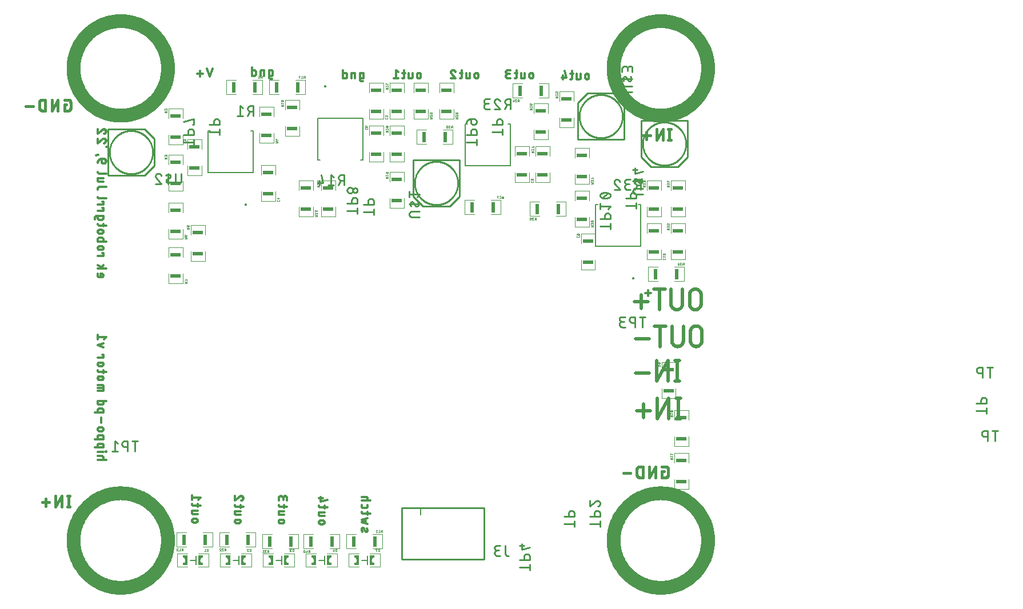
<source format=gbr>
G04 EAGLE Gerber RS-274X export*
G75*
%MOMM*%
%FSLAX34Y34*%
%LPD*%
%INSilkscreen Bottom*%
%IPPOS*%
%AMOC8*
5,1,8,0,0,1.08239X$1,22.5*%
G01*
%ADD10C,0.406400*%
%ADD11C,0.304800*%
%ADD12C,2.000000*%
%ADD13C,0.127000*%
%ADD14C,0.228600*%
%ADD15C,0.254000*%
%ADD16C,0.100000*%
%ADD17R,1.600000X0.500000*%
%ADD18R,0.100000X3.600000*%
%ADD19C,0.025400*%
%ADD20R,1.700000X0.100000*%
%ADD21C,0.200000*%
%ADD22R,0.500000X1.600000*%
%ADD23R,3.600000X0.100000*%
%ADD24C,0.508000*%

G36*
X421265Y195699D02*
X421265Y195699D01*
X421265Y195700D01*
X421265Y210700D01*
X421261Y210705D01*
X421260Y210705D01*
X414260Y210705D01*
X414255Y210701D01*
X414255Y210700D01*
X414255Y207200D01*
X414259Y207195D01*
X415149Y207095D01*
X415993Y206799D01*
X416751Y206323D01*
X417383Y205691D01*
X417859Y204933D01*
X418155Y204089D01*
X418255Y203200D01*
X418155Y202311D01*
X417859Y201467D01*
X417383Y200709D01*
X416751Y200077D01*
X415993Y199601D01*
X415149Y199305D01*
X414259Y199205D01*
X414255Y199200D01*
X414255Y195700D01*
X414259Y195695D01*
X414260Y195695D01*
X421260Y195695D01*
X421265Y195699D01*
G37*
G36*
X548265Y195699D02*
X548265Y195699D01*
X548265Y195700D01*
X548265Y210700D01*
X548261Y210705D01*
X548260Y210705D01*
X541260Y210705D01*
X541255Y210701D01*
X541255Y210700D01*
X541255Y207200D01*
X541259Y207195D01*
X542149Y207095D01*
X542993Y206799D01*
X543751Y206323D01*
X544383Y205691D01*
X544859Y204933D01*
X545155Y204089D01*
X545255Y203200D01*
X545155Y202311D01*
X544859Y201467D01*
X544383Y200709D01*
X543751Y200077D01*
X542993Y199601D01*
X542149Y199305D01*
X541259Y199205D01*
X541255Y199200D01*
X541255Y195700D01*
X541259Y195695D01*
X541260Y195695D01*
X548260Y195695D01*
X548265Y195699D01*
G37*
G36*
X611765Y195699D02*
X611765Y195699D01*
X611765Y195700D01*
X611765Y210700D01*
X611761Y210705D01*
X611760Y210705D01*
X604760Y210705D01*
X604755Y210701D01*
X604755Y210700D01*
X604755Y207200D01*
X604759Y207195D01*
X605649Y207095D01*
X606493Y206799D01*
X607251Y206323D01*
X607883Y205691D01*
X608359Y204933D01*
X608655Y204089D01*
X608755Y203200D01*
X608655Y202311D01*
X608359Y201467D01*
X607883Y200709D01*
X607251Y200077D01*
X606493Y199601D01*
X605649Y199305D01*
X604759Y199205D01*
X604755Y199200D01*
X604755Y195700D01*
X604759Y195695D01*
X604760Y195695D01*
X611760Y195695D01*
X611765Y195699D01*
G37*
G36*
X675265Y195699D02*
X675265Y195699D01*
X675265Y195700D01*
X675265Y210700D01*
X675261Y210705D01*
X675260Y210705D01*
X668260Y210705D01*
X668255Y210701D01*
X668255Y210700D01*
X668255Y207200D01*
X668259Y207195D01*
X669149Y207095D01*
X669993Y206799D01*
X670751Y206323D01*
X671383Y205691D01*
X671859Y204933D01*
X672155Y204089D01*
X672255Y203200D01*
X672155Y202311D01*
X671859Y201467D01*
X671383Y200709D01*
X670751Y200077D01*
X669993Y199601D01*
X669149Y199305D01*
X668259Y199205D01*
X668255Y199200D01*
X668255Y195700D01*
X668259Y195695D01*
X668260Y195695D01*
X675260Y195695D01*
X675265Y195699D01*
G37*
G36*
X484765Y195699D02*
X484765Y195699D01*
X484765Y195700D01*
X484765Y210700D01*
X484761Y210705D01*
X484760Y210705D01*
X477760Y210705D01*
X477755Y210701D01*
X477755Y210700D01*
X477755Y207200D01*
X477759Y207195D01*
X478649Y207095D01*
X479493Y206799D01*
X480251Y206323D01*
X480883Y205691D01*
X481359Y204933D01*
X481655Y204089D01*
X481755Y203200D01*
X481655Y202311D01*
X481359Y201467D01*
X480883Y200709D01*
X480251Y200077D01*
X479493Y199601D01*
X478649Y199305D01*
X477759Y199205D01*
X477755Y199200D01*
X477755Y195700D01*
X477759Y195695D01*
X477760Y195695D01*
X484760Y195695D01*
X484765Y195699D01*
G37*
G36*
X571265Y195699D02*
X571265Y195699D01*
X571265Y195700D01*
X571265Y199200D01*
X571261Y199205D01*
X571146Y199218D01*
X570837Y199253D01*
X570661Y199273D01*
X570528Y199287D01*
X570371Y199305D01*
X569527Y199601D01*
X568769Y200077D01*
X568137Y200709D01*
X567661Y201467D01*
X567365Y202311D01*
X567265Y203200D01*
X567365Y204089D01*
X567661Y204933D01*
X568137Y205691D01*
X568769Y206323D01*
X569527Y206799D01*
X570371Y207095D01*
X571261Y207195D01*
X571265Y207200D01*
X571265Y210700D01*
X571261Y210705D01*
X571260Y210705D01*
X564260Y210705D01*
X564255Y210701D01*
X564255Y210700D01*
X564255Y195700D01*
X564259Y195695D01*
X564260Y195695D01*
X571260Y195695D01*
X571265Y195699D01*
G37*
G36*
X634765Y195699D02*
X634765Y195699D01*
X634765Y195700D01*
X634765Y199200D01*
X634761Y199205D01*
X634646Y199218D01*
X634337Y199253D01*
X634161Y199273D01*
X634028Y199287D01*
X633871Y199305D01*
X633027Y199601D01*
X632269Y200077D01*
X631637Y200709D01*
X631161Y201467D01*
X630865Y202311D01*
X630765Y203200D01*
X630865Y204089D01*
X631161Y204933D01*
X631637Y205691D01*
X632269Y206323D01*
X633027Y206799D01*
X633871Y207095D01*
X634761Y207195D01*
X634765Y207200D01*
X634765Y210700D01*
X634761Y210705D01*
X634760Y210705D01*
X627760Y210705D01*
X627755Y210701D01*
X627755Y210700D01*
X627755Y195700D01*
X627759Y195695D01*
X627760Y195695D01*
X634760Y195695D01*
X634765Y195699D01*
G37*
G36*
X507765Y195699D02*
X507765Y195699D01*
X507765Y195700D01*
X507765Y199200D01*
X507761Y199205D01*
X507646Y199218D01*
X507337Y199253D01*
X507161Y199273D01*
X507028Y199287D01*
X506871Y199305D01*
X506027Y199601D01*
X505269Y200077D01*
X504637Y200709D01*
X504161Y201467D01*
X503865Y202311D01*
X503765Y203200D01*
X503865Y204089D01*
X504161Y204933D01*
X504637Y205691D01*
X505269Y206323D01*
X506027Y206799D01*
X506871Y207095D01*
X507761Y207195D01*
X507765Y207200D01*
X507765Y210700D01*
X507761Y210705D01*
X507760Y210705D01*
X500760Y210705D01*
X500755Y210701D01*
X500755Y210700D01*
X500755Y195700D01*
X500759Y195695D01*
X500760Y195695D01*
X507760Y195695D01*
X507765Y195699D01*
G37*
G36*
X698265Y195699D02*
X698265Y195699D01*
X698265Y195700D01*
X698265Y199200D01*
X698261Y199205D01*
X698146Y199218D01*
X697837Y199253D01*
X697661Y199273D01*
X697528Y199287D01*
X697371Y199305D01*
X696527Y199601D01*
X695769Y200077D01*
X695137Y200709D01*
X694661Y201467D01*
X694365Y202311D01*
X694265Y203200D01*
X694365Y204089D01*
X694661Y204933D01*
X695137Y205691D01*
X695769Y206323D01*
X696527Y206799D01*
X697371Y207095D01*
X698261Y207195D01*
X698265Y207200D01*
X698265Y210700D01*
X698261Y210705D01*
X698260Y210705D01*
X691260Y210705D01*
X691255Y210701D01*
X691255Y210700D01*
X691255Y195700D01*
X691259Y195695D01*
X691260Y195695D01*
X698260Y195695D01*
X698265Y195699D01*
G37*
G36*
X444265Y195699D02*
X444265Y195699D01*
X444265Y195700D01*
X444265Y199200D01*
X444261Y199205D01*
X444146Y199218D01*
X443837Y199253D01*
X443661Y199273D01*
X443528Y199287D01*
X443371Y199305D01*
X442527Y199601D01*
X441769Y200077D01*
X441137Y200709D01*
X440661Y201467D01*
X440365Y202311D01*
X440265Y203200D01*
X440365Y204089D01*
X440661Y204933D01*
X441137Y205691D01*
X441769Y206323D01*
X442527Y206799D01*
X443371Y207095D01*
X444261Y207195D01*
X444265Y207200D01*
X444265Y210700D01*
X444261Y210705D01*
X444260Y210705D01*
X437260Y210705D01*
X437255Y210701D01*
X437255Y210700D01*
X437255Y195700D01*
X437259Y195695D01*
X437260Y195695D01*
X444260Y195695D01*
X444265Y195699D01*
G37*
D10*
X245082Y298958D02*
X245082Y282702D01*
X246888Y282702D02*
X243276Y282702D01*
X243276Y298958D02*
X246888Y298958D01*
X235033Y298958D02*
X235033Y282702D01*
X226002Y282702D02*
X235033Y298958D01*
X226002Y298958D02*
X226002Y282702D01*
X216711Y289024D02*
X205874Y289024D01*
X211293Y294442D02*
X211293Y283605D01*
X1124317Y334913D02*
X1127026Y334913D01*
X1124317Y334913D02*
X1124317Y325882D01*
X1129736Y325882D01*
X1129854Y325884D01*
X1129972Y325890D01*
X1130090Y325899D01*
X1130207Y325913D01*
X1130324Y325930D01*
X1130441Y325951D01*
X1130556Y325976D01*
X1130671Y326005D01*
X1130785Y326038D01*
X1130897Y326074D01*
X1131008Y326114D01*
X1131118Y326157D01*
X1131227Y326204D01*
X1131334Y326254D01*
X1131439Y326309D01*
X1131542Y326366D01*
X1131643Y326427D01*
X1131743Y326491D01*
X1131840Y326558D01*
X1131935Y326628D01*
X1132027Y326702D01*
X1132118Y326778D01*
X1132205Y326858D01*
X1132290Y326940D01*
X1132372Y327025D01*
X1132452Y327112D01*
X1132528Y327203D01*
X1132602Y327295D01*
X1132672Y327390D01*
X1132739Y327487D01*
X1132803Y327587D01*
X1132864Y327688D01*
X1132921Y327791D01*
X1132976Y327896D01*
X1133026Y328003D01*
X1133073Y328112D01*
X1133116Y328222D01*
X1133156Y328333D01*
X1133192Y328445D01*
X1133225Y328559D01*
X1133254Y328674D01*
X1133279Y328789D01*
X1133300Y328906D01*
X1133317Y329023D01*
X1133331Y329140D01*
X1133340Y329258D01*
X1133346Y329376D01*
X1133348Y329494D01*
X1133348Y338526D01*
X1133346Y338644D01*
X1133340Y338762D01*
X1133331Y338880D01*
X1133317Y338997D01*
X1133300Y339114D01*
X1133279Y339231D01*
X1133254Y339346D01*
X1133225Y339461D01*
X1133192Y339575D01*
X1133156Y339687D01*
X1133116Y339798D01*
X1133073Y339908D01*
X1133026Y340017D01*
X1132976Y340124D01*
X1132921Y340229D01*
X1132864Y340332D01*
X1132803Y340433D01*
X1132739Y340533D01*
X1132672Y340630D01*
X1132602Y340725D01*
X1132528Y340817D01*
X1132452Y340908D01*
X1132372Y340995D01*
X1132290Y341080D01*
X1132205Y341162D01*
X1132118Y341242D01*
X1132027Y341318D01*
X1131935Y341392D01*
X1131840Y341462D01*
X1131743Y341529D01*
X1131643Y341593D01*
X1131542Y341654D01*
X1131439Y341711D01*
X1131334Y341766D01*
X1131227Y341816D01*
X1131118Y341863D01*
X1131008Y341906D01*
X1130897Y341946D01*
X1130785Y341982D01*
X1130671Y342015D01*
X1130556Y342044D01*
X1130441Y342069D01*
X1130324Y342090D01*
X1130207Y342107D01*
X1130090Y342121D01*
X1129972Y342130D01*
X1129854Y342136D01*
X1129736Y342138D01*
X1124317Y342138D01*
X1114706Y342138D02*
X1114706Y325882D01*
X1105675Y325882D02*
X1114706Y342138D01*
X1105675Y342138D02*
X1105675Y325882D01*
X1096063Y325882D02*
X1096063Y342138D01*
X1091548Y342138D01*
X1091417Y342136D01*
X1091285Y342130D01*
X1091154Y342121D01*
X1091024Y342107D01*
X1090893Y342090D01*
X1090764Y342069D01*
X1090635Y342045D01*
X1090507Y342016D01*
X1090379Y341984D01*
X1090253Y341948D01*
X1090128Y341909D01*
X1090003Y341866D01*
X1089881Y341819D01*
X1089759Y341769D01*
X1089639Y341715D01*
X1089521Y341658D01*
X1089405Y341597D01*
X1089290Y341533D01*
X1089177Y341466D01*
X1089066Y341395D01*
X1088958Y341321D01*
X1088851Y341244D01*
X1088747Y341164D01*
X1088645Y341081D01*
X1088546Y340996D01*
X1088449Y340907D01*
X1088355Y340815D01*
X1088263Y340721D01*
X1088174Y340624D01*
X1088089Y340525D01*
X1088006Y340423D01*
X1087926Y340319D01*
X1087849Y340212D01*
X1087775Y340104D01*
X1087704Y339993D01*
X1087637Y339880D01*
X1087573Y339765D01*
X1087512Y339649D01*
X1087455Y339531D01*
X1087401Y339411D01*
X1087351Y339289D01*
X1087304Y339167D01*
X1087261Y339042D01*
X1087222Y338917D01*
X1087186Y338791D01*
X1087154Y338663D01*
X1087125Y338535D01*
X1087101Y338406D01*
X1087080Y338277D01*
X1087063Y338146D01*
X1087049Y338016D01*
X1087040Y337885D01*
X1087034Y337753D01*
X1087032Y337622D01*
X1087032Y330398D01*
X1087034Y330267D01*
X1087040Y330135D01*
X1087049Y330004D01*
X1087063Y329874D01*
X1087080Y329743D01*
X1087101Y329614D01*
X1087125Y329485D01*
X1087154Y329357D01*
X1087186Y329229D01*
X1087222Y329103D01*
X1087261Y328978D01*
X1087304Y328853D01*
X1087351Y328731D01*
X1087401Y328609D01*
X1087455Y328489D01*
X1087512Y328371D01*
X1087573Y328255D01*
X1087637Y328140D01*
X1087704Y328027D01*
X1087775Y327916D01*
X1087849Y327808D01*
X1087926Y327701D01*
X1088006Y327597D01*
X1088089Y327495D01*
X1088174Y327396D01*
X1088263Y327299D01*
X1088355Y327205D01*
X1088449Y327113D01*
X1088546Y327024D01*
X1088645Y326939D01*
X1088747Y326856D01*
X1088851Y326776D01*
X1088958Y326699D01*
X1089066Y326625D01*
X1089177Y326554D01*
X1089290Y326487D01*
X1089405Y326423D01*
X1089521Y326362D01*
X1089639Y326305D01*
X1089759Y326251D01*
X1089881Y326201D01*
X1090003Y326154D01*
X1090128Y326111D01*
X1090253Y326072D01*
X1090379Y326036D01*
X1090507Y326004D01*
X1090635Y325975D01*
X1090764Y325951D01*
X1090893Y325930D01*
X1091024Y325913D01*
X1091154Y325899D01*
X1091285Y325890D01*
X1091417Y325884D01*
X1091548Y325882D01*
X1096063Y325882D01*
X1077742Y332204D02*
X1066904Y332204D01*
X1135352Y826262D02*
X1135352Y842518D01*
X1137158Y826262D02*
X1133546Y826262D01*
X1133546Y842518D02*
X1137158Y842518D01*
X1125303Y842518D02*
X1125303Y826262D01*
X1116272Y826262D02*
X1125303Y842518D01*
X1116272Y842518D02*
X1116272Y826262D01*
X1106981Y832584D02*
X1096144Y832584D01*
X1101563Y838002D02*
X1101563Y827165D01*
X241836Y878473D02*
X239127Y878473D01*
X239127Y869442D01*
X244546Y869442D01*
X244664Y869444D01*
X244782Y869450D01*
X244900Y869459D01*
X245017Y869473D01*
X245134Y869490D01*
X245251Y869511D01*
X245366Y869536D01*
X245481Y869565D01*
X245595Y869598D01*
X245707Y869634D01*
X245818Y869674D01*
X245928Y869717D01*
X246037Y869764D01*
X246144Y869814D01*
X246249Y869869D01*
X246352Y869926D01*
X246453Y869987D01*
X246553Y870051D01*
X246650Y870118D01*
X246745Y870188D01*
X246837Y870262D01*
X246928Y870338D01*
X247015Y870418D01*
X247100Y870500D01*
X247182Y870585D01*
X247262Y870672D01*
X247338Y870763D01*
X247412Y870855D01*
X247482Y870950D01*
X247549Y871047D01*
X247613Y871147D01*
X247674Y871248D01*
X247731Y871351D01*
X247786Y871456D01*
X247836Y871563D01*
X247883Y871672D01*
X247926Y871782D01*
X247966Y871893D01*
X248002Y872005D01*
X248035Y872119D01*
X248064Y872234D01*
X248089Y872349D01*
X248110Y872466D01*
X248127Y872583D01*
X248141Y872700D01*
X248150Y872818D01*
X248156Y872936D01*
X248158Y873054D01*
X248158Y882086D01*
X248156Y882204D01*
X248150Y882322D01*
X248141Y882440D01*
X248127Y882557D01*
X248110Y882674D01*
X248089Y882791D01*
X248064Y882906D01*
X248035Y883021D01*
X248002Y883135D01*
X247966Y883247D01*
X247926Y883358D01*
X247883Y883468D01*
X247836Y883577D01*
X247786Y883684D01*
X247731Y883789D01*
X247674Y883892D01*
X247613Y883993D01*
X247549Y884093D01*
X247482Y884190D01*
X247412Y884285D01*
X247338Y884377D01*
X247262Y884468D01*
X247182Y884555D01*
X247100Y884640D01*
X247015Y884722D01*
X246928Y884802D01*
X246837Y884878D01*
X246745Y884952D01*
X246650Y885022D01*
X246553Y885089D01*
X246453Y885153D01*
X246352Y885214D01*
X246249Y885271D01*
X246144Y885326D01*
X246037Y885376D01*
X245928Y885423D01*
X245818Y885466D01*
X245707Y885506D01*
X245595Y885542D01*
X245481Y885575D01*
X245366Y885604D01*
X245251Y885629D01*
X245134Y885650D01*
X245017Y885667D01*
X244900Y885681D01*
X244782Y885690D01*
X244664Y885696D01*
X244546Y885698D01*
X239127Y885698D01*
X229516Y885698D02*
X229516Y869442D01*
X220485Y869442D02*
X229516Y885698D01*
X220485Y885698D02*
X220485Y869442D01*
X210873Y869442D02*
X210873Y885698D01*
X206358Y885698D01*
X206227Y885696D01*
X206095Y885690D01*
X205964Y885681D01*
X205834Y885667D01*
X205703Y885650D01*
X205574Y885629D01*
X205445Y885605D01*
X205317Y885576D01*
X205189Y885544D01*
X205063Y885508D01*
X204938Y885469D01*
X204813Y885426D01*
X204691Y885379D01*
X204569Y885329D01*
X204449Y885275D01*
X204331Y885218D01*
X204215Y885157D01*
X204100Y885093D01*
X203987Y885026D01*
X203876Y884955D01*
X203768Y884881D01*
X203661Y884804D01*
X203557Y884724D01*
X203455Y884641D01*
X203356Y884556D01*
X203259Y884467D01*
X203165Y884375D01*
X203073Y884281D01*
X202984Y884184D01*
X202899Y884085D01*
X202816Y883983D01*
X202736Y883879D01*
X202659Y883772D01*
X202585Y883664D01*
X202514Y883553D01*
X202447Y883440D01*
X202383Y883325D01*
X202322Y883209D01*
X202265Y883091D01*
X202211Y882971D01*
X202161Y882849D01*
X202114Y882727D01*
X202071Y882602D01*
X202032Y882477D01*
X201996Y882351D01*
X201964Y882223D01*
X201935Y882095D01*
X201911Y881966D01*
X201890Y881837D01*
X201873Y881706D01*
X201859Y881576D01*
X201850Y881445D01*
X201844Y881313D01*
X201842Y881182D01*
X201842Y873958D01*
X201844Y873827D01*
X201850Y873695D01*
X201859Y873564D01*
X201873Y873434D01*
X201890Y873303D01*
X201911Y873174D01*
X201935Y873045D01*
X201964Y872917D01*
X201996Y872789D01*
X202032Y872663D01*
X202071Y872538D01*
X202114Y872413D01*
X202161Y872291D01*
X202211Y872169D01*
X202265Y872049D01*
X202322Y871931D01*
X202383Y871815D01*
X202447Y871700D01*
X202514Y871587D01*
X202585Y871476D01*
X202659Y871368D01*
X202736Y871261D01*
X202816Y871157D01*
X202899Y871055D01*
X202984Y870956D01*
X203073Y870859D01*
X203165Y870765D01*
X203259Y870673D01*
X203356Y870584D01*
X203455Y870499D01*
X203557Y870416D01*
X203661Y870336D01*
X203768Y870259D01*
X203876Y870185D01*
X203987Y870114D01*
X204100Y870047D01*
X204215Y869983D01*
X204331Y869922D01*
X204449Y869865D01*
X204569Y869811D01*
X204691Y869761D01*
X204813Y869714D01*
X204938Y869671D01*
X205063Y869632D01*
X205189Y869596D01*
X205317Y869564D01*
X205445Y869535D01*
X205574Y869511D01*
X205703Y869490D01*
X205834Y869473D01*
X205964Y869459D01*
X206095Y869450D01*
X206227Y869444D01*
X206358Y869442D01*
X210873Y869442D01*
X192552Y875764D02*
X181714Y875764D01*
D11*
X683091Y249825D02*
X684445Y246439D01*
X684446Y246439D02*
X684478Y246363D01*
X684514Y246289D01*
X684554Y246216D01*
X684596Y246145D01*
X684642Y246077D01*
X684692Y246011D01*
X684744Y245947D01*
X684799Y245885D01*
X684857Y245827D01*
X684918Y245771D01*
X684982Y245718D01*
X685047Y245668D01*
X685115Y245621D01*
X685186Y245577D01*
X685258Y245537D01*
X685332Y245500D01*
X685407Y245467D01*
X685484Y245438D01*
X685563Y245412D01*
X685642Y245389D01*
X685723Y245371D01*
X685804Y245356D01*
X685886Y245345D01*
X685968Y245338D01*
X686051Y245335D01*
X686134Y245336D01*
X686216Y245341D01*
X686298Y245349D01*
X686380Y245361D01*
X686461Y245378D01*
X686541Y245398D01*
X686620Y245421D01*
X686698Y245449D01*
X686774Y245480D01*
X686849Y245515D01*
X686923Y245553D01*
X686994Y245594D01*
X687064Y245639D01*
X687131Y245687D01*
X687196Y245738D01*
X687258Y245792D01*
X687318Y245849D01*
X687375Y245909D01*
X687429Y245971D01*
X687480Y246036D01*
X687528Y246103D01*
X687573Y246173D01*
X687614Y246244D01*
X687652Y246318D01*
X687687Y246393D01*
X687718Y246469D01*
X687746Y246547D01*
X687769Y246626D01*
X687789Y246706D01*
X687806Y246787D01*
X687818Y246869D01*
X687826Y246951D01*
X687831Y247033D01*
X687832Y247116D01*
X687827Y247301D01*
X687818Y247486D01*
X687804Y247670D01*
X687786Y247854D01*
X687764Y248038D01*
X687737Y248221D01*
X687705Y248403D01*
X687669Y248584D01*
X687629Y248765D01*
X687585Y248944D01*
X687536Y249123D01*
X687483Y249300D01*
X687426Y249476D01*
X687364Y249650D01*
X687299Y249823D01*
X687229Y249994D01*
X687155Y250164D01*
X683090Y249825D02*
X683058Y249901D01*
X683022Y249975D01*
X682982Y250048D01*
X682940Y250119D01*
X682894Y250187D01*
X682844Y250253D01*
X682792Y250317D01*
X682737Y250379D01*
X682679Y250437D01*
X682618Y250493D01*
X682554Y250546D01*
X682489Y250596D01*
X682421Y250643D01*
X682350Y250687D01*
X682278Y250727D01*
X682204Y250763D01*
X682129Y250797D01*
X682052Y250826D01*
X681973Y250852D01*
X681894Y250875D01*
X681813Y250893D01*
X681732Y250908D01*
X681650Y250919D01*
X681568Y250926D01*
X681485Y250929D01*
X681403Y250928D01*
X681320Y250923D01*
X681238Y250915D01*
X681156Y250903D01*
X681075Y250886D01*
X680995Y250866D01*
X680916Y250843D01*
X680838Y250815D01*
X680762Y250784D01*
X680687Y250749D01*
X680613Y250711D01*
X680542Y250670D01*
X680473Y250625D01*
X680405Y250577D01*
X680340Y250526D01*
X680278Y250472D01*
X680218Y250415D01*
X680161Y250355D01*
X680107Y250293D01*
X680056Y250228D01*
X680008Y250161D01*
X679963Y250091D01*
X679922Y250020D01*
X679884Y249946D01*
X679849Y249871D01*
X679818Y249795D01*
X679790Y249717D01*
X679767Y249638D01*
X679747Y249558D01*
X679730Y249477D01*
X679718Y249395D01*
X679710Y249313D01*
X679705Y249231D01*
X679704Y249148D01*
X679703Y249148D02*
X679710Y248876D01*
X679724Y248605D01*
X679744Y248334D01*
X679770Y248064D01*
X679803Y247794D01*
X679842Y247525D01*
X679887Y247257D01*
X679939Y246990D01*
X679997Y246725D01*
X680061Y246461D01*
X680132Y246199D01*
X680209Y245938D01*
X680292Y245679D01*
X680381Y245423D01*
X679704Y259332D02*
X687832Y257300D01*
X685123Y261364D02*
X679704Y259332D01*
X679704Y263396D02*
X685123Y261364D01*
X687832Y265428D02*
X679704Y263396D01*
X687832Y270547D02*
X687832Y274611D01*
X691896Y271901D02*
X681736Y271901D01*
X681647Y271903D01*
X681559Y271909D01*
X681471Y271918D01*
X681383Y271932D01*
X681296Y271949D01*
X681210Y271970D01*
X681125Y271995D01*
X681041Y272024D01*
X680958Y272056D01*
X680877Y272091D01*
X680798Y272131D01*
X680720Y272173D01*
X680644Y272219D01*
X680570Y272268D01*
X680499Y272321D01*
X680430Y272376D01*
X680363Y272435D01*
X680299Y272496D01*
X680238Y272560D01*
X680179Y272627D01*
X680124Y272696D01*
X680071Y272767D01*
X680022Y272841D01*
X679976Y272917D01*
X679934Y272995D01*
X679894Y273074D01*
X679859Y273155D01*
X679827Y273238D01*
X679798Y273322D01*
X679773Y273407D01*
X679752Y273493D01*
X679735Y273580D01*
X679721Y273668D01*
X679712Y273756D01*
X679706Y273844D01*
X679704Y273933D01*
X679704Y274611D01*
X679704Y282616D02*
X679704Y285326D01*
X679704Y282616D02*
X679706Y282527D01*
X679712Y282439D01*
X679721Y282351D01*
X679735Y282263D01*
X679752Y282176D01*
X679773Y282090D01*
X679798Y282005D01*
X679827Y281921D01*
X679859Y281838D01*
X679894Y281757D01*
X679934Y281678D01*
X679976Y281600D01*
X680022Y281524D01*
X680071Y281450D01*
X680124Y281379D01*
X680179Y281310D01*
X680238Y281243D01*
X680299Y281179D01*
X680363Y281118D01*
X680430Y281059D01*
X680499Y281004D01*
X680570Y280951D01*
X680644Y280902D01*
X680720Y280856D01*
X680798Y280814D01*
X680877Y280774D01*
X680958Y280739D01*
X681041Y280707D01*
X681125Y280678D01*
X681210Y280653D01*
X681296Y280632D01*
X681383Y280615D01*
X681471Y280601D01*
X681559Y280592D01*
X681647Y280586D01*
X681736Y280584D01*
X685800Y280584D01*
X685889Y280586D01*
X685977Y280592D01*
X686065Y280601D01*
X686153Y280615D01*
X686240Y280632D01*
X686326Y280653D01*
X686411Y280678D01*
X686495Y280707D01*
X686578Y280739D01*
X686659Y280774D01*
X686738Y280814D01*
X686816Y280856D01*
X686892Y280902D01*
X686966Y280951D01*
X687037Y281004D01*
X687106Y281059D01*
X687173Y281118D01*
X687237Y281179D01*
X687298Y281243D01*
X687357Y281310D01*
X687412Y281379D01*
X687465Y281450D01*
X687514Y281524D01*
X687560Y281600D01*
X687602Y281678D01*
X687642Y281757D01*
X687677Y281838D01*
X687709Y281921D01*
X687738Y282005D01*
X687763Y282090D01*
X687784Y282176D01*
X687801Y282263D01*
X687815Y282351D01*
X687824Y282439D01*
X687830Y282527D01*
X687832Y282616D01*
X687832Y285326D01*
X691896Y291507D02*
X679704Y291507D01*
X687832Y291507D02*
X687832Y294894D01*
X687830Y294983D01*
X687824Y295071D01*
X687815Y295159D01*
X687801Y295247D01*
X687784Y295334D01*
X687763Y295420D01*
X687738Y295505D01*
X687709Y295589D01*
X687677Y295672D01*
X687642Y295753D01*
X687602Y295832D01*
X687560Y295910D01*
X687514Y295986D01*
X687465Y296060D01*
X687412Y296131D01*
X687357Y296200D01*
X687298Y296267D01*
X687237Y296331D01*
X687173Y296392D01*
X687106Y296451D01*
X687037Y296506D01*
X686966Y296559D01*
X686892Y296608D01*
X686816Y296654D01*
X686738Y296696D01*
X686659Y296736D01*
X686578Y296771D01*
X686495Y296803D01*
X686411Y296832D01*
X686326Y296857D01*
X686240Y296878D01*
X686153Y296895D01*
X686065Y296909D01*
X685977Y296918D01*
X685889Y296924D01*
X685800Y296926D01*
X679704Y296926D01*
X621623Y256609D02*
X618913Y256609D01*
X621623Y256609D02*
X621726Y256611D01*
X621828Y256617D01*
X621930Y256626D01*
X622032Y256640D01*
X622133Y256657D01*
X622233Y256679D01*
X622332Y256704D01*
X622431Y256732D01*
X622528Y256765D01*
X622624Y256801D01*
X622719Y256840D01*
X622812Y256884D01*
X622903Y256930D01*
X622992Y256981D01*
X623080Y257034D01*
X623165Y257091D01*
X623248Y257151D01*
X623329Y257214D01*
X623408Y257280D01*
X623483Y257349D01*
X623557Y257421D01*
X623627Y257495D01*
X623695Y257572D01*
X623759Y257652D01*
X623821Y257734D01*
X623879Y257818D01*
X623934Y257905D01*
X623986Y257993D01*
X624034Y258084D01*
X624079Y258176D01*
X624121Y258269D01*
X624159Y258365D01*
X624193Y258461D01*
X624224Y258559D01*
X624250Y258658D01*
X624274Y258758D01*
X624293Y258859D01*
X624308Y258960D01*
X624320Y259062D01*
X624328Y259164D01*
X624332Y259267D01*
X624332Y259369D01*
X624328Y259472D01*
X624320Y259574D01*
X624308Y259676D01*
X624293Y259777D01*
X624274Y259878D01*
X624250Y259978D01*
X624224Y260077D01*
X624193Y260175D01*
X624159Y260271D01*
X624121Y260367D01*
X624079Y260460D01*
X624034Y260552D01*
X623986Y260643D01*
X623934Y260731D01*
X623879Y260818D01*
X623821Y260902D01*
X623759Y260984D01*
X623695Y261064D01*
X623627Y261141D01*
X623557Y261215D01*
X623483Y261287D01*
X623408Y261356D01*
X623329Y261422D01*
X623248Y261485D01*
X623165Y261545D01*
X623080Y261602D01*
X622992Y261655D01*
X622903Y261706D01*
X622812Y261752D01*
X622719Y261796D01*
X622624Y261835D01*
X622528Y261871D01*
X622431Y261904D01*
X622332Y261932D01*
X622233Y261957D01*
X622133Y261979D01*
X622032Y261996D01*
X621930Y262010D01*
X621828Y262019D01*
X621726Y262025D01*
X621623Y262027D01*
X618913Y262027D01*
X618810Y262025D01*
X618708Y262019D01*
X618606Y262010D01*
X618504Y261996D01*
X618403Y261979D01*
X618303Y261957D01*
X618204Y261932D01*
X618105Y261904D01*
X618008Y261871D01*
X617912Y261835D01*
X617817Y261796D01*
X617724Y261752D01*
X617633Y261706D01*
X617544Y261655D01*
X617456Y261602D01*
X617371Y261545D01*
X617288Y261485D01*
X617207Y261422D01*
X617128Y261356D01*
X617053Y261287D01*
X616979Y261215D01*
X616909Y261141D01*
X616841Y261064D01*
X616777Y260984D01*
X616715Y260902D01*
X616657Y260818D01*
X616602Y260731D01*
X616550Y260643D01*
X616502Y260552D01*
X616457Y260460D01*
X616415Y260367D01*
X616377Y260271D01*
X616343Y260175D01*
X616312Y260077D01*
X616286Y259978D01*
X616262Y259878D01*
X616243Y259777D01*
X616228Y259676D01*
X616216Y259574D01*
X616208Y259472D01*
X616204Y259369D01*
X616204Y259267D01*
X616208Y259164D01*
X616216Y259062D01*
X616228Y258960D01*
X616243Y258859D01*
X616262Y258758D01*
X616286Y258658D01*
X616312Y258559D01*
X616343Y258461D01*
X616377Y258365D01*
X616415Y258269D01*
X616457Y258176D01*
X616502Y258084D01*
X616550Y257993D01*
X616602Y257905D01*
X616657Y257818D01*
X616715Y257734D01*
X616777Y257652D01*
X616841Y257572D01*
X616909Y257495D01*
X616979Y257421D01*
X617053Y257349D01*
X617128Y257280D01*
X617207Y257214D01*
X617288Y257151D01*
X617371Y257091D01*
X617456Y257034D01*
X617544Y256981D01*
X617633Y256930D01*
X617724Y256884D01*
X617817Y256840D01*
X617912Y256801D01*
X618008Y256765D01*
X618105Y256732D01*
X618204Y256704D01*
X618303Y256679D01*
X618403Y256657D01*
X618504Y256640D01*
X618606Y256626D01*
X618708Y256617D01*
X618810Y256611D01*
X618913Y256609D01*
X618236Y268928D02*
X624332Y268928D01*
X618236Y268928D02*
X618147Y268930D01*
X618059Y268936D01*
X617971Y268945D01*
X617883Y268959D01*
X617796Y268976D01*
X617710Y268997D01*
X617625Y269022D01*
X617541Y269051D01*
X617458Y269083D01*
X617377Y269118D01*
X617298Y269158D01*
X617220Y269200D01*
X617144Y269246D01*
X617070Y269295D01*
X616999Y269348D01*
X616930Y269403D01*
X616863Y269462D01*
X616799Y269523D01*
X616738Y269587D01*
X616679Y269654D01*
X616624Y269723D01*
X616571Y269794D01*
X616522Y269868D01*
X616476Y269944D01*
X616434Y270022D01*
X616394Y270101D01*
X616359Y270182D01*
X616327Y270265D01*
X616298Y270349D01*
X616273Y270434D01*
X616252Y270520D01*
X616235Y270607D01*
X616221Y270695D01*
X616212Y270783D01*
X616206Y270871D01*
X616204Y270960D01*
X616204Y274347D01*
X624332Y274347D01*
X624332Y279907D02*
X624332Y283971D01*
X628396Y281262D02*
X618236Y281262D01*
X618147Y281264D01*
X618059Y281270D01*
X617971Y281279D01*
X617883Y281293D01*
X617796Y281310D01*
X617710Y281331D01*
X617625Y281356D01*
X617541Y281385D01*
X617458Y281417D01*
X617377Y281452D01*
X617298Y281492D01*
X617220Y281534D01*
X617144Y281580D01*
X617070Y281629D01*
X616999Y281682D01*
X616930Y281737D01*
X616863Y281796D01*
X616799Y281857D01*
X616738Y281921D01*
X616679Y281988D01*
X616624Y282057D01*
X616571Y282128D01*
X616522Y282202D01*
X616476Y282278D01*
X616434Y282356D01*
X616394Y282435D01*
X616359Y282516D01*
X616327Y282599D01*
X616298Y282683D01*
X616273Y282768D01*
X616252Y282854D01*
X616235Y282941D01*
X616221Y283029D01*
X616212Y283117D01*
X616206Y283205D01*
X616204Y283294D01*
X616204Y283971D01*
X618913Y290153D02*
X628396Y292862D01*
X618913Y290153D02*
X618913Y296926D01*
X616204Y294894D02*
X621623Y294894D01*
X561933Y257879D02*
X559223Y257879D01*
X561933Y257879D02*
X562036Y257881D01*
X562138Y257887D01*
X562240Y257896D01*
X562342Y257910D01*
X562443Y257927D01*
X562543Y257949D01*
X562642Y257974D01*
X562741Y258002D01*
X562838Y258035D01*
X562934Y258071D01*
X563029Y258110D01*
X563122Y258154D01*
X563213Y258200D01*
X563302Y258251D01*
X563390Y258304D01*
X563475Y258361D01*
X563558Y258421D01*
X563639Y258484D01*
X563718Y258550D01*
X563793Y258619D01*
X563867Y258691D01*
X563937Y258765D01*
X564005Y258842D01*
X564069Y258922D01*
X564131Y259004D01*
X564189Y259088D01*
X564244Y259175D01*
X564296Y259263D01*
X564344Y259354D01*
X564389Y259446D01*
X564431Y259539D01*
X564469Y259635D01*
X564503Y259731D01*
X564534Y259829D01*
X564560Y259928D01*
X564584Y260028D01*
X564603Y260129D01*
X564618Y260230D01*
X564630Y260332D01*
X564638Y260434D01*
X564642Y260537D01*
X564642Y260639D01*
X564638Y260742D01*
X564630Y260844D01*
X564618Y260946D01*
X564603Y261047D01*
X564584Y261148D01*
X564560Y261248D01*
X564534Y261347D01*
X564503Y261445D01*
X564469Y261541D01*
X564431Y261637D01*
X564389Y261730D01*
X564344Y261822D01*
X564296Y261913D01*
X564244Y262001D01*
X564189Y262088D01*
X564131Y262172D01*
X564069Y262254D01*
X564005Y262334D01*
X563937Y262411D01*
X563867Y262485D01*
X563793Y262557D01*
X563718Y262626D01*
X563639Y262692D01*
X563558Y262755D01*
X563475Y262815D01*
X563390Y262872D01*
X563302Y262925D01*
X563213Y262976D01*
X563122Y263022D01*
X563029Y263066D01*
X562934Y263105D01*
X562838Y263141D01*
X562741Y263174D01*
X562642Y263202D01*
X562543Y263227D01*
X562443Y263249D01*
X562342Y263266D01*
X562240Y263280D01*
X562138Y263289D01*
X562036Y263295D01*
X561933Y263297D01*
X559223Y263297D01*
X559120Y263295D01*
X559018Y263289D01*
X558916Y263280D01*
X558814Y263266D01*
X558713Y263249D01*
X558613Y263227D01*
X558514Y263202D01*
X558415Y263174D01*
X558318Y263141D01*
X558222Y263105D01*
X558127Y263066D01*
X558034Y263022D01*
X557943Y262976D01*
X557854Y262925D01*
X557766Y262872D01*
X557681Y262815D01*
X557598Y262755D01*
X557517Y262692D01*
X557438Y262626D01*
X557363Y262557D01*
X557289Y262485D01*
X557219Y262411D01*
X557151Y262334D01*
X557087Y262254D01*
X557025Y262172D01*
X556967Y262088D01*
X556912Y262001D01*
X556860Y261913D01*
X556812Y261822D01*
X556767Y261730D01*
X556725Y261637D01*
X556687Y261541D01*
X556653Y261445D01*
X556622Y261347D01*
X556596Y261248D01*
X556572Y261148D01*
X556553Y261047D01*
X556538Y260946D01*
X556526Y260844D01*
X556518Y260742D01*
X556514Y260639D01*
X556514Y260537D01*
X556518Y260434D01*
X556526Y260332D01*
X556538Y260230D01*
X556553Y260129D01*
X556572Y260028D01*
X556596Y259928D01*
X556622Y259829D01*
X556653Y259731D01*
X556687Y259635D01*
X556725Y259539D01*
X556767Y259446D01*
X556812Y259354D01*
X556860Y259263D01*
X556912Y259175D01*
X556967Y259088D01*
X557025Y259004D01*
X557087Y258922D01*
X557151Y258842D01*
X557219Y258765D01*
X557289Y258691D01*
X557363Y258619D01*
X557438Y258550D01*
X557517Y258484D01*
X557598Y258421D01*
X557681Y258361D01*
X557766Y258304D01*
X557854Y258251D01*
X557943Y258200D01*
X558034Y258154D01*
X558127Y258110D01*
X558222Y258071D01*
X558318Y258035D01*
X558415Y258002D01*
X558514Y257974D01*
X558613Y257949D01*
X558713Y257927D01*
X558814Y257910D01*
X558916Y257896D01*
X559018Y257887D01*
X559120Y257881D01*
X559223Y257879D01*
X558546Y270198D02*
X564642Y270198D01*
X558546Y270198D02*
X558457Y270200D01*
X558369Y270206D01*
X558281Y270215D01*
X558193Y270229D01*
X558106Y270246D01*
X558020Y270267D01*
X557935Y270292D01*
X557851Y270321D01*
X557768Y270353D01*
X557687Y270388D01*
X557608Y270428D01*
X557530Y270470D01*
X557454Y270516D01*
X557380Y270565D01*
X557309Y270618D01*
X557240Y270673D01*
X557173Y270732D01*
X557109Y270793D01*
X557048Y270857D01*
X556989Y270924D01*
X556934Y270993D01*
X556881Y271064D01*
X556832Y271138D01*
X556786Y271214D01*
X556744Y271292D01*
X556704Y271371D01*
X556669Y271452D01*
X556637Y271535D01*
X556608Y271619D01*
X556583Y271704D01*
X556562Y271790D01*
X556545Y271877D01*
X556531Y271965D01*
X556522Y272053D01*
X556516Y272141D01*
X556514Y272230D01*
X556514Y275617D01*
X564642Y275617D01*
X564642Y281177D02*
X564642Y285241D01*
X568706Y282532D02*
X558546Y282532D01*
X558457Y282534D01*
X558369Y282540D01*
X558281Y282549D01*
X558193Y282563D01*
X558106Y282580D01*
X558020Y282601D01*
X557935Y282626D01*
X557851Y282655D01*
X557768Y282687D01*
X557687Y282722D01*
X557608Y282762D01*
X557530Y282804D01*
X557454Y282850D01*
X557380Y282899D01*
X557309Y282952D01*
X557240Y283007D01*
X557173Y283066D01*
X557109Y283127D01*
X557048Y283191D01*
X556989Y283258D01*
X556934Y283327D01*
X556881Y283398D01*
X556832Y283472D01*
X556786Y283548D01*
X556744Y283626D01*
X556704Y283705D01*
X556669Y283786D01*
X556637Y283869D01*
X556608Y283953D01*
X556583Y284038D01*
X556562Y284124D01*
X556545Y284211D01*
X556531Y284299D01*
X556522Y284387D01*
X556516Y284475D01*
X556514Y284564D01*
X556514Y285241D01*
X556514Y291423D02*
X556514Y294809D01*
X556516Y294925D01*
X556522Y295040D01*
X556532Y295155D01*
X556546Y295270D01*
X556563Y295384D01*
X556585Y295498D01*
X556610Y295611D01*
X556640Y295723D01*
X556673Y295834D01*
X556710Y295943D01*
X556750Y296052D01*
X556794Y296158D01*
X556842Y296264D01*
X556894Y296367D01*
X556949Y296469D01*
X557007Y296569D01*
X557069Y296667D01*
X557134Y296762D01*
X557202Y296856D01*
X557274Y296946D01*
X557348Y297035D01*
X557426Y297121D01*
X557506Y297204D01*
X557589Y297284D01*
X557675Y297362D01*
X557764Y297436D01*
X557854Y297508D01*
X557948Y297576D01*
X558043Y297641D01*
X558141Y297703D01*
X558241Y297761D01*
X558343Y297816D01*
X558446Y297868D01*
X558552Y297916D01*
X558658Y297960D01*
X558767Y298000D01*
X558876Y298037D01*
X558987Y298070D01*
X559099Y298100D01*
X559212Y298125D01*
X559326Y298147D01*
X559440Y298164D01*
X559555Y298178D01*
X559670Y298188D01*
X559785Y298194D01*
X559901Y298196D01*
X560017Y298194D01*
X560132Y298188D01*
X560247Y298178D01*
X560362Y298164D01*
X560476Y298147D01*
X560590Y298125D01*
X560703Y298100D01*
X560815Y298070D01*
X560926Y298037D01*
X561035Y298000D01*
X561144Y297960D01*
X561250Y297916D01*
X561356Y297868D01*
X561459Y297816D01*
X561561Y297761D01*
X561661Y297703D01*
X561759Y297641D01*
X561854Y297576D01*
X561948Y297508D01*
X562038Y297436D01*
X562127Y297362D01*
X562213Y297284D01*
X562296Y297204D01*
X562376Y297121D01*
X562454Y297035D01*
X562528Y296946D01*
X562600Y296856D01*
X562668Y296762D01*
X562733Y296667D01*
X562795Y296569D01*
X562853Y296469D01*
X562908Y296367D01*
X562960Y296264D01*
X563008Y296158D01*
X563052Y296052D01*
X563092Y295943D01*
X563129Y295834D01*
X563162Y295723D01*
X563192Y295611D01*
X563217Y295498D01*
X563239Y295384D01*
X563256Y295270D01*
X563270Y295155D01*
X563280Y295040D01*
X563286Y294925D01*
X563288Y294809D01*
X568706Y295487D02*
X568706Y291423D01*
X568706Y295487D02*
X568704Y295590D01*
X568698Y295692D01*
X568689Y295794D01*
X568675Y295896D01*
X568658Y295997D01*
X568636Y296097D01*
X568611Y296196D01*
X568583Y296295D01*
X568550Y296392D01*
X568514Y296488D01*
X568475Y296583D01*
X568431Y296676D01*
X568385Y296767D01*
X568334Y296856D01*
X568281Y296944D01*
X568224Y297029D01*
X568164Y297112D01*
X568101Y297193D01*
X568035Y297272D01*
X567966Y297347D01*
X567894Y297421D01*
X567820Y297491D01*
X567743Y297559D01*
X567663Y297623D01*
X567581Y297685D01*
X567497Y297743D01*
X567410Y297798D01*
X567322Y297850D01*
X567231Y297898D01*
X567139Y297943D01*
X567046Y297985D01*
X566950Y298023D01*
X566854Y298057D01*
X566756Y298088D01*
X566657Y298114D01*
X566557Y298138D01*
X566456Y298157D01*
X566355Y298172D01*
X566253Y298184D01*
X566151Y298192D01*
X566048Y298196D01*
X565946Y298196D01*
X565843Y298192D01*
X565741Y298184D01*
X565639Y298172D01*
X565538Y298157D01*
X565437Y298138D01*
X565337Y298114D01*
X565238Y298088D01*
X565140Y298057D01*
X565044Y298023D01*
X564948Y297985D01*
X564855Y297943D01*
X564763Y297898D01*
X564672Y297850D01*
X564584Y297798D01*
X564497Y297743D01*
X564413Y297685D01*
X564331Y297623D01*
X564251Y297559D01*
X564174Y297491D01*
X564100Y297421D01*
X564028Y297347D01*
X563959Y297272D01*
X563893Y297193D01*
X563830Y297112D01*
X563770Y297029D01*
X563713Y296944D01*
X563660Y296856D01*
X563609Y296767D01*
X563563Y296676D01*
X563519Y296583D01*
X563480Y296488D01*
X563444Y296392D01*
X563411Y296295D01*
X563383Y296196D01*
X563358Y296097D01*
X563336Y295997D01*
X563319Y295896D01*
X563305Y295794D01*
X563296Y295692D01*
X563290Y295590D01*
X563288Y295487D01*
X563287Y295487D02*
X563287Y292777D01*
X497163Y257879D02*
X494453Y257879D01*
X497163Y257879D02*
X497266Y257881D01*
X497368Y257887D01*
X497470Y257896D01*
X497572Y257910D01*
X497673Y257927D01*
X497773Y257949D01*
X497872Y257974D01*
X497971Y258002D01*
X498068Y258035D01*
X498164Y258071D01*
X498259Y258110D01*
X498352Y258154D01*
X498443Y258200D01*
X498532Y258251D01*
X498620Y258304D01*
X498705Y258361D01*
X498788Y258421D01*
X498869Y258484D01*
X498948Y258550D01*
X499023Y258619D01*
X499097Y258691D01*
X499167Y258765D01*
X499235Y258842D01*
X499299Y258922D01*
X499361Y259004D01*
X499419Y259088D01*
X499474Y259175D01*
X499526Y259263D01*
X499574Y259354D01*
X499619Y259446D01*
X499661Y259539D01*
X499699Y259635D01*
X499733Y259731D01*
X499764Y259829D01*
X499790Y259928D01*
X499814Y260028D01*
X499833Y260129D01*
X499848Y260230D01*
X499860Y260332D01*
X499868Y260434D01*
X499872Y260537D01*
X499872Y260639D01*
X499868Y260742D01*
X499860Y260844D01*
X499848Y260946D01*
X499833Y261047D01*
X499814Y261148D01*
X499790Y261248D01*
X499764Y261347D01*
X499733Y261445D01*
X499699Y261541D01*
X499661Y261637D01*
X499619Y261730D01*
X499574Y261822D01*
X499526Y261913D01*
X499474Y262001D01*
X499419Y262088D01*
X499361Y262172D01*
X499299Y262254D01*
X499235Y262334D01*
X499167Y262411D01*
X499097Y262485D01*
X499023Y262557D01*
X498948Y262626D01*
X498869Y262692D01*
X498788Y262755D01*
X498705Y262815D01*
X498620Y262872D01*
X498532Y262925D01*
X498443Y262976D01*
X498352Y263022D01*
X498259Y263066D01*
X498164Y263105D01*
X498068Y263141D01*
X497971Y263174D01*
X497872Y263202D01*
X497773Y263227D01*
X497673Y263249D01*
X497572Y263266D01*
X497470Y263280D01*
X497368Y263289D01*
X497266Y263295D01*
X497163Y263297D01*
X494453Y263297D01*
X494350Y263295D01*
X494248Y263289D01*
X494146Y263280D01*
X494044Y263266D01*
X493943Y263249D01*
X493843Y263227D01*
X493744Y263202D01*
X493645Y263174D01*
X493548Y263141D01*
X493452Y263105D01*
X493357Y263066D01*
X493264Y263022D01*
X493173Y262976D01*
X493084Y262925D01*
X492996Y262872D01*
X492911Y262815D01*
X492828Y262755D01*
X492747Y262692D01*
X492668Y262626D01*
X492593Y262557D01*
X492519Y262485D01*
X492449Y262411D01*
X492381Y262334D01*
X492317Y262254D01*
X492255Y262172D01*
X492197Y262088D01*
X492142Y262001D01*
X492090Y261913D01*
X492042Y261822D01*
X491997Y261730D01*
X491955Y261637D01*
X491917Y261541D01*
X491883Y261445D01*
X491852Y261347D01*
X491826Y261248D01*
X491802Y261148D01*
X491783Y261047D01*
X491768Y260946D01*
X491756Y260844D01*
X491748Y260742D01*
X491744Y260639D01*
X491744Y260537D01*
X491748Y260434D01*
X491756Y260332D01*
X491768Y260230D01*
X491783Y260129D01*
X491802Y260028D01*
X491826Y259928D01*
X491852Y259829D01*
X491883Y259731D01*
X491917Y259635D01*
X491955Y259539D01*
X491997Y259446D01*
X492042Y259354D01*
X492090Y259263D01*
X492142Y259175D01*
X492197Y259088D01*
X492255Y259004D01*
X492317Y258922D01*
X492381Y258842D01*
X492449Y258765D01*
X492519Y258691D01*
X492593Y258619D01*
X492668Y258550D01*
X492747Y258484D01*
X492828Y258421D01*
X492911Y258361D01*
X492996Y258304D01*
X493084Y258251D01*
X493173Y258200D01*
X493264Y258154D01*
X493357Y258110D01*
X493452Y258071D01*
X493548Y258035D01*
X493645Y258002D01*
X493744Y257974D01*
X493843Y257949D01*
X493943Y257927D01*
X494044Y257910D01*
X494146Y257896D01*
X494248Y257887D01*
X494350Y257881D01*
X494453Y257879D01*
X493776Y270198D02*
X499872Y270198D01*
X493776Y270198D02*
X493687Y270200D01*
X493599Y270206D01*
X493511Y270215D01*
X493423Y270229D01*
X493336Y270246D01*
X493250Y270267D01*
X493165Y270292D01*
X493081Y270321D01*
X492998Y270353D01*
X492917Y270388D01*
X492838Y270428D01*
X492760Y270470D01*
X492684Y270516D01*
X492610Y270565D01*
X492539Y270618D01*
X492470Y270673D01*
X492403Y270732D01*
X492339Y270793D01*
X492278Y270857D01*
X492219Y270924D01*
X492164Y270993D01*
X492111Y271064D01*
X492062Y271138D01*
X492016Y271214D01*
X491974Y271292D01*
X491934Y271371D01*
X491899Y271452D01*
X491867Y271535D01*
X491838Y271619D01*
X491813Y271704D01*
X491792Y271790D01*
X491775Y271877D01*
X491761Y271965D01*
X491752Y272053D01*
X491746Y272141D01*
X491744Y272230D01*
X491744Y275617D01*
X499872Y275617D01*
X499872Y281177D02*
X499872Y285241D01*
X503936Y282532D02*
X493776Y282532D01*
X493687Y282534D01*
X493599Y282540D01*
X493511Y282549D01*
X493423Y282563D01*
X493336Y282580D01*
X493250Y282601D01*
X493165Y282626D01*
X493081Y282655D01*
X492998Y282687D01*
X492917Y282722D01*
X492838Y282762D01*
X492760Y282804D01*
X492684Y282850D01*
X492610Y282899D01*
X492539Y282952D01*
X492470Y283007D01*
X492403Y283066D01*
X492339Y283127D01*
X492278Y283191D01*
X492219Y283258D01*
X492164Y283327D01*
X492111Y283398D01*
X492062Y283472D01*
X492016Y283548D01*
X491974Y283626D01*
X491934Y283705D01*
X491899Y283786D01*
X491867Y283869D01*
X491838Y283953D01*
X491813Y284038D01*
X491792Y284124D01*
X491775Y284211D01*
X491761Y284299D01*
X491752Y284387D01*
X491746Y284475D01*
X491744Y284564D01*
X491744Y285241D01*
X503936Y295148D02*
X503934Y295257D01*
X503928Y295365D01*
X503919Y295474D01*
X503905Y295582D01*
X503888Y295689D01*
X503866Y295796D01*
X503841Y295902D01*
X503813Y296007D01*
X503780Y296111D01*
X503744Y296213D01*
X503704Y296314D01*
X503661Y296414D01*
X503614Y296512D01*
X503563Y296609D01*
X503509Y296703D01*
X503452Y296796D01*
X503392Y296886D01*
X503328Y296975D01*
X503261Y297061D01*
X503192Y297144D01*
X503119Y297225D01*
X503043Y297303D01*
X502965Y297379D01*
X502884Y297452D01*
X502801Y297521D01*
X502715Y297588D01*
X502626Y297652D01*
X502536Y297712D01*
X502443Y297769D01*
X502349Y297823D01*
X502252Y297874D01*
X502154Y297921D01*
X502054Y297964D01*
X501953Y298004D01*
X501851Y298040D01*
X501747Y298073D01*
X501642Y298101D01*
X501536Y298126D01*
X501429Y298148D01*
X501322Y298165D01*
X501214Y298179D01*
X501105Y298188D01*
X500997Y298194D01*
X500888Y298196D01*
X503936Y295148D02*
X503934Y295025D01*
X503928Y294902D01*
X503919Y294779D01*
X503905Y294657D01*
X503888Y294535D01*
X503867Y294414D01*
X503842Y294293D01*
X503813Y294173D01*
X503780Y294055D01*
X503744Y293937D01*
X503704Y293821D01*
X503661Y293705D01*
X503613Y293592D01*
X503563Y293479D01*
X503509Y293369D01*
X503451Y293260D01*
X503390Y293153D01*
X503325Y293048D01*
X503258Y292945D01*
X503187Y292845D01*
X503113Y292746D01*
X503036Y292650D01*
X502956Y292557D01*
X502873Y292466D01*
X502787Y292377D01*
X502699Y292292D01*
X502608Y292209D01*
X502514Y292129D01*
X502418Y292052D01*
X502319Y291978D01*
X502219Y291908D01*
X502116Y291840D01*
X502011Y291776D01*
X501904Y291715D01*
X501795Y291657D01*
X501684Y291603D01*
X501572Y291553D01*
X501458Y291506D01*
X501343Y291462D01*
X501227Y291423D01*
X498517Y297180D02*
X498595Y297259D01*
X498675Y297335D01*
X498757Y297408D01*
X498843Y297478D01*
X498930Y297546D01*
X499020Y297611D01*
X499111Y297672D01*
X499205Y297730D01*
X499301Y297786D01*
X499398Y297837D01*
X499498Y297886D01*
X499598Y297931D01*
X499701Y297973D01*
X499804Y298011D01*
X499909Y298046D01*
X500015Y298077D01*
X500122Y298105D01*
X500230Y298129D01*
X500338Y298150D01*
X500447Y298166D01*
X500557Y298179D01*
X500667Y298189D01*
X500778Y298194D01*
X500888Y298196D01*
X498517Y297180D02*
X491744Y291423D01*
X491744Y298196D01*
X433663Y259149D02*
X430953Y259149D01*
X433663Y259149D02*
X433766Y259151D01*
X433868Y259157D01*
X433970Y259166D01*
X434072Y259180D01*
X434173Y259197D01*
X434273Y259219D01*
X434372Y259244D01*
X434471Y259272D01*
X434568Y259305D01*
X434664Y259341D01*
X434759Y259380D01*
X434852Y259424D01*
X434943Y259470D01*
X435032Y259521D01*
X435120Y259574D01*
X435205Y259631D01*
X435288Y259691D01*
X435369Y259754D01*
X435448Y259820D01*
X435523Y259889D01*
X435597Y259961D01*
X435667Y260035D01*
X435735Y260112D01*
X435799Y260192D01*
X435861Y260274D01*
X435919Y260358D01*
X435974Y260445D01*
X436026Y260533D01*
X436074Y260624D01*
X436119Y260716D01*
X436161Y260809D01*
X436199Y260905D01*
X436233Y261001D01*
X436264Y261099D01*
X436290Y261198D01*
X436314Y261298D01*
X436333Y261399D01*
X436348Y261500D01*
X436360Y261602D01*
X436368Y261704D01*
X436372Y261807D01*
X436372Y261909D01*
X436368Y262012D01*
X436360Y262114D01*
X436348Y262216D01*
X436333Y262317D01*
X436314Y262418D01*
X436290Y262518D01*
X436264Y262617D01*
X436233Y262715D01*
X436199Y262811D01*
X436161Y262907D01*
X436119Y263000D01*
X436074Y263092D01*
X436026Y263183D01*
X435974Y263271D01*
X435919Y263358D01*
X435861Y263442D01*
X435799Y263524D01*
X435735Y263604D01*
X435667Y263681D01*
X435597Y263755D01*
X435523Y263827D01*
X435448Y263896D01*
X435369Y263962D01*
X435288Y264025D01*
X435205Y264085D01*
X435120Y264142D01*
X435032Y264195D01*
X434943Y264246D01*
X434852Y264292D01*
X434759Y264336D01*
X434664Y264375D01*
X434568Y264411D01*
X434471Y264444D01*
X434372Y264472D01*
X434273Y264497D01*
X434173Y264519D01*
X434072Y264536D01*
X433970Y264550D01*
X433868Y264559D01*
X433766Y264565D01*
X433663Y264567D01*
X430953Y264567D01*
X430850Y264565D01*
X430748Y264559D01*
X430646Y264550D01*
X430544Y264536D01*
X430443Y264519D01*
X430343Y264497D01*
X430244Y264472D01*
X430145Y264444D01*
X430048Y264411D01*
X429952Y264375D01*
X429857Y264336D01*
X429764Y264292D01*
X429673Y264246D01*
X429584Y264195D01*
X429496Y264142D01*
X429411Y264085D01*
X429328Y264025D01*
X429247Y263962D01*
X429168Y263896D01*
X429093Y263827D01*
X429019Y263755D01*
X428949Y263681D01*
X428881Y263604D01*
X428817Y263524D01*
X428755Y263442D01*
X428697Y263358D01*
X428642Y263271D01*
X428590Y263183D01*
X428542Y263092D01*
X428497Y263000D01*
X428455Y262907D01*
X428417Y262811D01*
X428383Y262715D01*
X428352Y262617D01*
X428326Y262518D01*
X428302Y262418D01*
X428283Y262317D01*
X428268Y262216D01*
X428256Y262114D01*
X428248Y262012D01*
X428244Y261909D01*
X428244Y261807D01*
X428248Y261704D01*
X428256Y261602D01*
X428268Y261500D01*
X428283Y261399D01*
X428302Y261298D01*
X428326Y261198D01*
X428352Y261099D01*
X428383Y261001D01*
X428417Y260905D01*
X428455Y260809D01*
X428497Y260716D01*
X428542Y260624D01*
X428590Y260533D01*
X428642Y260445D01*
X428697Y260358D01*
X428755Y260274D01*
X428817Y260192D01*
X428881Y260112D01*
X428949Y260035D01*
X429019Y259961D01*
X429093Y259889D01*
X429168Y259820D01*
X429247Y259754D01*
X429328Y259691D01*
X429411Y259631D01*
X429496Y259574D01*
X429584Y259521D01*
X429673Y259470D01*
X429764Y259424D01*
X429857Y259380D01*
X429952Y259341D01*
X430048Y259305D01*
X430145Y259272D01*
X430244Y259244D01*
X430343Y259219D01*
X430443Y259197D01*
X430544Y259180D01*
X430646Y259166D01*
X430748Y259157D01*
X430850Y259151D01*
X430953Y259149D01*
X430276Y271468D02*
X436372Y271468D01*
X430276Y271468D02*
X430187Y271470D01*
X430099Y271476D01*
X430011Y271485D01*
X429923Y271499D01*
X429836Y271516D01*
X429750Y271537D01*
X429665Y271562D01*
X429581Y271591D01*
X429498Y271623D01*
X429417Y271658D01*
X429338Y271698D01*
X429260Y271740D01*
X429184Y271786D01*
X429110Y271835D01*
X429039Y271888D01*
X428970Y271943D01*
X428903Y272002D01*
X428839Y272063D01*
X428778Y272127D01*
X428719Y272194D01*
X428664Y272263D01*
X428611Y272334D01*
X428562Y272408D01*
X428516Y272484D01*
X428474Y272562D01*
X428434Y272641D01*
X428399Y272722D01*
X428367Y272805D01*
X428338Y272889D01*
X428313Y272974D01*
X428292Y273060D01*
X428275Y273147D01*
X428261Y273235D01*
X428252Y273323D01*
X428246Y273411D01*
X428244Y273500D01*
X428244Y276887D01*
X436372Y276887D01*
X436372Y282447D02*
X436372Y286511D01*
X440436Y283802D02*
X430276Y283802D01*
X430187Y283804D01*
X430099Y283810D01*
X430011Y283819D01*
X429923Y283833D01*
X429836Y283850D01*
X429750Y283871D01*
X429665Y283896D01*
X429581Y283925D01*
X429498Y283957D01*
X429417Y283992D01*
X429338Y284032D01*
X429260Y284074D01*
X429184Y284120D01*
X429110Y284169D01*
X429039Y284222D01*
X428970Y284277D01*
X428903Y284336D01*
X428839Y284397D01*
X428778Y284461D01*
X428719Y284528D01*
X428664Y284597D01*
X428611Y284668D01*
X428562Y284742D01*
X428516Y284818D01*
X428474Y284896D01*
X428434Y284975D01*
X428399Y285056D01*
X428367Y285139D01*
X428338Y285223D01*
X428313Y285308D01*
X428292Y285394D01*
X428275Y285481D01*
X428261Y285569D01*
X428252Y285657D01*
X428246Y285745D01*
X428244Y285834D01*
X428244Y286511D01*
X437727Y292693D02*
X440436Y296079D01*
X428244Y296079D01*
X428244Y292693D02*
X428244Y299466D01*
X1103545Y594868D02*
X1103545Y602996D01*
X1099481Y598932D02*
X1107609Y598932D01*
X1015931Y918633D02*
X1015931Y921343D01*
X1015929Y921446D01*
X1015923Y921548D01*
X1015914Y921650D01*
X1015900Y921752D01*
X1015883Y921853D01*
X1015861Y921953D01*
X1015836Y922052D01*
X1015808Y922151D01*
X1015775Y922248D01*
X1015739Y922344D01*
X1015700Y922439D01*
X1015656Y922532D01*
X1015610Y922623D01*
X1015559Y922712D01*
X1015506Y922800D01*
X1015449Y922885D01*
X1015389Y922968D01*
X1015326Y923049D01*
X1015260Y923128D01*
X1015191Y923203D01*
X1015119Y923277D01*
X1015045Y923347D01*
X1014968Y923415D01*
X1014888Y923479D01*
X1014806Y923541D01*
X1014722Y923599D01*
X1014635Y923654D01*
X1014547Y923706D01*
X1014456Y923754D01*
X1014364Y923799D01*
X1014271Y923841D01*
X1014175Y923879D01*
X1014079Y923913D01*
X1013981Y923944D01*
X1013882Y923970D01*
X1013782Y923994D01*
X1013681Y924013D01*
X1013580Y924028D01*
X1013478Y924040D01*
X1013376Y924048D01*
X1013273Y924052D01*
X1013171Y924052D01*
X1013068Y924048D01*
X1012966Y924040D01*
X1012864Y924028D01*
X1012763Y924013D01*
X1012662Y923994D01*
X1012562Y923970D01*
X1012463Y923944D01*
X1012365Y923913D01*
X1012269Y923879D01*
X1012173Y923841D01*
X1012080Y923799D01*
X1011988Y923754D01*
X1011897Y923706D01*
X1011809Y923654D01*
X1011722Y923599D01*
X1011638Y923541D01*
X1011556Y923479D01*
X1011476Y923415D01*
X1011399Y923347D01*
X1011325Y923277D01*
X1011253Y923203D01*
X1011184Y923128D01*
X1011118Y923049D01*
X1011055Y922968D01*
X1010995Y922885D01*
X1010938Y922800D01*
X1010885Y922712D01*
X1010834Y922623D01*
X1010788Y922532D01*
X1010744Y922439D01*
X1010705Y922344D01*
X1010669Y922248D01*
X1010636Y922151D01*
X1010608Y922052D01*
X1010583Y921953D01*
X1010561Y921853D01*
X1010544Y921752D01*
X1010530Y921650D01*
X1010521Y921548D01*
X1010515Y921446D01*
X1010513Y921343D01*
X1010513Y918633D01*
X1010515Y918530D01*
X1010521Y918428D01*
X1010530Y918326D01*
X1010544Y918224D01*
X1010561Y918123D01*
X1010583Y918023D01*
X1010608Y917924D01*
X1010636Y917825D01*
X1010669Y917728D01*
X1010705Y917632D01*
X1010744Y917537D01*
X1010788Y917444D01*
X1010834Y917353D01*
X1010885Y917264D01*
X1010938Y917176D01*
X1010995Y917091D01*
X1011055Y917008D01*
X1011118Y916927D01*
X1011184Y916848D01*
X1011253Y916773D01*
X1011325Y916699D01*
X1011399Y916629D01*
X1011476Y916561D01*
X1011556Y916497D01*
X1011638Y916435D01*
X1011722Y916377D01*
X1011809Y916322D01*
X1011897Y916270D01*
X1011988Y916222D01*
X1012080Y916177D01*
X1012173Y916135D01*
X1012269Y916097D01*
X1012365Y916063D01*
X1012463Y916032D01*
X1012562Y916006D01*
X1012662Y915982D01*
X1012763Y915963D01*
X1012864Y915948D01*
X1012966Y915936D01*
X1013068Y915928D01*
X1013171Y915924D01*
X1013273Y915924D01*
X1013376Y915928D01*
X1013478Y915936D01*
X1013580Y915948D01*
X1013681Y915963D01*
X1013782Y915982D01*
X1013882Y916006D01*
X1013981Y916032D01*
X1014079Y916063D01*
X1014175Y916097D01*
X1014271Y916135D01*
X1014364Y916177D01*
X1014456Y916222D01*
X1014547Y916270D01*
X1014635Y916322D01*
X1014722Y916377D01*
X1014806Y916435D01*
X1014888Y916497D01*
X1014968Y916561D01*
X1015045Y916629D01*
X1015119Y916699D01*
X1015191Y916773D01*
X1015260Y916848D01*
X1015326Y916927D01*
X1015389Y917008D01*
X1015449Y917091D01*
X1015506Y917176D01*
X1015559Y917264D01*
X1015610Y917353D01*
X1015656Y917444D01*
X1015700Y917537D01*
X1015739Y917632D01*
X1015775Y917728D01*
X1015808Y917825D01*
X1015836Y917924D01*
X1015861Y918023D01*
X1015883Y918123D01*
X1015900Y918224D01*
X1015914Y918326D01*
X1015923Y918428D01*
X1015929Y918530D01*
X1015931Y918633D01*
X1003612Y917956D02*
X1003612Y924052D01*
X1003612Y917956D02*
X1003610Y917867D01*
X1003604Y917779D01*
X1003595Y917691D01*
X1003581Y917603D01*
X1003564Y917516D01*
X1003543Y917430D01*
X1003518Y917345D01*
X1003489Y917261D01*
X1003457Y917178D01*
X1003422Y917097D01*
X1003382Y917018D01*
X1003340Y916940D01*
X1003294Y916864D01*
X1003245Y916790D01*
X1003192Y916719D01*
X1003137Y916650D01*
X1003078Y916583D01*
X1003017Y916519D01*
X1002953Y916458D01*
X1002886Y916399D01*
X1002817Y916344D01*
X1002746Y916291D01*
X1002672Y916242D01*
X1002596Y916196D01*
X1002518Y916154D01*
X1002439Y916114D01*
X1002358Y916079D01*
X1002275Y916047D01*
X1002191Y916018D01*
X1002106Y915993D01*
X1002020Y915972D01*
X1001933Y915955D01*
X1001845Y915941D01*
X1001757Y915932D01*
X1001669Y915926D01*
X1001580Y915924D01*
X998193Y915924D01*
X998193Y924052D01*
X992633Y924052D02*
X988569Y924052D01*
X991278Y928116D02*
X991278Y917956D01*
X991276Y917867D01*
X991270Y917779D01*
X991261Y917691D01*
X991247Y917603D01*
X991230Y917516D01*
X991209Y917430D01*
X991184Y917345D01*
X991155Y917261D01*
X991123Y917178D01*
X991088Y917097D01*
X991048Y917018D01*
X991006Y916940D01*
X990960Y916864D01*
X990911Y916790D01*
X990858Y916719D01*
X990803Y916650D01*
X990744Y916583D01*
X990683Y916519D01*
X990619Y916458D01*
X990552Y916399D01*
X990483Y916344D01*
X990412Y916291D01*
X990338Y916242D01*
X990262Y916196D01*
X990184Y916154D01*
X990105Y916114D01*
X990024Y916079D01*
X989941Y916047D01*
X989857Y916018D01*
X989772Y915993D01*
X989686Y915972D01*
X989599Y915955D01*
X989511Y915941D01*
X989423Y915932D01*
X989335Y915926D01*
X989246Y915924D01*
X988569Y915924D01*
X982387Y918633D02*
X979678Y928116D01*
X982387Y918633D02*
X975614Y918633D01*
X977646Y915924D02*
X977646Y921343D01*
X933381Y922613D02*
X933381Y919903D01*
X933381Y922613D02*
X933379Y922716D01*
X933373Y922818D01*
X933364Y922920D01*
X933350Y923022D01*
X933333Y923123D01*
X933311Y923223D01*
X933286Y923322D01*
X933258Y923421D01*
X933225Y923518D01*
X933189Y923614D01*
X933150Y923709D01*
X933106Y923802D01*
X933060Y923893D01*
X933009Y923982D01*
X932956Y924070D01*
X932899Y924155D01*
X932839Y924238D01*
X932776Y924319D01*
X932710Y924398D01*
X932641Y924473D01*
X932569Y924547D01*
X932495Y924617D01*
X932418Y924685D01*
X932338Y924749D01*
X932256Y924811D01*
X932172Y924869D01*
X932085Y924924D01*
X931997Y924976D01*
X931906Y925024D01*
X931814Y925069D01*
X931721Y925111D01*
X931625Y925149D01*
X931529Y925183D01*
X931431Y925214D01*
X931332Y925240D01*
X931232Y925264D01*
X931131Y925283D01*
X931030Y925298D01*
X930928Y925310D01*
X930826Y925318D01*
X930723Y925322D01*
X930621Y925322D01*
X930518Y925318D01*
X930416Y925310D01*
X930314Y925298D01*
X930213Y925283D01*
X930112Y925264D01*
X930012Y925240D01*
X929913Y925214D01*
X929815Y925183D01*
X929719Y925149D01*
X929623Y925111D01*
X929530Y925069D01*
X929438Y925024D01*
X929347Y924976D01*
X929259Y924924D01*
X929172Y924869D01*
X929088Y924811D01*
X929006Y924749D01*
X928926Y924685D01*
X928849Y924617D01*
X928775Y924547D01*
X928703Y924473D01*
X928634Y924398D01*
X928568Y924319D01*
X928505Y924238D01*
X928445Y924155D01*
X928388Y924070D01*
X928335Y923982D01*
X928284Y923893D01*
X928238Y923802D01*
X928194Y923709D01*
X928155Y923614D01*
X928119Y923518D01*
X928086Y923421D01*
X928058Y923322D01*
X928033Y923223D01*
X928011Y923123D01*
X927994Y923022D01*
X927980Y922920D01*
X927971Y922818D01*
X927965Y922716D01*
X927963Y922613D01*
X927963Y919903D01*
X927965Y919800D01*
X927971Y919698D01*
X927980Y919596D01*
X927994Y919494D01*
X928011Y919393D01*
X928033Y919293D01*
X928058Y919194D01*
X928086Y919095D01*
X928119Y918998D01*
X928155Y918902D01*
X928194Y918807D01*
X928238Y918714D01*
X928284Y918623D01*
X928335Y918534D01*
X928388Y918446D01*
X928445Y918361D01*
X928505Y918278D01*
X928568Y918197D01*
X928634Y918118D01*
X928703Y918043D01*
X928775Y917969D01*
X928849Y917899D01*
X928926Y917831D01*
X929006Y917767D01*
X929088Y917705D01*
X929172Y917647D01*
X929259Y917592D01*
X929347Y917540D01*
X929438Y917492D01*
X929530Y917447D01*
X929623Y917405D01*
X929719Y917367D01*
X929815Y917333D01*
X929913Y917302D01*
X930012Y917276D01*
X930112Y917252D01*
X930213Y917233D01*
X930314Y917218D01*
X930416Y917206D01*
X930518Y917198D01*
X930621Y917194D01*
X930723Y917194D01*
X930826Y917198D01*
X930928Y917206D01*
X931030Y917218D01*
X931131Y917233D01*
X931232Y917252D01*
X931332Y917276D01*
X931431Y917302D01*
X931529Y917333D01*
X931625Y917367D01*
X931721Y917405D01*
X931814Y917447D01*
X931906Y917492D01*
X931997Y917540D01*
X932085Y917592D01*
X932172Y917647D01*
X932256Y917705D01*
X932338Y917767D01*
X932418Y917831D01*
X932495Y917899D01*
X932569Y917969D01*
X932641Y918043D01*
X932710Y918118D01*
X932776Y918197D01*
X932839Y918278D01*
X932899Y918361D01*
X932956Y918446D01*
X933009Y918534D01*
X933060Y918623D01*
X933106Y918714D01*
X933150Y918807D01*
X933189Y918902D01*
X933225Y918998D01*
X933258Y919095D01*
X933286Y919194D01*
X933311Y919293D01*
X933333Y919393D01*
X933350Y919494D01*
X933364Y919596D01*
X933373Y919698D01*
X933379Y919800D01*
X933381Y919903D01*
X921062Y919226D02*
X921062Y925322D01*
X921062Y919226D02*
X921060Y919137D01*
X921054Y919049D01*
X921045Y918961D01*
X921031Y918873D01*
X921014Y918786D01*
X920993Y918700D01*
X920968Y918615D01*
X920939Y918531D01*
X920907Y918448D01*
X920872Y918367D01*
X920832Y918288D01*
X920790Y918210D01*
X920744Y918134D01*
X920695Y918060D01*
X920642Y917989D01*
X920587Y917920D01*
X920528Y917853D01*
X920467Y917789D01*
X920403Y917728D01*
X920336Y917669D01*
X920267Y917614D01*
X920196Y917561D01*
X920122Y917512D01*
X920046Y917466D01*
X919968Y917424D01*
X919889Y917384D01*
X919808Y917349D01*
X919725Y917317D01*
X919641Y917288D01*
X919556Y917263D01*
X919470Y917242D01*
X919383Y917225D01*
X919295Y917211D01*
X919207Y917202D01*
X919119Y917196D01*
X919030Y917194D01*
X915643Y917194D01*
X915643Y925322D01*
X910083Y925322D02*
X906019Y925322D01*
X908728Y929386D02*
X908728Y919226D01*
X908726Y919137D01*
X908720Y919049D01*
X908711Y918961D01*
X908697Y918873D01*
X908680Y918786D01*
X908659Y918700D01*
X908634Y918615D01*
X908605Y918531D01*
X908573Y918448D01*
X908538Y918367D01*
X908498Y918288D01*
X908456Y918210D01*
X908410Y918134D01*
X908361Y918060D01*
X908308Y917989D01*
X908253Y917920D01*
X908194Y917853D01*
X908133Y917789D01*
X908069Y917728D01*
X908002Y917669D01*
X907933Y917614D01*
X907862Y917561D01*
X907788Y917512D01*
X907712Y917466D01*
X907634Y917424D01*
X907555Y917384D01*
X907474Y917349D01*
X907391Y917317D01*
X907307Y917288D01*
X907222Y917263D01*
X907136Y917242D01*
X907049Y917225D01*
X906961Y917211D01*
X906873Y917202D01*
X906785Y917196D01*
X906696Y917194D01*
X906019Y917194D01*
X899837Y917194D02*
X896451Y917194D01*
X896335Y917196D01*
X896220Y917202D01*
X896105Y917212D01*
X895990Y917226D01*
X895876Y917243D01*
X895762Y917265D01*
X895649Y917290D01*
X895537Y917320D01*
X895426Y917353D01*
X895317Y917390D01*
X895208Y917430D01*
X895102Y917474D01*
X894996Y917522D01*
X894893Y917574D01*
X894791Y917629D01*
X894691Y917687D01*
X894593Y917749D01*
X894498Y917814D01*
X894404Y917882D01*
X894314Y917954D01*
X894225Y918028D01*
X894139Y918106D01*
X894056Y918186D01*
X893976Y918269D01*
X893898Y918355D01*
X893824Y918444D01*
X893752Y918534D01*
X893684Y918628D01*
X893619Y918723D01*
X893557Y918821D01*
X893499Y918921D01*
X893444Y919023D01*
X893392Y919126D01*
X893344Y919232D01*
X893300Y919338D01*
X893260Y919447D01*
X893223Y919556D01*
X893190Y919667D01*
X893160Y919779D01*
X893135Y919892D01*
X893113Y920006D01*
X893096Y920120D01*
X893082Y920235D01*
X893072Y920350D01*
X893066Y920465D01*
X893064Y920581D01*
X893066Y920697D01*
X893072Y920812D01*
X893082Y920927D01*
X893096Y921042D01*
X893113Y921156D01*
X893135Y921270D01*
X893160Y921383D01*
X893190Y921495D01*
X893223Y921606D01*
X893260Y921715D01*
X893300Y921824D01*
X893344Y921930D01*
X893392Y922036D01*
X893444Y922139D01*
X893499Y922241D01*
X893557Y922341D01*
X893619Y922439D01*
X893684Y922534D01*
X893752Y922628D01*
X893824Y922718D01*
X893898Y922807D01*
X893976Y922893D01*
X894056Y922976D01*
X894139Y923056D01*
X894225Y923134D01*
X894314Y923208D01*
X894404Y923280D01*
X894498Y923348D01*
X894593Y923413D01*
X894691Y923475D01*
X894791Y923533D01*
X894893Y923588D01*
X894996Y923640D01*
X895102Y923688D01*
X895208Y923732D01*
X895317Y923772D01*
X895426Y923809D01*
X895537Y923842D01*
X895649Y923872D01*
X895762Y923897D01*
X895876Y923919D01*
X895990Y923936D01*
X896105Y923950D01*
X896220Y923960D01*
X896335Y923966D01*
X896451Y923968D01*
X895773Y929386D02*
X899837Y929386D01*
X895773Y929386D02*
X895670Y929384D01*
X895568Y929378D01*
X895466Y929369D01*
X895364Y929355D01*
X895263Y929338D01*
X895163Y929316D01*
X895064Y929291D01*
X894965Y929263D01*
X894868Y929230D01*
X894772Y929194D01*
X894677Y929155D01*
X894584Y929111D01*
X894493Y929065D01*
X894404Y929014D01*
X894316Y928961D01*
X894231Y928904D01*
X894148Y928844D01*
X894067Y928781D01*
X893988Y928715D01*
X893913Y928646D01*
X893839Y928574D01*
X893769Y928500D01*
X893701Y928423D01*
X893637Y928343D01*
X893575Y928261D01*
X893517Y928177D01*
X893462Y928090D01*
X893410Y928002D01*
X893362Y927911D01*
X893317Y927819D01*
X893275Y927726D01*
X893237Y927630D01*
X893203Y927534D01*
X893172Y927436D01*
X893146Y927337D01*
X893122Y927237D01*
X893103Y927136D01*
X893088Y927035D01*
X893076Y926933D01*
X893068Y926831D01*
X893064Y926728D01*
X893064Y926626D01*
X893068Y926523D01*
X893076Y926421D01*
X893088Y926319D01*
X893103Y926218D01*
X893122Y926117D01*
X893146Y926017D01*
X893172Y925918D01*
X893203Y925820D01*
X893237Y925724D01*
X893275Y925628D01*
X893317Y925535D01*
X893362Y925443D01*
X893410Y925352D01*
X893462Y925264D01*
X893517Y925177D01*
X893575Y925093D01*
X893637Y925011D01*
X893701Y924931D01*
X893769Y924854D01*
X893839Y924780D01*
X893913Y924708D01*
X893988Y924639D01*
X894067Y924573D01*
X894148Y924510D01*
X894231Y924450D01*
X894316Y924393D01*
X894404Y924340D01*
X894493Y924289D01*
X894584Y924243D01*
X894677Y924199D01*
X894772Y924160D01*
X894868Y924124D01*
X894965Y924091D01*
X895064Y924063D01*
X895163Y924038D01*
X895263Y924016D01*
X895364Y923999D01*
X895466Y923985D01*
X895568Y923976D01*
X895670Y923970D01*
X895773Y923968D01*
X895773Y923967D02*
X898483Y923967D01*
X852101Y922613D02*
X852101Y919903D01*
X852101Y922613D02*
X852099Y922716D01*
X852093Y922818D01*
X852084Y922920D01*
X852070Y923022D01*
X852053Y923123D01*
X852031Y923223D01*
X852006Y923322D01*
X851978Y923421D01*
X851945Y923518D01*
X851909Y923614D01*
X851870Y923709D01*
X851826Y923802D01*
X851780Y923893D01*
X851729Y923982D01*
X851676Y924070D01*
X851619Y924155D01*
X851559Y924238D01*
X851496Y924319D01*
X851430Y924398D01*
X851361Y924473D01*
X851289Y924547D01*
X851215Y924617D01*
X851138Y924685D01*
X851058Y924749D01*
X850976Y924811D01*
X850892Y924869D01*
X850805Y924924D01*
X850717Y924976D01*
X850626Y925024D01*
X850534Y925069D01*
X850441Y925111D01*
X850345Y925149D01*
X850249Y925183D01*
X850151Y925214D01*
X850052Y925240D01*
X849952Y925264D01*
X849851Y925283D01*
X849750Y925298D01*
X849648Y925310D01*
X849546Y925318D01*
X849443Y925322D01*
X849341Y925322D01*
X849238Y925318D01*
X849136Y925310D01*
X849034Y925298D01*
X848933Y925283D01*
X848832Y925264D01*
X848732Y925240D01*
X848633Y925214D01*
X848535Y925183D01*
X848439Y925149D01*
X848343Y925111D01*
X848250Y925069D01*
X848158Y925024D01*
X848067Y924976D01*
X847979Y924924D01*
X847892Y924869D01*
X847808Y924811D01*
X847726Y924749D01*
X847646Y924685D01*
X847569Y924617D01*
X847495Y924547D01*
X847423Y924473D01*
X847354Y924398D01*
X847288Y924319D01*
X847225Y924238D01*
X847165Y924155D01*
X847108Y924070D01*
X847055Y923982D01*
X847004Y923893D01*
X846958Y923802D01*
X846914Y923709D01*
X846875Y923614D01*
X846839Y923518D01*
X846806Y923421D01*
X846778Y923322D01*
X846753Y923223D01*
X846731Y923123D01*
X846714Y923022D01*
X846700Y922920D01*
X846691Y922818D01*
X846685Y922716D01*
X846683Y922613D01*
X846683Y919903D01*
X846685Y919800D01*
X846691Y919698D01*
X846700Y919596D01*
X846714Y919494D01*
X846731Y919393D01*
X846753Y919293D01*
X846778Y919194D01*
X846806Y919095D01*
X846839Y918998D01*
X846875Y918902D01*
X846914Y918807D01*
X846958Y918714D01*
X847004Y918623D01*
X847055Y918534D01*
X847108Y918446D01*
X847165Y918361D01*
X847225Y918278D01*
X847288Y918197D01*
X847354Y918118D01*
X847423Y918043D01*
X847495Y917969D01*
X847569Y917899D01*
X847646Y917831D01*
X847726Y917767D01*
X847808Y917705D01*
X847892Y917647D01*
X847979Y917592D01*
X848067Y917540D01*
X848158Y917492D01*
X848250Y917447D01*
X848343Y917405D01*
X848439Y917367D01*
X848535Y917333D01*
X848633Y917302D01*
X848732Y917276D01*
X848832Y917252D01*
X848933Y917233D01*
X849034Y917218D01*
X849136Y917206D01*
X849238Y917198D01*
X849341Y917194D01*
X849443Y917194D01*
X849546Y917198D01*
X849648Y917206D01*
X849750Y917218D01*
X849851Y917233D01*
X849952Y917252D01*
X850052Y917276D01*
X850151Y917302D01*
X850249Y917333D01*
X850345Y917367D01*
X850441Y917405D01*
X850534Y917447D01*
X850626Y917492D01*
X850717Y917540D01*
X850805Y917592D01*
X850892Y917647D01*
X850976Y917705D01*
X851058Y917767D01*
X851138Y917831D01*
X851215Y917899D01*
X851289Y917969D01*
X851361Y918043D01*
X851430Y918118D01*
X851496Y918197D01*
X851559Y918278D01*
X851619Y918361D01*
X851676Y918446D01*
X851729Y918534D01*
X851780Y918623D01*
X851826Y918714D01*
X851870Y918807D01*
X851909Y918902D01*
X851945Y918998D01*
X851978Y919095D01*
X852006Y919194D01*
X852031Y919293D01*
X852053Y919393D01*
X852070Y919494D01*
X852084Y919596D01*
X852093Y919698D01*
X852099Y919800D01*
X852101Y919903D01*
X839782Y919226D02*
X839782Y925322D01*
X839782Y919226D02*
X839780Y919137D01*
X839774Y919049D01*
X839765Y918961D01*
X839751Y918873D01*
X839734Y918786D01*
X839713Y918700D01*
X839688Y918615D01*
X839659Y918531D01*
X839627Y918448D01*
X839592Y918367D01*
X839552Y918288D01*
X839510Y918210D01*
X839464Y918134D01*
X839415Y918060D01*
X839362Y917989D01*
X839307Y917920D01*
X839248Y917853D01*
X839187Y917789D01*
X839123Y917728D01*
X839056Y917669D01*
X838987Y917614D01*
X838916Y917561D01*
X838842Y917512D01*
X838766Y917466D01*
X838688Y917424D01*
X838609Y917384D01*
X838528Y917349D01*
X838445Y917317D01*
X838361Y917288D01*
X838276Y917263D01*
X838190Y917242D01*
X838103Y917225D01*
X838015Y917211D01*
X837927Y917202D01*
X837839Y917196D01*
X837750Y917194D01*
X834363Y917194D01*
X834363Y925322D01*
X828803Y925322D02*
X824739Y925322D01*
X827448Y929386D02*
X827448Y919226D01*
X827446Y919137D01*
X827440Y919049D01*
X827431Y918961D01*
X827417Y918873D01*
X827400Y918786D01*
X827379Y918700D01*
X827354Y918615D01*
X827325Y918531D01*
X827293Y918448D01*
X827258Y918367D01*
X827218Y918288D01*
X827176Y918210D01*
X827130Y918134D01*
X827081Y918060D01*
X827028Y917989D01*
X826973Y917920D01*
X826914Y917853D01*
X826853Y917789D01*
X826789Y917728D01*
X826722Y917669D01*
X826653Y917614D01*
X826582Y917561D01*
X826508Y917512D01*
X826432Y917466D01*
X826354Y917424D01*
X826275Y917384D01*
X826194Y917349D01*
X826111Y917317D01*
X826027Y917288D01*
X825942Y917263D01*
X825856Y917242D01*
X825769Y917225D01*
X825681Y917211D01*
X825593Y917202D01*
X825505Y917196D01*
X825416Y917194D01*
X824739Y917194D01*
X814832Y929386D02*
X814723Y929384D01*
X814615Y929378D01*
X814506Y929369D01*
X814398Y929355D01*
X814291Y929338D01*
X814184Y929316D01*
X814078Y929291D01*
X813973Y929263D01*
X813869Y929230D01*
X813767Y929194D01*
X813666Y929154D01*
X813566Y929111D01*
X813468Y929064D01*
X813371Y929013D01*
X813277Y928959D01*
X813184Y928902D01*
X813094Y928842D01*
X813005Y928778D01*
X812919Y928711D01*
X812836Y928642D01*
X812755Y928569D01*
X812677Y928493D01*
X812601Y928415D01*
X812528Y928334D01*
X812459Y928251D01*
X812392Y928165D01*
X812328Y928076D01*
X812268Y927986D01*
X812211Y927893D01*
X812157Y927799D01*
X812106Y927702D01*
X812059Y927604D01*
X812016Y927504D01*
X811976Y927403D01*
X811940Y927301D01*
X811907Y927197D01*
X811879Y927092D01*
X811854Y926986D01*
X811832Y926879D01*
X811815Y926772D01*
X811801Y926664D01*
X811792Y926555D01*
X811786Y926447D01*
X811784Y926338D01*
X814832Y929386D02*
X814955Y929384D01*
X815078Y929378D01*
X815201Y929369D01*
X815323Y929355D01*
X815445Y929338D01*
X815566Y929317D01*
X815687Y929292D01*
X815807Y929263D01*
X815925Y929230D01*
X816043Y929194D01*
X816159Y929154D01*
X816275Y929111D01*
X816388Y929063D01*
X816501Y929013D01*
X816611Y928959D01*
X816720Y928901D01*
X816827Y928840D01*
X816932Y928775D01*
X817035Y928708D01*
X817135Y928637D01*
X817234Y928563D01*
X817330Y928486D01*
X817423Y928406D01*
X817514Y928323D01*
X817603Y928237D01*
X817688Y928149D01*
X817771Y928058D01*
X817851Y927964D01*
X817928Y927868D01*
X818002Y927769D01*
X818072Y927669D01*
X818140Y927566D01*
X818204Y927461D01*
X818265Y927354D01*
X818323Y927245D01*
X818377Y927134D01*
X818427Y927022D01*
X818474Y926908D01*
X818518Y926793D01*
X818557Y926677D01*
X812800Y923967D02*
X812721Y924045D01*
X812645Y924125D01*
X812572Y924207D01*
X812502Y924293D01*
X812434Y924380D01*
X812369Y924470D01*
X812308Y924561D01*
X812250Y924655D01*
X812194Y924751D01*
X812143Y924848D01*
X812094Y924948D01*
X812049Y925048D01*
X812007Y925151D01*
X811969Y925254D01*
X811934Y925359D01*
X811903Y925465D01*
X811875Y925572D01*
X811851Y925680D01*
X811830Y925788D01*
X811814Y925897D01*
X811801Y926007D01*
X811791Y926117D01*
X811786Y926228D01*
X811784Y926338D01*
X812800Y923967D02*
X818557Y917194D01*
X811784Y917194D01*
X767011Y919903D02*
X767011Y922613D01*
X767009Y922716D01*
X767003Y922818D01*
X766994Y922920D01*
X766980Y923022D01*
X766963Y923123D01*
X766941Y923223D01*
X766916Y923322D01*
X766888Y923421D01*
X766855Y923518D01*
X766819Y923614D01*
X766780Y923709D01*
X766736Y923802D01*
X766690Y923893D01*
X766639Y923982D01*
X766586Y924070D01*
X766529Y924155D01*
X766469Y924238D01*
X766406Y924319D01*
X766340Y924398D01*
X766271Y924473D01*
X766199Y924547D01*
X766125Y924617D01*
X766048Y924685D01*
X765968Y924749D01*
X765886Y924811D01*
X765802Y924869D01*
X765715Y924924D01*
X765627Y924976D01*
X765536Y925024D01*
X765444Y925069D01*
X765351Y925111D01*
X765255Y925149D01*
X765159Y925183D01*
X765061Y925214D01*
X764962Y925240D01*
X764862Y925264D01*
X764761Y925283D01*
X764660Y925298D01*
X764558Y925310D01*
X764456Y925318D01*
X764353Y925322D01*
X764251Y925322D01*
X764148Y925318D01*
X764046Y925310D01*
X763944Y925298D01*
X763843Y925283D01*
X763742Y925264D01*
X763642Y925240D01*
X763543Y925214D01*
X763445Y925183D01*
X763349Y925149D01*
X763253Y925111D01*
X763160Y925069D01*
X763068Y925024D01*
X762977Y924976D01*
X762889Y924924D01*
X762802Y924869D01*
X762718Y924811D01*
X762636Y924749D01*
X762556Y924685D01*
X762479Y924617D01*
X762405Y924547D01*
X762333Y924473D01*
X762264Y924398D01*
X762198Y924319D01*
X762135Y924238D01*
X762075Y924155D01*
X762018Y924070D01*
X761965Y923982D01*
X761914Y923893D01*
X761868Y923802D01*
X761824Y923709D01*
X761785Y923614D01*
X761749Y923518D01*
X761716Y923421D01*
X761688Y923322D01*
X761663Y923223D01*
X761641Y923123D01*
X761624Y923022D01*
X761610Y922920D01*
X761601Y922818D01*
X761595Y922716D01*
X761593Y922613D01*
X761593Y919903D01*
X761595Y919800D01*
X761601Y919698D01*
X761610Y919596D01*
X761624Y919494D01*
X761641Y919393D01*
X761663Y919293D01*
X761688Y919194D01*
X761716Y919095D01*
X761749Y918998D01*
X761785Y918902D01*
X761824Y918807D01*
X761868Y918714D01*
X761914Y918623D01*
X761965Y918534D01*
X762018Y918446D01*
X762075Y918361D01*
X762135Y918278D01*
X762198Y918197D01*
X762264Y918118D01*
X762333Y918043D01*
X762405Y917969D01*
X762479Y917899D01*
X762556Y917831D01*
X762636Y917767D01*
X762718Y917705D01*
X762802Y917647D01*
X762889Y917592D01*
X762977Y917540D01*
X763068Y917492D01*
X763160Y917447D01*
X763253Y917405D01*
X763349Y917367D01*
X763445Y917333D01*
X763543Y917302D01*
X763642Y917276D01*
X763742Y917252D01*
X763843Y917233D01*
X763944Y917218D01*
X764046Y917206D01*
X764148Y917198D01*
X764251Y917194D01*
X764353Y917194D01*
X764456Y917198D01*
X764558Y917206D01*
X764660Y917218D01*
X764761Y917233D01*
X764862Y917252D01*
X764962Y917276D01*
X765061Y917302D01*
X765159Y917333D01*
X765255Y917367D01*
X765351Y917405D01*
X765444Y917447D01*
X765536Y917492D01*
X765627Y917540D01*
X765715Y917592D01*
X765802Y917647D01*
X765886Y917705D01*
X765968Y917767D01*
X766048Y917831D01*
X766125Y917899D01*
X766199Y917969D01*
X766271Y918043D01*
X766340Y918118D01*
X766406Y918197D01*
X766469Y918278D01*
X766529Y918361D01*
X766586Y918446D01*
X766639Y918534D01*
X766690Y918623D01*
X766736Y918714D01*
X766780Y918807D01*
X766819Y918902D01*
X766855Y918998D01*
X766888Y919095D01*
X766916Y919194D01*
X766941Y919293D01*
X766963Y919393D01*
X766980Y919494D01*
X766994Y919596D01*
X767003Y919698D01*
X767009Y919800D01*
X767011Y919903D01*
X754692Y919226D02*
X754692Y925322D01*
X754692Y919226D02*
X754690Y919137D01*
X754684Y919049D01*
X754675Y918961D01*
X754661Y918873D01*
X754644Y918786D01*
X754623Y918700D01*
X754598Y918615D01*
X754569Y918531D01*
X754537Y918448D01*
X754502Y918367D01*
X754462Y918288D01*
X754420Y918210D01*
X754374Y918134D01*
X754325Y918060D01*
X754272Y917989D01*
X754217Y917920D01*
X754158Y917853D01*
X754097Y917789D01*
X754033Y917728D01*
X753966Y917669D01*
X753897Y917614D01*
X753826Y917561D01*
X753752Y917512D01*
X753676Y917466D01*
X753598Y917424D01*
X753519Y917384D01*
X753438Y917349D01*
X753355Y917317D01*
X753271Y917288D01*
X753186Y917263D01*
X753100Y917242D01*
X753013Y917225D01*
X752925Y917211D01*
X752837Y917202D01*
X752749Y917196D01*
X752660Y917194D01*
X749273Y917194D01*
X749273Y925322D01*
X743713Y925322D02*
X739649Y925322D01*
X742358Y929386D02*
X742358Y919226D01*
X742356Y919137D01*
X742350Y919049D01*
X742341Y918961D01*
X742327Y918873D01*
X742310Y918786D01*
X742289Y918700D01*
X742264Y918615D01*
X742235Y918531D01*
X742203Y918448D01*
X742168Y918367D01*
X742128Y918288D01*
X742086Y918210D01*
X742040Y918134D01*
X741991Y918060D01*
X741938Y917989D01*
X741883Y917920D01*
X741824Y917853D01*
X741763Y917789D01*
X741699Y917728D01*
X741632Y917669D01*
X741563Y917614D01*
X741492Y917561D01*
X741418Y917512D01*
X741342Y917466D01*
X741264Y917424D01*
X741185Y917384D01*
X741104Y917349D01*
X741021Y917317D01*
X740937Y917288D01*
X740852Y917263D01*
X740766Y917242D01*
X740679Y917225D01*
X740591Y917211D01*
X740503Y917202D01*
X740415Y917196D01*
X740326Y917194D01*
X739649Y917194D01*
X733467Y926677D02*
X730081Y929386D01*
X730081Y917194D01*
X733467Y917194D02*
X726694Y917194D01*
X680246Y917194D02*
X676860Y917194D01*
X680246Y917194D02*
X680335Y917196D01*
X680423Y917202D01*
X680511Y917211D01*
X680599Y917225D01*
X680686Y917242D01*
X680772Y917263D01*
X680857Y917288D01*
X680941Y917317D01*
X681024Y917349D01*
X681105Y917384D01*
X681184Y917424D01*
X681262Y917466D01*
X681338Y917512D01*
X681412Y917561D01*
X681483Y917614D01*
X681552Y917669D01*
X681619Y917728D01*
X681683Y917789D01*
X681744Y917853D01*
X681803Y917920D01*
X681858Y917989D01*
X681911Y918060D01*
X681960Y918134D01*
X682006Y918210D01*
X682048Y918288D01*
X682088Y918367D01*
X682123Y918448D01*
X682155Y918531D01*
X682184Y918615D01*
X682209Y918700D01*
X682230Y918786D01*
X682247Y918873D01*
X682261Y918961D01*
X682270Y919049D01*
X682276Y919137D01*
X682278Y919226D01*
X682278Y923290D01*
X682276Y923379D01*
X682270Y923467D01*
X682261Y923555D01*
X682247Y923643D01*
X682230Y923730D01*
X682209Y923816D01*
X682184Y923901D01*
X682155Y923985D01*
X682123Y924068D01*
X682088Y924149D01*
X682048Y924228D01*
X682006Y924306D01*
X681960Y924382D01*
X681911Y924456D01*
X681858Y924527D01*
X681803Y924596D01*
X681744Y924663D01*
X681683Y924727D01*
X681619Y924788D01*
X681552Y924847D01*
X681483Y924902D01*
X681412Y924955D01*
X681338Y925004D01*
X681262Y925050D01*
X681184Y925092D01*
X681105Y925132D01*
X681024Y925167D01*
X680941Y925199D01*
X680857Y925228D01*
X680772Y925253D01*
X680686Y925274D01*
X680599Y925291D01*
X680511Y925305D01*
X680423Y925314D01*
X680335Y925320D01*
X680246Y925322D01*
X676860Y925322D01*
X676860Y915162D01*
X676862Y915073D01*
X676868Y914985D01*
X676877Y914897D01*
X676891Y914809D01*
X676908Y914722D01*
X676929Y914636D01*
X676954Y914551D01*
X676983Y914467D01*
X677015Y914384D01*
X677050Y914303D01*
X677090Y914224D01*
X677132Y914146D01*
X677178Y914070D01*
X677227Y913996D01*
X677280Y913925D01*
X677335Y913856D01*
X677394Y913789D01*
X677455Y913725D01*
X677519Y913664D01*
X677586Y913605D01*
X677655Y913550D01*
X677726Y913497D01*
X677800Y913448D01*
X677876Y913402D01*
X677954Y913360D01*
X678033Y913320D01*
X678114Y913285D01*
X678197Y913253D01*
X678281Y913224D01*
X678366Y913199D01*
X678452Y913178D01*
X678539Y913161D01*
X678627Y913147D01*
X678715Y913138D01*
X678803Y913132D01*
X678892Y913130D01*
X681601Y913130D01*
X669380Y917194D02*
X669380Y925322D01*
X665993Y925322D01*
X665904Y925320D01*
X665816Y925314D01*
X665728Y925305D01*
X665640Y925291D01*
X665553Y925274D01*
X665467Y925253D01*
X665382Y925228D01*
X665298Y925199D01*
X665215Y925167D01*
X665134Y925132D01*
X665055Y925092D01*
X664977Y925050D01*
X664901Y925004D01*
X664827Y924955D01*
X664756Y924902D01*
X664687Y924847D01*
X664620Y924788D01*
X664556Y924727D01*
X664495Y924663D01*
X664436Y924596D01*
X664381Y924527D01*
X664328Y924456D01*
X664279Y924382D01*
X664233Y924306D01*
X664191Y924228D01*
X664151Y924149D01*
X664116Y924068D01*
X664084Y923985D01*
X664055Y923901D01*
X664030Y923816D01*
X664009Y923730D01*
X663992Y923643D01*
X663978Y923555D01*
X663969Y923467D01*
X663963Y923379D01*
X663961Y923290D01*
X663961Y917194D01*
X651764Y917194D02*
X651764Y929386D01*
X651764Y917194D02*
X655151Y917194D01*
X655240Y917196D01*
X655328Y917202D01*
X655416Y917211D01*
X655504Y917225D01*
X655591Y917242D01*
X655677Y917263D01*
X655762Y917288D01*
X655846Y917317D01*
X655929Y917349D01*
X656010Y917384D01*
X656089Y917424D01*
X656167Y917466D01*
X656243Y917512D01*
X656317Y917561D01*
X656388Y917614D01*
X656457Y917669D01*
X656524Y917728D01*
X656588Y917789D01*
X656649Y917853D01*
X656708Y917920D01*
X656763Y917989D01*
X656816Y918060D01*
X656865Y918134D01*
X656911Y918210D01*
X656953Y918288D01*
X656993Y918367D01*
X657028Y918448D01*
X657060Y918531D01*
X657089Y918615D01*
X657114Y918700D01*
X657135Y918786D01*
X657152Y918873D01*
X657166Y918961D01*
X657175Y919049D01*
X657181Y919137D01*
X657183Y919226D01*
X657183Y923290D01*
X657181Y923379D01*
X657175Y923467D01*
X657166Y923555D01*
X657152Y923643D01*
X657135Y923730D01*
X657114Y923816D01*
X657089Y923901D01*
X657060Y923985D01*
X657028Y924068D01*
X656993Y924149D01*
X656953Y924228D01*
X656911Y924306D01*
X656865Y924382D01*
X656816Y924456D01*
X656763Y924527D01*
X656708Y924596D01*
X656649Y924663D01*
X656588Y924727D01*
X656524Y924788D01*
X656457Y924847D01*
X656388Y924902D01*
X656317Y924955D01*
X656243Y925004D01*
X656167Y925050D01*
X656089Y925092D01*
X656010Y925132D01*
X655929Y925167D01*
X655846Y925199D01*
X655762Y925228D01*
X655677Y925253D01*
X655591Y925274D01*
X655504Y925291D01*
X655416Y925305D01*
X655328Y925314D01*
X655240Y925320D01*
X655151Y925322D01*
X651764Y925322D01*
X545626Y921004D02*
X542240Y921004D01*
X545626Y921004D02*
X545715Y921006D01*
X545803Y921012D01*
X545891Y921021D01*
X545979Y921035D01*
X546066Y921052D01*
X546152Y921073D01*
X546237Y921098D01*
X546321Y921127D01*
X546404Y921159D01*
X546485Y921194D01*
X546564Y921234D01*
X546642Y921276D01*
X546718Y921322D01*
X546792Y921371D01*
X546863Y921424D01*
X546932Y921479D01*
X546999Y921538D01*
X547063Y921599D01*
X547124Y921663D01*
X547183Y921730D01*
X547238Y921799D01*
X547291Y921870D01*
X547340Y921944D01*
X547386Y922020D01*
X547428Y922098D01*
X547468Y922177D01*
X547503Y922258D01*
X547535Y922341D01*
X547564Y922425D01*
X547589Y922510D01*
X547610Y922596D01*
X547627Y922683D01*
X547641Y922771D01*
X547650Y922859D01*
X547656Y922947D01*
X547658Y923036D01*
X547658Y927100D01*
X547656Y927189D01*
X547650Y927277D01*
X547641Y927365D01*
X547627Y927453D01*
X547610Y927540D01*
X547589Y927626D01*
X547564Y927711D01*
X547535Y927795D01*
X547503Y927878D01*
X547468Y927959D01*
X547428Y928038D01*
X547386Y928116D01*
X547340Y928192D01*
X547291Y928266D01*
X547238Y928337D01*
X547183Y928406D01*
X547124Y928473D01*
X547063Y928537D01*
X546999Y928598D01*
X546932Y928657D01*
X546863Y928712D01*
X546792Y928765D01*
X546718Y928814D01*
X546642Y928860D01*
X546564Y928902D01*
X546485Y928942D01*
X546404Y928977D01*
X546321Y929009D01*
X546237Y929038D01*
X546152Y929063D01*
X546066Y929084D01*
X545979Y929101D01*
X545891Y929115D01*
X545803Y929124D01*
X545715Y929130D01*
X545626Y929132D01*
X542240Y929132D01*
X542240Y918972D01*
X542242Y918883D01*
X542248Y918795D01*
X542257Y918707D01*
X542271Y918619D01*
X542288Y918532D01*
X542309Y918446D01*
X542334Y918361D01*
X542363Y918277D01*
X542395Y918194D01*
X542430Y918113D01*
X542470Y918034D01*
X542512Y917956D01*
X542558Y917880D01*
X542607Y917806D01*
X542660Y917735D01*
X542715Y917666D01*
X542774Y917599D01*
X542835Y917535D01*
X542899Y917474D01*
X542966Y917415D01*
X543035Y917360D01*
X543106Y917307D01*
X543180Y917258D01*
X543256Y917212D01*
X543334Y917170D01*
X543413Y917130D01*
X543494Y917095D01*
X543577Y917063D01*
X543661Y917034D01*
X543746Y917009D01*
X543832Y916988D01*
X543919Y916971D01*
X544007Y916957D01*
X544095Y916948D01*
X544183Y916942D01*
X544272Y916940D01*
X546981Y916940D01*
X534760Y921004D02*
X534760Y929132D01*
X531373Y929132D01*
X531284Y929130D01*
X531196Y929124D01*
X531108Y929115D01*
X531020Y929101D01*
X530933Y929084D01*
X530847Y929063D01*
X530762Y929038D01*
X530678Y929009D01*
X530595Y928977D01*
X530514Y928942D01*
X530435Y928902D01*
X530357Y928860D01*
X530281Y928814D01*
X530207Y928765D01*
X530136Y928712D01*
X530067Y928657D01*
X530000Y928598D01*
X529936Y928537D01*
X529875Y928473D01*
X529816Y928406D01*
X529761Y928337D01*
X529708Y928266D01*
X529659Y928192D01*
X529613Y928116D01*
X529571Y928038D01*
X529531Y927959D01*
X529496Y927878D01*
X529464Y927795D01*
X529435Y927711D01*
X529410Y927626D01*
X529389Y927540D01*
X529372Y927453D01*
X529358Y927365D01*
X529349Y927277D01*
X529343Y927189D01*
X529341Y927100D01*
X529341Y921004D01*
X517144Y921004D02*
X517144Y933196D01*
X517144Y921004D02*
X520531Y921004D01*
X520620Y921006D01*
X520708Y921012D01*
X520796Y921021D01*
X520884Y921035D01*
X520971Y921052D01*
X521057Y921073D01*
X521142Y921098D01*
X521226Y921127D01*
X521309Y921159D01*
X521390Y921194D01*
X521469Y921234D01*
X521547Y921276D01*
X521623Y921322D01*
X521697Y921371D01*
X521768Y921424D01*
X521837Y921479D01*
X521904Y921538D01*
X521968Y921599D01*
X522029Y921663D01*
X522088Y921730D01*
X522143Y921799D01*
X522196Y921870D01*
X522245Y921944D01*
X522291Y922020D01*
X522333Y922098D01*
X522373Y922177D01*
X522408Y922258D01*
X522440Y922341D01*
X522469Y922425D01*
X522494Y922510D01*
X522515Y922596D01*
X522532Y922683D01*
X522546Y922771D01*
X522555Y922859D01*
X522561Y922947D01*
X522563Y923036D01*
X522563Y927100D01*
X522561Y927189D01*
X522555Y927277D01*
X522546Y927365D01*
X522532Y927453D01*
X522515Y927540D01*
X522494Y927626D01*
X522469Y927711D01*
X522440Y927795D01*
X522408Y927878D01*
X522373Y927959D01*
X522333Y928038D01*
X522291Y928116D01*
X522245Y928192D01*
X522196Y928266D01*
X522143Y928337D01*
X522088Y928406D01*
X522029Y928473D01*
X521968Y928537D01*
X521904Y928598D01*
X521837Y928657D01*
X521768Y928712D01*
X521697Y928765D01*
X521623Y928814D01*
X521547Y928860D01*
X521469Y928902D01*
X521390Y928942D01*
X521309Y928977D01*
X521226Y929009D01*
X521142Y929038D01*
X521057Y929063D01*
X520971Y929084D01*
X520884Y929101D01*
X520796Y929115D01*
X520708Y929124D01*
X520620Y929130D01*
X520531Y929132D01*
X517144Y929132D01*
X458593Y931926D02*
X454529Y919734D01*
X450465Y931926D01*
X443992Y924475D02*
X435864Y924475D01*
X439928Y920411D02*
X439928Y928539D01*
X300736Y352044D02*
X288544Y352044D01*
X296672Y352044D02*
X296672Y355431D01*
X296670Y355520D01*
X296664Y355608D01*
X296655Y355696D01*
X296641Y355784D01*
X296624Y355871D01*
X296603Y355957D01*
X296578Y356042D01*
X296549Y356126D01*
X296517Y356209D01*
X296482Y356290D01*
X296442Y356369D01*
X296400Y356447D01*
X296354Y356523D01*
X296305Y356597D01*
X296252Y356668D01*
X296197Y356737D01*
X296138Y356804D01*
X296077Y356868D01*
X296013Y356929D01*
X295946Y356988D01*
X295877Y357043D01*
X295806Y357096D01*
X295732Y357145D01*
X295656Y357191D01*
X295578Y357233D01*
X295499Y357273D01*
X295418Y357308D01*
X295335Y357340D01*
X295251Y357369D01*
X295166Y357394D01*
X295080Y357415D01*
X294993Y357432D01*
X294905Y357446D01*
X294817Y357455D01*
X294729Y357461D01*
X294640Y357463D01*
X288544Y357463D01*
X288544Y363879D02*
X296672Y363879D01*
X300059Y363540D02*
X300736Y363540D01*
X300736Y364218D01*
X300059Y364218D01*
X300059Y363540D01*
X296672Y370418D02*
X284480Y370418D01*
X296672Y370418D02*
X296672Y373805D01*
X296670Y373894D01*
X296664Y373982D01*
X296655Y374070D01*
X296641Y374158D01*
X296624Y374245D01*
X296603Y374331D01*
X296578Y374416D01*
X296549Y374500D01*
X296517Y374583D01*
X296482Y374664D01*
X296442Y374743D01*
X296400Y374821D01*
X296354Y374897D01*
X296305Y374971D01*
X296252Y375042D01*
X296197Y375111D01*
X296138Y375178D01*
X296077Y375242D01*
X296013Y375303D01*
X295946Y375362D01*
X295877Y375417D01*
X295806Y375470D01*
X295732Y375519D01*
X295656Y375565D01*
X295578Y375607D01*
X295499Y375647D01*
X295418Y375682D01*
X295335Y375714D01*
X295251Y375743D01*
X295166Y375768D01*
X295080Y375789D01*
X294993Y375806D01*
X294905Y375820D01*
X294817Y375829D01*
X294729Y375835D01*
X294640Y375837D01*
X290576Y375837D01*
X290487Y375835D01*
X290399Y375829D01*
X290311Y375820D01*
X290223Y375806D01*
X290136Y375789D01*
X290050Y375768D01*
X289965Y375743D01*
X289881Y375714D01*
X289798Y375682D01*
X289717Y375647D01*
X289638Y375607D01*
X289560Y375565D01*
X289484Y375519D01*
X289410Y375470D01*
X289339Y375417D01*
X289270Y375362D01*
X289203Y375303D01*
X289139Y375242D01*
X289078Y375178D01*
X289019Y375111D01*
X288964Y375042D01*
X288911Y374971D01*
X288862Y374897D01*
X288816Y374821D01*
X288774Y374743D01*
X288734Y374664D01*
X288699Y374583D01*
X288667Y374500D01*
X288638Y374416D01*
X288613Y374331D01*
X288592Y374245D01*
X288575Y374158D01*
X288561Y374070D01*
X288552Y373982D01*
X288546Y373894D01*
X288544Y373805D01*
X288544Y370418D01*
X284480Y382738D02*
X296672Y382738D01*
X296672Y386125D01*
X296670Y386214D01*
X296664Y386302D01*
X296655Y386390D01*
X296641Y386478D01*
X296624Y386565D01*
X296603Y386651D01*
X296578Y386736D01*
X296549Y386820D01*
X296517Y386903D01*
X296482Y386984D01*
X296442Y387063D01*
X296400Y387141D01*
X296354Y387217D01*
X296305Y387291D01*
X296252Y387362D01*
X296197Y387431D01*
X296138Y387498D01*
X296077Y387562D01*
X296013Y387623D01*
X295946Y387682D01*
X295877Y387737D01*
X295806Y387790D01*
X295732Y387839D01*
X295656Y387885D01*
X295578Y387927D01*
X295499Y387967D01*
X295418Y388002D01*
X295335Y388034D01*
X295251Y388063D01*
X295166Y388088D01*
X295080Y388109D01*
X294993Y388126D01*
X294905Y388140D01*
X294817Y388149D01*
X294729Y388155D01*
X294640Y388157D01*
X290576Y388157D01*
X290487Y388155D01*
X290399Y388149D01*
X290311Y388140D01*
X290223Y388126D01*
X290136Y388109D01*
X290050Y388088D01*
X289965Y388063D01*
X289881Y388034D01*
X289798Y388002D01*
X289717Y387967D01*
X289638Y387927D01*
X289560Y387885D01*
X289484Y387839D01*
X289410Y387790D01*
X289339Y387737D01*
X289270Y387682D01*
X289203Y387623D01*
X289139Y387562D01*
X289078Y387498D01*
X289019Y387431D01*
X288964Y387362D01*
X288911Y387291D01*
X288862Y387217D01*
X288816Y387141D01*
X288774Y387063D01*
X288734Y386984D01*
X288699Y386903D01*
X288667Y386820D01*
X288638Y386736D01*
X288613Y386651D01*
X288592Y386565D01*
X288575Y386478D01*
X288561Y386390D01*
X288552Y386302D01*
X288546Y386214D01*
X288544Y386125D01*
X288544Y382738D01*
X291253Y394478D02*
X293963Y394478D01*
X293963Y394479D02*
X294066Y394481D01*
X294168Y394487D01*
X294270Y394496D01*
X294372Y394510D01*
X294473Y394527D01*
X294573Y394549D01*
X294672Y394574D01*
X294771Y394602D01*
X294868Y394635D01*
X294964Y394671D01*
X295059Y394710D01*
X295152Y394754D01*
X295243Y394800D01*
X295332Y394851D01*
X295420Y394904D01*
X295505Y394961D01*
X295588Y395021D01*
X295669Y395084D01*
X295748Y395150D01*
X295823Y395219D01*
X295897Y395291D01*
X295967Y395365D01*
X296035Y395442D01*
X296099Y395522D01*
X296161Y395604D01*
X296219Y395688D01*
X296274Y395775D01*
X296326Y395863D01*
X296374Y395954D01*
X296419Y396046D01*
X296461Y396139D01*
X296499Y396235D01*
X296533Y396331D01*
X296564Y396429D01*
X296590Y396528D01*
X296614Y396628D01*
X296633Y396729D01*
X296648Y396830D01*
X296660Y396932D01*
X296668Y397034D01*
X296672Y397137D01*
X296672Y397239D01*
X296668Y397342D01*
X296660Y397444D01*
X296648Y397546D01*
X296633Y397647D01*
X296614Y397748D01*
X296590Y397848D01*
X296564Y397947D01*
X296533Y398045D01*
X296499Y398141D01*
X296461Y398237D01*
X296419Y398330D01*
X296374Y398422D01*
X296326Y398513D01*
X296274Y398601D01*
X296219Y398688D01*
X296161Y398772D01*
X296099Y398854D01*
X296035Y398934D01*
X295967Y399011D01*
X295897Y399085D01*
X295823Y399157D01*
X295748Y399226D01*
X295669Y399292D01*
X295588Y399355D01*
X295505Y399415D01*
X295420Y399472D01*
X295332Y399525D01*
X295243Y399576D01*
X295152Y399622D01*
X295059Y399666D01*
X294964Y399705D01*
X294868Y399741D01*
X294771Y399774D01*
X294672Y399802D01*
X294573Y399827D01*
X294473Y399849D01*
X294372Y399866D01*
X294270Y399880D01*
X294168Y399889D01*
X294066Y399895D01*
X293963Y399897D01*
X291253Y399897D01*
X291150Y399895D01*
X291048Y399889D01*
X290946Y399880D01*
X290844Y399866D01*
X290743Y399849D01*
X290643Y399827D01*
X290544Y399802D01*
X290445Y399774D01*
X290348Y399741D01*
X290252Y399705D01*
X290157Y399666D01*
X290064Y399622D01*
X289973Y399576D01*
X289884Y399525D01*
X289796Y399472D01*
X289711Y399415D01*
X289628Y399355D01*
X289547Y399292D01*
X289468Y399226D01*
X289393Y399157D01*
X289319Y399085D01*
X289249Y399011D01*
X289181Y398934D01*
X289117Y398854D01*
X289055Y398772D01*
X288997Y398688D01*
X288942Y398601D01*
X288890Y398513D01*
X288842Y398422D01*
X288797Y398330D01*
X288755Y398237D01*
X288717Y398141D01*
X288683Y398045D01*
X288652Y397947D01*
X288626Y397848D01*
X288602Y397748D01*
X288583Y397647D01*
X288568Y397546D01*
X288556Y397444D01*
X288548Y397342D01*
X288544Y397239D01*
X288544Y397137D01*
X288548Y397034D01*
X288556Y396932D01*
X288568Y396830D01*
X288583Y396729D01*
X288602Y396628D01*
X288626Y396528D01*
X288652Y396429D01*
X288683Y396331D01*
X288717Y396235D01*
X288755Y396139D01*
X288797Y396046D01*
X288842Y395954D01*
X288890Y395863D01*
X288942Y395775D01*
X288997Y395688D01*
X289055Y395604D01*
X289117Y395522D01*
X289181Y395442D01*
X289249Y395365D01*
X289319Y395291D01*
X289393Y395219D01*
X289468Y395150D01*
X289547Y395084D01*
X289628Y395021D01*
X289711Y394961D01*
X289796Y394904D01*
X289884Y394851D01*
X289973Y394800D01*
X290064Y394754D01*
X290157Y394710D01*
X290252Y394671D01*
X290348Y394635D01*
X290445Y394602D01*
X290544Y394574D01*
X290643Y394549D01*
X290743Y394527D01*
X290844Y394510D01*
X290946Y394496D01*
X291048Y394487D01*
X291150Y394481D01*
X291253Y394479D01*
X293285Y406812D02*
X293285Y414940D01*
X296672Y422435D02*
X284480Y422435D01*
X296672Y422435D02*
X296672Y425821D01*
X296670Y425910D01*
X296664Y425998D01*
X296655Y426086D01*
X296641Y426174D01*
X296624Y426261D01*
X296603Y426347D01*
X296578Y426432D01*
X296549Y426516D01*
X296517Y426599D01*
X296482Y426680D01*
X296442Y426759D01*
X296400Y426837D01*
X296354Y426913D01*
X296305Y426987D01*
X296252Y427058D01*
X296197Y427127D01*
X296138Y427194D01*
X296077Y427258D01*
X296013Y427319D01*
X295946Y427378D01*
X295877Y427433D01*
X295806Y427486D01*
X295732Y427535D01*
X295656Y427581D01*
X295578Y427623D01*
X295499Y427663D01*
X295418Y427698D01*
X295335Y427730D01*
X295251Y427759D01*
X295166Y427784D01*
X295080Y427805D01*
X294993Y427822D01*
X294905Y427836D01*
X294817Y427845D01*
X294729Y427851D01*
X294640Y427853D01*
X290576Y427853D01*
X290487Y427851D01*
X290399Y427845D01*
X290311Y427836D01*
X290223Y427822D01*
X290136Y427805D01*
X290050Y427784D01*
X289965Y427759D01*
X289881Y427730D01*
X289798Y427698D01*
X289717Y427663D01*
X289638Y427623D01*
X289560Y427581D01*
X289484Y427535D01*
X289410Y427486D01*
X289339Y427433D01*
X289270Y427378D01*
X289203Y427319D01*
X289139Y427258D01*
X289078Y427194D01*
X289019Y427127D01*
X288964Y427058D01*
X288911Y426987D01*
X288862Y426913D01*
X288816Y426837D01*
X288774Y426759D01*
X288734Y426680D01*
X288699Y426599D01*
X288667Y426516D01*
X288638Y426432D01*
X288613Y426347D01*
X288592Y426261D01*
X288575Y426174D01*
X288561Y426086D01*
X288552Y425998D01*
X288546Y425910D01*
X288544Y425821D01*
X288544Y422435D01*
X288544Y439471D02*
X300736Y439471D01*
X288544Y439471D02*
X288544Y436084D01*
X288546Y435995D01*
X288552Y435907D01*
X288561Y435819D01*
X288575Y435731D01*
X288592Y435644D01*
X288613Y435558D01*
X288638Y435473D01*
X288667Y435389D01*
X288699Y435306D01*
X288734Y435225D01*
X288774Y435146D01*
X288816Y435068D01*
X288862Y434992D01*
X288911Y434918D01*
X288964Y434847D01*
X289019Y434778D01*
X289078Y434711D01*
X289139Y434647D01*
X289203Y434586D01*
X289270Y434527D01*
X289339Y434472D01*
X289410Y434419D01*
X289484Y434370D01*
X289560Y434324D01*
X289638Y434282D01*
X289717Y434242D01*
X289798Y434207D01*
X289881Y434175D01*
X289965Y434146D01*
X290050Y434121D01*
X290136Y434100D01*
X290223Y434083D01*
X290311Y434069D01*
X290399Y434060D01*
X290487Y434054D01*
X290576Y434052D01*
X294640Y434052D01*
X294729Y434054D01*
X294817Y434060D01*
X294905Y434069D01*
X294993Y434083D01*
X295080Y434100D01*
X295166Y434121D01*
X295251Y434146D01*
X295335Y434175D01*
X295418Y434207D01*
X295499Y434242D01*
X295578Y434282D01*
X295656Y434324D01*
X295732Y434370D01*
X295806Y434419D01*
X295877Y434472D01*
X295946Y434527D01*
X296013Y434586D01*
X296077Y434647D01*
X296138Y434711D01*
X296197Y434778D01*
X296252Y434847D01*
X296305Y434918D01*
X296354Y434992D01*
X296400Y435068D01*
X296442Y435146D01*
X296482Y435225D01*
X296517Y435306D01*
X296549Y435389D01*
X296578Y435473D01*
X296603Y435558D01*
X296624Y435644D01*
X296641Y435731D01*
X296655Y435819D01*
X296664Y435907D01*
X296670Y435995D01*
X296672Y436084D01*
X296672Y439471D01*
X296672Y454722D02*
X288544Y454722D01*
X296672Y454722D02*
X296672Y460818D01*
X296670Y460907D01*
X296664Y460995D01*
X296655Y461083D01*
X296641Y461171D01*
X296624Y461258D01*
X296603Y461344D01*
X296578Y461429D01*
X296549Y461513D01*
X296517Y461596D01*
X296482Y461677D01*
X296442Y461756D01*
X296400Y461834D01*
X296354Y461910D01*
X296305Y461984D01*
X296252Y462055D01*
X296197Y462124D01*
X296138Y462191D01*
X296077Y462255D01*
X296013Y462316D01*
X295946Y462375D01*
X295877Y462430D01*
X295806Y462483D01*
X295732Y462532D01*
X295656Y462578D01*
X295578Y462620D01*
X295499Y462660D01*
X295418Y462695D01*
X295335Y462727D01*
X295251Y462756D01*
X295166Y462781D01*
X295080Y462802D01*
X294993Y462819D01*
X294905Y462833D01*
X294817Y462842D01*
X294729Y462848D01*
X294640Y462850D01*
X288544Y462850D01*
X288544Y458786D02*
X296672Y458786D01*
X293963Y470222D02*
X291253Y470222D01*
X293963Y470222D02*
X294066Y470224D01*
X294168Y470230D01*
X294270Y470239D01*
X294372Y470253D01*
X294473Y470270D01*
X294573Y470292D01*
X294672Y470317D01*
X294771Y470345D01*
X294868Y470378D01*
X294964Y470414D01*
X295059Y470453D01*
X295152Y470497D01*
X295243Y470543D01*
X295332Y470594D01*
X295420Y470647D01*
X295505Y470704D01*
X295588Y470764D01*
X295669Y470827D01*
X295748Y470893D01*
X295823Y470962D01*
X295897Y471034D01*
X295967Y471108D01*
X296035Y471185D01*
X296099Y471265D01*
X296161Y471347D01*
X296219Y471431D01*
X296274Y471518D01*
X296326Y471606D01*
X296374Y471697D01*
X296419Y471789D01*
X296461Y471882D01*
X296499Y471978D01*
X296533Y472074D01*
X296564Y472172D01*
X296590Y472271D01*
X296614Y472371D01*
X296633Y472472D01*
X296648Y472573D01*
X296660Y472675D01*
X296668Y472777D01*
X296672Y472880D01*
X296672Y472982D01*
X296668Y473085D01*
X296660Y473187D01*
X296648Y473289D01*
X296633Y473390D01*
X296614Y473491D01*
X296590Y473591D01*
X296564Y473690D01*
X296533Y473788D01*
X296499Y473884D01*
X296461Y473980D01*
X296419Y474073D01*
X296374Y474165D01*
X296326Y474256D01*
X296274Y474344D01*
X296219Y474431D01*
X296161Y474515D01*
X296099Y474597D01*
X296035Y474677D01*
X295967Y474754D01*
X295897Y474828D01*
X295823Y474900D01*
X295748Y474969D01*
X295669Y475035D01*
X295588Y475098D01*
X295505Y475158D01*
X295420Y475215D01*
X295332Y475268D01*
X295243Y475319D01*
X295152Y475365D01*
X295059Y475409D01*
X294964Y475448D01*
X294868Y475484D01*
X294771Y475517D01*
X294672Y475545D01*
X294573Y475570D01*
X294473Y475592D01*
X294372Y475609D01*
X294270Y475623D01*
X294168Y475632D01*
X294066Y475638D01*
X293963Y475640D01*
X291253Y475640D01*
X291150Y475638D01*
X291048Y475632D01*
X290946Y475623D01*
X290844Y475609D01*
X290743Y475592D01*
X290643Y475570D01*
X290544Y475545D01*
X290445Y475517D01*
X290348Y475484D01*
X290252Y475448D01*
X290157Y475409D01*
X290064Y475365D01*
X289973Y475319D01*
X289884Y475268D01*
X289796Y475215D01*
X289711Y475158D01*
X289628Y475098D01*
X289547Y475035D01*
X289468Y474969D01*
X289393Y474900D01*
X289319Y474828D01*
X289249Y474754D01*
X289181Y474677D01*
X289117Y474597D01*
X289055Y474515D01*
X288997Y474431D01*
X288942Y474344D01*
X288890Y474256D01*
X288842Y474165D01*
X288797Y474073D01*
X288755Y473980D01*
X288717Y473884D01*
X288683Y473788D01*
X288652Y473690D01*
X288626Y473591D01*
X288602Y473491D01*
X288583Y473390D01*
X288568Y473289D01*
X288556Y473187D01*
X288548Y473085D01*
X288544Y472982D01*
X288544Y472880D01*
X288548Y472777D01*
X288556Y472675D01*
X288568Y472573D01*
X288583Y472472D01*
X288602Y472371D01*
X288626Y472271D01*
X288652Y472172D01*
X288683Y472074D01*
X288717Y471978D01*
X288755Y471882D01*
X288797Y471789D01*
X288842Y471697D01*
X288890Y471606D01*
X288942Y471518D01*
X288997Y471431D01*
X289055Y471347D01*
X289117Y471265D01*
X289181Y471185D01*
X289249Y471108D01*
X289319Y471034D01*
X289393Y470962D01*
X289468Y470893D01*
X289547Y470827D01*
X289628Y470764D01*
X289711Y470704D01*
X289796Y470647D01*
X289884Y470594D01*
X289973Y470543D01*
X290064Y470497D01*
X290157Y470453D01*
X290252Y470414D01*
X290348Y470378D01*
X290445Y470345D01*
X290544Y470317D01*
X290643Y470292D01*
X290743Y470270D01*
X290844Y470253D01*
X290946Y470239D01*
X291048Y470230D01*
X291150Y470224D01*
X291253Y470222D01*
X296672Y480744D02*
X296672Y484808D01*
X300736Y482099D02*
X290576Y482099D01*
X290487Y482101D01*
X290399Y482107D01*
X290311Y482116D01*
X290223Y482130D01*
X290136Y482147D01*
X290050Y482168D01*
X289965Y482193D01*
X289881Y482222D01*
X289798Y482254D01*
X289717Y482289D01*
X289638Y482329D01*
X289560Y482371D01*
X289484Y482417D01*
X289410Y482466D01*
X289339Y482519D01*
X289270Y482574D01*
X289203Y482633D01*
X289139Y482694D01*
X289078Y482758D01*
X289019Y482825D01*
X288964Y482894D01*
X288911Y482965D01*
X288862Y483039D01*
X288816Y483115D01*
X288774Y483193D01*
X288734Y483272D01*
X288699Y483353D01*
X288667Y483436D01*
X288638Y483520D01*
X288613Y483605D01*
X288592Y483691D01*
X288575Y483778D01*
X288561Y483866D01*
X288552Y483954D01*
X288546Y484042D01*
X288544Y484131D01*
X288544Y484808D01*
X291253Y490754D02*
X293963Y490754D01*
X293963Y490755D02*
X294066Y490757D01*
X294168Y490763D01*
X294270Y490772D01*
X294372Y490786D01*
X294473Y490803D01*
X294573Y490825D01*
X294672Y490850D01*
X294771Y490878D01*
X294868Y490911D01*
X294964Y490947D01*
X295059Y490986D01*
X295152Y491030D01*
X295243Y491076D01*
X295332Y491127D01*
X295420Y491180D01*
X295505Y491237D01*
X295588Y491297D01*
X295669Y491360D01*
X295748Y491426D01*
X295823Y491495D01*
X295897Y491567D01*
X295967Y491641D01*
X296035Y491718D01*
X296099Y491798D01*
X296161Y491880D01*
X296219Y491964D01*
X296274Y492051D01*
X296326Y492139D01*
X296374Y492230D01*
X296419Y492322D01*
X296461Y492415D01*
X296499Y492511D01*
X296533Y492607D01*
X296564Y492705D01*
X296590Y492804D01*
X296614Y492904D01*
X296633Y493005D01*
X296648Y493106D01*
X296660Y493208D01*
X296668Y493310D01*
X296672Y493413D01*
X296672Y493515D01*
X296668Y493618D01*
X296660Y493720D01*
X296648Y493822D01*
X296633Y493923D01*
X296614Y494024D01*
X296590Y494124D01*
X296564Y494223D01*
X296533Y494321D01*
X296499Y494417D01*
X296461Y494513D01*
X296419Y494606D01*
X296374Y494698D01*
X296326Y494789D01*
X296274Y494877D01*
X296219Y494964D01*
X296161Y495048D01*
X296099Y495130D01*
X296035Y495210D01*
X295967Y495287D01*
X295897Y495361D01*
X295823Y495433D01*
X295748Y495502D01*
X295669Y495568D01*
X295588Y495631D01*
X295505Y495691D01*
X295420Y495748D01*
X295332Y495801D01*
X295243Y495852D01*
X295152Y495898D01*
X295059Y495942D01*
X294964Y495981D01*
X294868Y496017D01*
X294771Y496050D01*
X294672Y496078D01*
X294573Y496103D01*
X294473Y496125D01*
X294372Y496142D01*
X294270Y496156D01*
X294168Y496165D01*
X294066Y496171D01*
X293963Y496173D01*
X291253Y496173D01*
X291150Y496171D01*
X291048Y496165D01*
X290946Y496156D01*
X290844Y496142D01*
X290743Y496125D01*
X290643Y496103D01*
X290544Y496078D01*
X290445Y496050D01*
X290348Y496017D01*
X290252Y495981D01*
X290157Y495942D01*
X290064Y495898D01*
X289973Y495852D01*
X289884Y495801D01*
X289796Y495748D01*
X289711Y495691D01*
X289628Y495631D01*
X289547Y495568D01*
X289468Y495502D01*
X289393Y495433D01*
X289319Y495361D01*
X289249Y495287D01*
X289181Y495210D01*
X289117Y495130D01*
X289055Y495048D01*
X288997Y494964D01*
X288942Y494877D01*
X288890Y494789D01*
X288842Y494698D01*
X288797Y494606D01*
X288755Y494513D01*
X288717Y494417D01*
X288683Y494321D01*
X288652Y494223D01*
X288626Y494124D01*
X288602Y494024D01*
X288583Y493923D01*
X288568Y493822D01*
X288556Y493720D01*
X288548Y493618D01*
X288544Y493515D01*
X288544Y493413D01*
X288548Y493310D01*
X288556Y493208D01*
X288568Y493106D01*
X288583Y493005D01*
X288602Y492904D01*
X288626Y492804D01*
X288652Y492705D01*
X288683Y492607D01*
X288717Y492511D01*
X288755Y492415D01*
X288797Y492322D01*
X288842Y492230D01*
X288890Y492139D01*
X288942Y492051D01*
X288997Y491964D01*
X289055Y491880D01*
X289117Y491798D01*
X289181Y491718D01*
X289249Y491641D01*
X289319Y491567D01*
X289393Y491495D01*
X289468Y491426D01*
X289547Y491360D01*
X289628Y491297D01*
X289711Y491237D01*
X289796Y491180D01*
X289884Y491127D01*
X289973Y491076D01*
X290064Y491030D01*
X290157Y490986D01*
X290252Y490947D01*
X290348Y490911D01*
X290445Y490878D01*
X290544Y490850D01*
X290643Y490825D01*
X290743Y490803D01*
X290844Y490786D01*
X290946Y490772D01*
X291048Y490763D01*
X291150Y490757D01*
X291253Y490755D01*
X288544Y503213D02*
X296672Y503213D01*
X296672Y507277D01*
X295317Y507277D01*
X296672Y519044D02*
X288544Y521753D01*
X296672Y524463D01*
X298027Y530686D02*
X300736Y534073D01*
X288544Y534073D01*
X288544Y530686D02*
X288544Y537460D01*
X288544Y624586D02*
X288544Y627973D01*
X288544Y624586D02*
X288546Y624497D01*
X288552Y624409D01*
X288561Y624321D01*
X288575Y624233D01*
X288592Y624146D01*
X288613Y624060D01*
X288638Y623975D01*
X288667Y623891D01*
X288699Y623808D01*
X288734Y623727D01*
X288774Y623648D01*
X288816Y623570D01*
X288862Y623494D01*
X288911Y623420D01*
X288964Y623349D01*
X289019Y623280D01*
X289078Y623213D01*
X289139Y623149D01*
X289203Y623088D01*
X289270Y623029D01*
X289339Y622974D01*
X289410Y622921D01*
X289484Y622872D01*
X289560Y622826D01*
X289638Y622784D01*
X289717Y622744D01*
X289798Y622709D01*
X289881Y622677D01*
X289965Y622648D01*
X290050Y622623D01*
X290136Y622602D01*
X290223Y622585D01*
X290311Y622571D01*
X290399Y622562D01*
X290487Y622556D01*
X290576Y622554D01*
X293963Y622554D01*
X294066Y622556D01*
X294168Y622562D01*
X294270Y622571D01*
X294372Y622585D01*
X294473Y622602D01*
X294573Y622624D01*
X294672Y622649D01*
X294771Y622677D01*
X294868Y622710D01*
X294964Y622746D01*
X295059Y622785D01*
X295152Y622829D01*
X295243Y622875D01*
X295332Y622926D01*
X295420Y622979D01*
X295505Y623036D01*
X295588Y623096D01*
X295669Y623159D01*
X295748Y623225D01*
X295823Y623294D01*
X295897Y623366D01*
X295967Y623440D01*
X296035Y623517D01*
X296099Y623597D01*
X296161Y623679D01*
X296219Y623763D01*
X296274Y623850D01*
X296326Y623938D01*
X296374Y624029D01*
X296419Y624121D01*
X296461Y624214D01*
X296499Y624310D01*
X296533Y624406D01*
X296564Y624504D01*
X296590Y624603D01*
X296614Y624703D01*
X296633Y624804D01*
X296648Y624905D01*
X296660Y625007D01*
X296668Y625109D01*
X296672Y625212D01*
X296672Y625314D01*
X296668Y625417D01*
X296660Y625519D01*
X296648Y625621D01*
X296633Y625722D01*
X296614Y625823D01*
X296590Y625923D01*
X296564Y626022D01*
X296533Y626120D01*
X296499Y626216D01*
X296461Y626312D01*
X296419Y626405D01*
X296374Y626497D01*
X296326Y626588D01*
X296274Y626676D01*
X296219Y626763D01*
X296161Y626847D01*
X296099Y626929D01*
X296035Y627009D01*
X295967Y627086D01*
X295897Y627160D01*
X295823Y627232D01*
X295748Y627301D01*
X295669Y627367D01*
X295588Y627430D01*
X295505Y627490D01*
X295420Y627547D01*
X295332Y627600D01*
X295243Y627651D01*
X295152Y627697D01*
X295059Y627741D01*
X294964Y627780D01*
X294868Y627816D01*
X294771Y627849D01*
X294672Y627877D01*
X294573Y627902D01*
X294473Y627924D01*
X294372Y627941D01*
X294270Y627955D01*
X294168Y627964D01*
X294066Y627970D01*
X293963Y627972D01*
X293963Y627973D02*
X292608Y627973D01*
X292608Y622554D01*
X288544Y635156D02*
X300736Y635156D01*
X296672Y640575D02*
X292608Y635156D01*
X294301Y637527D02*
X288544Y640575D01*
X288544Y654176D02*
X296672Y654176D01*
X296672Y658240D01*
X295317Y658240D01*
X293963Y663163D02*
X291253Y663163D01*
X293963Y663164D02*
X294066Y663166D01*
X294168Y663172D01*
X294270Y663181D01*
X294372Y663195D01*
X294473Y663212D01*
X294573Y663234D01*
X294672Y663259D01*
X294771Y663287D01*
X294868Y663320D01*
X294964Y663356D01*
X295059Y663395D01*
X295152Y663439D01*
X295243Y663485D01*
X295332Y663536D01*
X295420Y663589D01*
X295505Y663646D01*
X295588Y663706D01*
X295669Y663769D01*
X295748Y663835D01*
X295823Y663904D01*
X295897Y663976D01*
X295967Y664050D01*
X296035Y664127D01*
X296099Y664207D01*
X296161Y664289D01*
X296219Y664373D01*
X296274Y664460D01*
X296326Y664548D01*
X296374Y664639D01*
X296419Y664731D01*
X296461Y664824D01*
X296499Y664920D01*
X296533Y665016D01*
X296564Y665114D01*
X296590Y665213D01*
X296614Y665313D01*
X296633Y665414D01*
X296648Y665515D01*
X296660Y665617D01*
X296668Y665719D01*
X296672Y665822D01*
X296672Y665924D01*
X296668Y666027D01*
X296660Y666129D01*
X296648Y666231D01*
X296633Y666332D01*
X296614Y666433D01*
X296590Y666533D01*
X296564Y666632D01*
X296533Y666730D01*
X296499Y666826D01*
X296461Y666922D01*
X296419Y667015D01*
X296374Y667107D01*
X296326Y667198D01*
X296274Y667286D01*
X296219Y667373D01*
X296161Y667457D01*
X296099Y667539D01*
X296035Y667619D01*
X295967Y667696D01*
X295897Y667770D01*
X295823Y667842D01*
X295748Y667911D01*
X295669Y667977D01*
X295588Y668040D01*
X295505Y668100D01*
X295420Y668157D01*
X295332Y668210D01*
X295243Y668261D01*
X295152Y668307D01*
X295059Y668351D01*
X294964Y668390D01*
X294868Y668426D01*
X294771Y668459D01*
X294672Y668487D01*
X294573Y668512D01*
X294473Y668534D01*
X294372Y668551D01*
X294270Y668565D01*
X294168Y668574D01*
X294066Y668580D01*
X293963Y668582D01*
X291253Y668582D01*
X291150Y668580D01*
X291048Y668574D01*
X290946Y668565D01*
X290844Y668551D01*
X290743Y668534D01*
X290643Y668512D01*
X290544Y668487D01*
X290445Y668459D01*
X290348Y668426D01*
X290252Y668390D01*
X290157Y668351D01*
X290064Y668307D01*
X289973Y668261D01*
X289884Y668210D01*
X289796Y668157D01*
X289711Y668100D01*
X289628Y668040D01*
X289547Y667977D01*
X289468Y667911D01*
X289393Y667842D01*
X289319Y667770D01*
X289249Y667696D01*
X289181Y667619D01*
X289117Y667539D01*
X289055Y667457D01*
X288997Y667373D01*
X288942Y667286D01*
X288890Y667198D01*
X288842Y667107D01*
X288797Y667015D01*
X288755Y666922D01*
X288717Y666826D01*
X288683Y666730D01*
X288652Y666632D01*
X288626Y666533D01*
X288602Y666433D01*
X288583Y666332D01*
X288568Y666231D01*
X288556Y666129D01*
X288548Y666027D01*
X288544Y665924D01*
X288544Y665822D01*
X288548Y665719D01*
X288556Y665617D01*
X288568Y665515D01*
X288583Y665414D01*
X288602Y665313D01*
X288626Y665213D01*
X288652Y665114D01*
X288683Y665016D01*
X288717Y664920D01*
X288755Y664824D01*
X288797Y664731D01*
X288842Y664639D01*
X288890Y664548D01*
X288942Y664460D01*
X288997Y664373D01*
X289055Y664289D01*
X289117Y664207D01*
X289181Y664127D01*
X289249Y664050D01*
X289319Y663976D01*
X289393Y663904D01*
X289468Y663835D01*
X289547Y663769D01*
X289628Y663706D01*
X289711Y663646D01*
X289796Y663589D01*
X289884Y663536D01*
X289973Y663485D01*
X290064Y663439D01*
X290157Y663395D01*
X290252Y663356D01*
X290348Y663320D01*
X290445Y663287D01*
X290544Y663259D01*
X290643Y663234D01*
X290743Y663212D01*
X290844Y663195D01*
X290946Y663181D01*
X291048Y663172D01*
X291150Y663166D01*
X291253Y663164D01*
X288544Y675606D02*
X300736Y675606D01*
X288544Y675606D02*
X288544Y678992D01*
X288546Y679081D01*
X288552Y679169D01*
X288561Y679257D01*
X288575Y679345D01*
X288592Y679432D01*
X288613Y679518D01*
X288638Y679603D01*
X288667Y679687D01*
X288699Y679770D01*
X288734Y679851D01*
X288774Y679930D01*
X288816Y680008D01*
X288862Y680084D01*
X288911Y680158D01*
X288964Y680229D01*
X289019Y680298D01*
X289078Y680365D01*
X289139Y680429D01*
X289203Y680490D01*
X289270Y680549D01*
X289339Y680604D01*
X289410Y680657D01*
X289484Y680706D01*
X289560Y680752D01*
X289638Y680794D01*
X289717Y680834D01*
X289798Y680869D01*
X289881Y680901D01*
X289965Y680930D01*
X290050Y680955D01*
X290136Y680976D01*
X290223Y680993D01*
X290311Y681007D01*
X290399Y681016D01*
X290487Y681022D01*
X290576Y681024D01*
X294640Y681024D01*
X294729Y681022D01*
X294817Y681016D01*
X294905Y681007D01*
X294993Y680993D01*
X295080Y680976D01*
X295166Y680955D01*
X295251Y680930D01*
X295335Y680901D01*
X295418Y680869D01*
X295499Y680834D01*
X295578Y680794D01*
X295656Y680752D01*
X295732Y680706D01*
X295806Y680657D01*
X295877Y680604D01*
X295946Y680549D01*
X296013Y680490D01*
X296077Y680429D01*
X296138Y680365D01*
X296197Y680298D01*
X296252Y680229D01*
X296305Y680158D01*
X296354Y680084D01*
X296400Y680008D01*
X296442Y679930D01*
X296482Y679851D01*
X296517Y679770D01*
X296549Y679687D01*
X296578Y679603D01*
X296603Y679518D01*
X296624Y679432D01*
X296641Y679345D01*
X296655Y679257D01*
X296664Y679169D01*
X296670Y679081D01*
X296672Y678992D01*
X296672Y675606D01*
X293963Y687346D02*
X291253Y687346D01*
X293963Y687347D02*
X294066Y687349D01*
X294168Y687355D01*
X294270Y687364D01*
X294372Y687378D01*
X294473Y687395D01*
X294573Y687417D01*
X294672Y687442D01*
X294771Y687470D01*
X294868Y687503D01*
X294964Y687539D01*
X295059Y687578D01*
X295152Y687622D01*
X295243Y687668D01*
X295332Y687719D01*
X295420Y687772D01*
X295505Y687829D01*
X295588Y687889D01*
X295669Y687952D01*
X295748Y688018D01*
X295823Y688087D01*
X295897Y688159D01*
X295967Y688233D01*
X296035Y688310D01*
X296099Y688390D01*
X296161Y688472D01*
X296219Y688556D01*
X296274Y688643D01*
X296326Y688731D01*
X296374Y688822D01*
X296419Y688914D01*
X296461Y689007D01*
X296499Y689103D01*
X296533Y689199D01*
X296564Y689297D01*
X296590Y689396D01*
X296614Y689496D01*
X296633Y689597D01*
X296648Y689698D01*
X296660Y689800D01*
X296668Y689902D01*
X296672Y690005D01*
X296672Y690107D01*
X296668Y690210D01*
X296660Y690312D01*
X296648Y690414D01*
X296633Y690515D01*
X296614Y690616D01*
X296590Y690716D01*
X296564Y690815D01*
X296533Y690913D01*
X296499Y691009D01*
X296461Y691105D01*
X296419Y691198D01*
X296374Y691290D01*
X296326Y691381D01*
X296274Y691469D01*
X296219Y691556D01*
X296161Y691640D01*
X296099Y691722D01*
X296035Y691802D01*
X295967Y691879D01*
X295897Y691953D01*
X295823Y692025D01*
X295748Y692094D01*
X295669Y692160D01*
X295588Y692223D01*
X295505Y692283D01*
X295420Y692340D01*
X295332Y692393D01*
X295243Y692444D01*
X295152Y692490D01*
X295059Y692534D01*
X294964Y692573D01*
X294868Y692609D01*
X294771Y692642D01*
X294672Y692670D01*
X294573Y692695D01*
X294473Y692717D01*
X294372Y692734D01*
X294270Y692748D01*
X294168Y692757D01*
X294066Y692763D01*
X293963Y692765D01*
X291253Y692765D01*
X291150Y692763D01*
X291048Y692757D01*
X290946Y692748D01*
X290844Y692734D01*
X290743Y692717D01*
X290643Y692695D01*
X290544Y692670D01*
X290445Y692642D01*
X290348Y692609D01*
X290252Y692573D01*
X290157Y692534D01*
X290064Y692490D01*
X289973Y692444D01*
X289884Y692393D01*
X289796Y692340D01*
X289711Y692283D01*
X289628Y692223D01*
X289547Y692160D01*
X289468Y692094D01*
X289393Y692025D01*
X289319Y691953D01*
X289249Y691879D01*
X289181Y691802D01*
X289117Y691722D01*
X289055Y691640D01*
X288997Y691556D01*
X288942Y691469D01*
X288890Y691381D01*
X288842Y691290D01*
X288797Y691198D01*
X288755Y691105D01*
X288717Y691009D01*
X288683Y690913D01*
X288652Y690815D01*
X288626Y690716D01*
X288602Y690616D01*
X288583Y690515D01*
X288568Y690414D01*
X288556Y690312D01*
X288548Y690210D01*
X288544Y690107D01*
X288544Y690005D01*
X288548Y689902D01*
X288556Y689800D01*
X288568Y689698D01*
X288583Y689597D01*
X288602Y689496D01*
X288626Y689396D01*
X288652Y689297D01*
X288683Y689199D01*
X288717Y689103D01*
X288755Y689007D01*
X288797Y688914D01*
X288842Y688822D01*
X288890Y688731D01*
X288942Y688643D01*
X288997Y688556D01*
X289055Y688472D01*
X289117Y688390D01*
X289181Y688310D01*
X289249Y688233D01*
X289319Y688159D01*
X289393Y688087D01*
X289468Y688018D01*
X289547Y687952D01*
X289628Y687889D01*
X289711Y687829D01*
X289796Y687772D01*
X289884Y687719D01*
X289973Y687668D01*
X290064Y687622D01*
X290157Y687578D01*
X290252Y687539D01*
X290348Y687503D01*
X290445Y687470D01*
X290544Y687442D01*
X290643Y687417D01*
X290743Y687395D01*
X290844Y687378D01*
X290946Y687364D01*
X291048Y687355D01*
X291150Y687349D01*
X291253Y687347D01*
X296672Y697869D02*
X296672Y701933D01*
X300736Y699224D02*
X290576Y699224D01*
X290487Y699226D01*
X290399Y699232D01*
X290311Y699241D01*
X290223Y699255D01*
X290136Y699272D01*
X290050Y699293D01*
X289965Y699318D01*
X289881Y699347D01*
X289798Y699379D01*
X289717Y699414D01*
X289638Y699454D01*
X289560Y699496D01*
X289484Y699542D01*
X289410Y699591D01*
X289339Y699644D01*
X289270Y699699D01*
X289203Y699758D01*
X289139Y699819D01*
X289078Y699883D01*
X289019Y699950D01*
X288964Y700019D01*
X288911Y700090D01*
X288862Y700164D01*
X288816Y700240D01*
X288774Y700318D01*
X288734Y700397D01*
X288699Y700478D01*
X288667Y700561D01*
X288638Y700645D01*
X288613Y700730D01*
X288592Y700816D01*
X288575Y700903D01*
X288561Y700991D01*
X288552Y701079D01*
X288546Y701167D01*
X288544Y701256D01*
X288544Y701933D01*
X288544Y709788D02*
X288544Y713175D01*
X288544Y709788D02*
X288546Y709699D01*
X288552Y709611D01*
X288561Y709523D01*
X288575Y709435D01*
X288592Y709348D01*
X288613Y709262D01*
X288638Y709177D01*
X288667Y709093D01*
X288699Y709010D01*
X288734Y708929D01*
X288774Y708850D01*
X288816Y708772D01*
X288862Y708696D01*
X288911Y708622D01*
X288964Y708551D01*
X289019Y708482D01*
X289078Y708415D01*
X289139Y708351D01*
X289203Y708290D01*
X289270Y708231D01*
X289339Y708176D01*
X289410Y708123D01*
X289484Y708074D01*
X289560Y708028D01*
X289638Y707986D01*
X289717Y707946D01*
X289798Y707911D01*
X289881Y707879D01*
X289965Y707850D01*
X290050Y707825D01*
X290136Y707804D01*
X290223Y707787D01*
X290311Y707773D01*
X290399Y707764D01*
X290487Y707758D01*
X290576Y707756D01*
X294640Y707756D01*
X294729Y707758D01*
X294817Y707764D01*
X294905Y707773D01*
X294993Y707787D01*
X295080Y707804D01*
X295166Y707825D01*
X295251Y707850D01*
X295335Y707879D01*
X295418Y707911D01*
X295499Y707946D01*
X295578Y707986D01*
X295656Y708028D01*
X295732Y708074D01*
X295806Y708123D01*
X295877Y708176D01*
X295946Y708231D01*
X296013Y708290D01*
X296077Y708351D01*
X296138Y708415D01*
X296197Y708482D01*
X296252Y708551D01*
X296305Y708622D01*
X296354Y708696D01*
X296400Y708772D01*
X296442Y708850D01*
X296482Y708929D01*
X296517Y709010D01*
X296549Y709093D01*
X296578Y709177D01*
X296603Y709262D01*
X296624Y709348D01*
X296641Y709435D01*
X296655Y709523D01*
X296664Y709611D01*
X296670Y709699D01*
X296672Y709788D01*
X296672Y713175D01*
X286512Y713175D01*
X286423Y713173D01*
X286335Y713167D01*
X286247Y713158D01*
X286159Y713144D01*
X286072Y713127D01*
X285986Y713106D01*
X285901Y713081D01*
X285817Y713052D01*
X285734Y713020D01*
X285653Y712985D01*
X285574Y712945D01*
X285496Y712903D01*
X285420Y712857D01*
X285346Y712808D01*
X285275Y712755D01*
X285206Y712700D01*
X285139Y712641D01*
X285075Y712580D01*
X285014Y712516D01*
X284955Y712449D01*
X284900Y712380D01*
X284847Y712309D01*
X284798Y712235D01*
X284752Y712159D01*
X284710Y712081D01*
X284670Y712002D01*
X284635Y711921D01*
X284603Y711838D01*
X284574Y711754D01*
X284549Y711669D01*
X284528Y711583D01*
X284511Y711496D01*
X284497Y711408D01*
X284488Y711320D01*
X284482Y711232D01*
X284480Y711143D01*
X284480Y708434D01*
X288544Y720794D02*
X296672Y720794D01*
X296672Y724858D01*
X295317Y724858D01*
X296672Y730376D02*
X288544Y730376D01*
X296672Y730376D02*
X296672Y734440D01*
X295317Y734440D01*
X290576Y739337D02*
X300736Y739337D01*
X290576Y739337D02*
X290487Y739339D01*
X290399Y739345D01*
X290311Y739354D01*
X290223Y739368D01*
X290136Y739385D01*
X290050Y739406D01*
X289965Y739431D01*
X289881Y739460D01*
X289798Y739492D01*
X289717Y739527D01*
X289638Y739567D01*
X289560Y739609D01*
X289484Y739655D01*
X289410Y739704D01*
X289339Y739757D01*
X289270Y739812D01*
X289203Y739871D01*
X289139Y739932D01*
X289078Y739996D01*
X289019Y740063D01*
X288964Y740132D01*
X288911Y740203D01*
X288862Y740277D01*
X288816Y740353D01*
X288774Y740431D01*
X288734Y740510D01*
X288699Y740591D01*
X288667Y740674D01*
X288638Y740758D01*
X288613Y740843D01*
X288592Y740929D01*
X288575Y741016D01*
X288561Y741104D01*
X288552Y741192D01*
X288546Y741280D01*
X288544Y741369D01*
X291253Y756506D02*
X300736Y756506D01*
X291253Y756506D02*
X291152Y756504D01*
X291051Y756498D01*
X290950Y756489D01*
X290849Y756476D01*
X290749Y756459D01*
X290650Y756438D01*
X290552Y756414D01*
X290455Y756386D01*
X290358Y756354D01*
X290263Y756319D01*
X290170Y756280D01*
X290078Y756238D01*
X289987Y756192D01*
X289899Y756143D01*
X289812Y756091D01*
X289727Y756035D01*
X289644Y755977D01*
X289564Y755915D01*
X289486Y755850D01*
X289410Y755783D01*
X289337Y755713D01*
X289267Y755640D01*
X289200Y755564D01*
X289135Y755486D01*
X289073Y755406D01*
X289015Y755323D01*
X288959Y755238D01*
X288907Y755152D01*
X288858Y755063D01*
X288812Y754972D01*
X288770Y754880D01*
X288731Y754787D01*
X288696Y754692D01*
X288664Y754595D01*
X288636Y754498D01*
X288612Y754400D01*
X288591Y754301D01*
X288574Y754201D01*
X288561Y754100D01*
X288552Y753999D01*
X288546Y753898D01*
X288544Y753797D01*
X288544Y752442D01*
X290576Y764002D02*
X296672Y764002D01*
X290576Y764002D02*
X290487Y764004D01*
X290399Y764010D01*
X290311Y764019D01*
X290223Y764033D01*
X290136Y764050D01*
X290050Y764071D01*
X289965Y764096D01*
X289881Y764125D01*
X289798Y764157D01*
X289717Y764192D01*
X289638Y764232D01*
X289560Y764274D01*
X289484Y764320D01*
X289410Y764369D01*
X289339Y764422D01*
X289270Y764477D01*
X289203Y764536D01*
X289139Y764597D01*
X289078Y764661D01*
X289019Y764728D01*
X288964Y764797D01*
X288911Y764868D01*
X288862Y764942D01*
X288816Y765018D01*
X288774Y765096D01*
X288734Y765175D01*
X288699Y765256D01*
X288667Y765339D01*
X288638Y765423D01*
X288613Y765508D01*
X288592Y765594D01*
X288575Y765681D01*
X288561Y765769D01*
X288552Y765857D01*
X288546Y765945D01*
X288544Y766034D01*
X288544Y769421D01*
X296672Y769421D01*
X300736Y776296D02*
X290576Y776296D01*
X290487Y776298D01*
X290399Y776304D01*
X290311Y776313D01*
X290223Y776327D01*
X290136Y776344D01*
X290050Y776365D01*
X289965Y776390D01*
X289881Y776419D01*
X289798Y776451D01*
X289717Y776486D01*
X289638Y776526D01*
X289560Y776568D01*
X289484Y776614D01*
X289410Y776663D01*
X289339Y776716D01*
X289270Y776771D01*
X289203Y776830D01*
X289139Y776891D01*
X289078Y776955D01*
X289019Y777022D01*
X288964Y777091D01*
X288911Y777162D01*
X288862Y777236D01*
X288816Y777312D01*
X288774Y777390D01*
X288734Y777469D01*
X288699Y777550D01*
X288667Y777633D01*
X288638Y777717D01*
X288613Y777802D01*
X288592Y777888D01*
X288575Y777975D01*
X288561Y778063D01*
X288552Y778151D01*
X288546Y778239D01*
X288544Y778328D01*
X293963Y793867D02*
X293963Y797931D01*
X293963Y793867D02*
X293965Y793766D01*
X293971Y793665D01*
X293980Y793564D01*
X293993Y793463D01*
X294010Y793363D01*
X294031Y793264D01*
X294055Y793166D01*
X294083Y793069D01*
X294115Y792972D01*
X294150Y792877D01*
X294189Y792784D01*
X294231Y792692D01*
X294277Y792601D01*
X294326Y792512D01*
X294378Y792426D01*
X294434Y792341D01*
X294492Y792258D01*
X294554Y792178D01*
X294619Y792100D01*
X294686Y792024D01*
X294756Y791951D01*
X294829Y791881D01*
X294905Y791814D01*
X294983Y791749D01*
X295063Y791687D01*
X295146Y791629D01*
X295231Y791573D01*
X295318Y791521D01*
X295406Y791472D01*
X295497Y791426D01*
X295589Y791384D01*
X295682Y791345D01*
X295777Y791310D01*
X295874Y791278D01*
X295971Y791250D01*
X296069Y791226D01*
X296168Y791205D01*
X296268Y791188D01*
X296369Y791175D01*
X296470Y791166D01*
X296571Y791160D01*
X296672Y791158D01*
X297349Y791158D01*
X297465Y791160D01*
X297580Y791166D01*
X297695Y791176D01*
X297810Y791190D01*
X297924Y791207D01*
X298038Y791229D01*
X298151Y791254D01*
X298263Y791284D01*
X298374Y791317D01*
X298483Y791354D01*
X298592Y791394D01*
X298698Y791438D01*
X298804Y791486D01*
X298907Y791538D01*
X299009Y791593D01*
X299109Y791651D01*
X299207Y791713D01*
X299302Y791778D01*
X299396Y791846D01*
X299486Y791918D01*
X299575Y791992D01*
X299661Y792070D01*
X299744Y792150D01*
X299824Y792233D01*
X299902Y792319D01*
X299976Y792408D01*
X300048Y792498D01*
X300116Y792592D01*
X300181Y792687D01*
X300243Y792785D01*
X300301Y792885D01*
X300356Y792987D01*
X300408Y793090D01*
X300456Y793196D01*
X300500Y793302D01*
X300540Y793411D01*
X300577Y793520D01*
X300610Y793631D01*
X300640Y793743D01*
X300665Y793856D01*
X300687Y793970D01*
X300704Y794084D01*
X300718Y794199D01*
X300728Y794314D01*
X300734Y794429D01*
X300736Y794545D01*
X300734Y794661D01*
X300728Y794776D01*
X300718Y794891D01*
X300704Y795006D01*
X300687Y795120D01*
X300665Y795234D01*
X300640Y795347D01*
X300610Y795459D01*
X300577Y795570D01*
X300540Y795679D01*
X300500Y795788D01*
X300456Y795894D01*
X300408Y796000D01*
X300356Y796103D01*
X300301Y796205D01*
X300243Y796305D01*
X300181Y796403D01*
X300116Y796498D01*
X300048Y796592D01*
X299976Y796682D01*
X299902Y796771D01*
X299824Y796857D01*
X299744Y796940D01*
X299661Y797020D01*
X299575Y797098D01*
X299486Y797172D01*
X299396Y797244D01*
X299302Y797312D01*
X299207Y797377D01*
X299109Y797439D01*
X299009Y797497D01*
X298907Y797552D01*
X298804Y797604D01*
X298698Y797652D01*
X298592Y797696D01*
X298483Y797736D01*
X298374Y797773D01*
X298263Y797806D01*
X298151Y797836D01*
X298038Y797861D01*
X297924Y797883D01*
X297810Y797900D01*
X297695Y797914D01*
X297580Y797924D01*
X297465Y797930D01*
X297349Y797932D01*
X297349Y797931D02*
X293963Y797931D01*
X293963Y797932D02*
X293816Y797930D01*
X293670Y797924D01*
X293523Y797914D01*
X293377Y797900D01*
X293231Y797882D01*
X293086Y797861D01*
X292942Y797835D01*
X292798Y797805D01*
X292655Y797772D01*
X292513Y797734D01*
X292372Y797693D01*
X292233Y797648D01*
X292094Y797600D01*
X291957Y797547D01*
X291822Y797491D01*
X291688Y797431D01*
X291555Y797368D01*
X291425Y797301D01*
X291296Y797230D01*
X291169Y797156D01*
X291045Y797079D01*
X290922Y796998D01*
X290802Y796914D01*
X290684Y796827D01*
X290568Y796737D01*
X290455Y796643D01*
X290344Y796547D01*
X290236Y796447D01*
X290131Y796345D01*
X290029Y796240D01*
X289929Y796132D01*
X289833Y796021D01*
X289739Y795908D01*
X289649Y795792D01*
X289562Y795674D01*
X289478Y795554D01*
X289397Y795432D01*
X289320Y795307D01*
X289246Y795180D01*
X289175Y795051D01*
X289108Y794921D01*
X289045Y794788D01*
X288985Y794654D01*
X288929Y794519D01*
X288876Y794382D01*
X288828Y794243D01*
X288783Y794104D01*
X288742Y793963D01*
X288704Y793821D01*
X288671Y793678D01*
X288641Y793534D01*
X288615Y793390D01*
X288594Y793245D01*
X288576Y793099D01*
X288562Y792953D01*
X288552Y792806D01*
X288546Y792660D01*
X288544Y792513D01*
X288544Y803698D02*
X288544Y804375D01*
X288544Y803698D02*
X289221Y803698D01*
X289221Y804375D01*
X288544Y804375D01*
X285835Y803359D01*
X300736Y815990D02*
X303445Y815990D01*
X300736Y824998D02*
X300734Y825107D01*
X300728Y825215D01*
X300719Y825324D01*
X300705Y825432D01*
X300688Y825539D01*
X300666Y825646D01*
X300641Y825752D01*
X300613Y825857D01*
X300580Y825961D01*
X300544Y826063D01*
X300504Y826164D01*
X300461Y826264D01*
X300414Y826362D01*
X300363Y826459D01*
X300309Y826553D01*
X300252Y826646D01*
X300192Y826736D01*
X300128Y826825D01*
X300061Y826911D01*
X299992Y826994D01*
X299919Y827075D01*
X299843Y827153D01*
X299765Y827229D01*
X299684Y827302D01*
X299601Y827371D01*
X299515Y827438D01*
X299426Y827502D01*
X299336Y827562D01*
X299243Y827619D01*
X299149Y827673D01*
X299052Y827724D01*
X298954Y827771D01*
X298854Y827814D01*
X298753Y827854D01*
X298651Y827890D01*
X298547Y827923D01*
X298442Y827951D01*
X298336Y827976D01*
X298229Y827998D01*
X298122Y828015D01*
X298014Y828029D01*
X297905Y828038D01*
X297797Y828044D01*
X297688Y828046D01*
X300736Y824998D02*
X300734Y824875D01*
X300728Y824752D01*
X300719Y824629D01*
X300705Y824507D01*
X300688Y824385D01*
X300667Y824264D01*
X300642Y824143D01*
X300613Y824023D01*
X300580Y823905D01*
X300544Y823787D01*
X300504Y823671D01*
X300461Y823555D01*
X300413Y823442D01*
X300363Y823329D01*
X300309Y823219D01*
X300251Y823110D01*
X300190Y823003D01*
X300125Y822898D01*
X300058Y822795D01*
X299987Y822695D01*
X299913Y822596D01*
X299836Y822500D01*
X299756Y822407D01*
X299673Y822316D01*
X299587Y822227D01*
X299499Y822142D01*
X299408Y822059D01*
X299314Y821979D01*
X299218Y821902D01*
X299119Y821828D01*
X299019Y821758D01*
X298916Y821690D01*
X298811Y821626D01*
X298704Y821565D01*
X298595Y821507D01*
X298484Y821453D01*
X298372Y821403D01*
X298258Y821356D01*
X298143Y821312D01*
X298027Y821273D01*
X295317Y827030D02*
X295395Y827109D01*
X295475Y827185D01*
X295557Y827258D01*
X295643Y827328D01*
X295730Y827396D01*
X295820Y827461D01*
X295911Y827522D01*
X296005Y827580D01*
X296101Y827636D01*
X296198Y827687D01*
X296298Y827736D01*
X296398Y827781D01*
X296501Y827823D01*
X296604Y827861D01*
X296709Y827896D01*
X296815Y827927D01*
X296922Y827955D01*
X297030Y827979D01*
X297138Y828000D01*
X297247Y828016D01*
X297357Y828029D01*
X297467Y828039D01*
X297578Y828044D01*
X297688Y828046D01*
X295317Y827030D02*
X288544Y821273D01*
X288544Y828046D01*
X300736Y838686D02*
X300734Y838795D01*
X300728Y838903D01*
X300719Y839012D01*
X300705Y839120D01*
X300688Y839227D01*
X300666Y839334D01*
X300641Y839440D01*
X300613Y839545D01*
X300580Y839649D01*
X300544Y839751D01*
X300504Y839852D01*
X300461Y839952D01*
X300414Y840050D01*
X300363Y840147D01*
X300309Y840241D01*
X300252Y840334D01*
X300192Y840424D01*
X300128Y840513D01*
X300061Y840599D01*
X299992Y840682D01*
X299919Y840763D01*
X299843Y840841D01*
X299765Y840917D01*
X299684Y840990D01*
X299601Y841059D01*
X299515Y841126D01*
X299426Y841190D01*
X299336Y841250D01*
X299243Y841307D01*
X299149Y841361D01*
X299052Y841412D01*
X298954Y841459D01*
X298854Y841502D01*
X298753Y841542D01*
X298651Y841578D01*
X298547Y841611D01*
X298442Y841639D01*
X298336Y841664D01*
X298229Y841686D01*
X298122Y841703D01*
X298014Y841717D01*
X297905Y841726D01*
X297797Y841732D01*
X297688Y841734D01*
X300736Y838686D02*
X300734Y838563D01*
X300728Y838440D01*
X300719Y838317D01*
X300705Y838195D01*
X300688Y838073D01*
X300667Y837952D01*
X300642Y837831D01*
X300613Y837711D01*
X300580Y837593D01*
X300544Y837475D01*
X300504Y837359D01*
X300461Y837243D01*
X300413Y837130D01*
X300363Y837017D01*
X300309Y836907D01*
X300251Y836798D01*
X300190Y836691D01*
X300125Y836586D01*
X300058Y836483D01*
X299987Y836383D01*
X299913Y836284D01*
X299836Y836188D01*
X299756Y836095D01*
X299673Y836004D01*
X299587Y835915D01*
X299499Y835830D01*
X299408Y835747D01*
X299314Y835667D01*
X299218Y835590D01*
X299119Y835516D01*
X299019Y835446D01*
X298916Y835378D01*
X298811Y835314D01*
X298704Y835253D01*
X298595Y835195D01*
X298484Y835141D01*
X298372Y835091D01*
X298258Y835044D01*
X298143Y835000D01*
X298027Y834961D01*
X295317Y840719D02*
X295395Y840798D01*
X295475Y840874D01*
X295557Y840947D01*
X295643Y841017D01*
X295730Y841085D01*
X295820Y841150D01*
X295911Y841211D01*
X296005Y841269D01*
X296101Y841325D01*
X296198Y841376D01*
X296298Y841425D01*
X296398Y841470D01*
X296501Y841512D01*
X296604Y841550D01*
X296709Y841585D01*
X296815Y841616D01*
X296922Y841644D01*
X297030Y841668D01*
X297138Y841689D01*
X297247Y841705D01*
X297357Y841718D01*
X297467Y841728D01*
X297578Y841733D01*
X297688Y841735D01*
X295317Y840718D02*
X288544Y834961D01*
X288544Y841734D01*
D12*
X252580Y232410D02*
X252601Y234128D01*
X252664Y235845D01*
X252770Y237560D01*
X252917Y239271D01*
X253106Y240979D01*
X253338Y242681D01*
X253611Y244377D01*
X253925Y246066D01*
X254281Y247747D01*
X254678Y249419D01*
X255116Y251080D01*
X255594Y252730D01*
X256113Y254368D01*
X256672Y255992D01*
X257271Y257603D01*
X257908Y259198D01*
X258585Y260777D01*
X259301Y262339D01*
X260054Y263883D01*
X260846Y265408D01*
X261674Y266913D01*
X262539Y268397D01*
X263440Y269860D01*
X264377Y271300D01*
X265349Y272717D01*
X266355Y274109D01*
X267396Y275476D01*
X268469Y276818D01*
X269575Y278132D01*
X270713Y279419D01*
X271883Y280678D01*
X273083Y281907D01*
X274312Y283107D01*
X275571Y284277D01*
X276858Y285415D01*
X278172Y286521D01*
X279514Y287594D01*
X280881Y288635D01*
X282273Y289641D01*
X283690Y290613D01*
X285130Y291550D01*
X286593Y292451D01*
X288077Y293316D01*
X289582Y294144D01*
X291107Y294936D01*
X292651Y295689D01*
X294213Y296405D01*
X295792Y297082D01*
X297387Y297719D01*
X298998Y298318D01*
X300622Y298877D01*
X302260Y299396D01*
X303910Y299874D01*
X305571Y300312D01*
X307243Y300709D01*
X308924Y301065D01*
X310613Y301379D01*
X312309Y301652D01*
X314011Y301884D01*
X315719Y302073D01*
X317430Y302220D01*
X319145Y302326D01*
X320862Y302389D01*
X322580Y302410D01*
X324298Y302389D01*
X326015Y302326D01*
X327730Y302220D01*
X329441Y302073D01*
X331149Y301884D01*
X332851Y301652D01*
X334547Y301379D01*
X336236Y301065D01*
X337917Y300709D01*
X339589Y300312D01*
X341250Y299874D01*
X342900Y299396D01*
X344538Y298877D01*
X346162Y298318D01*
X347773Y297719D01*
X349368Y297082D01*
X350947Y296405D01*
X352509Y295689D01*
X354053Y294936D01*
X355578Y294144D01*
X357083Y293316D01*
X358567Y292451D01*
X360030Y291550D01*
X361470Y290613D01*
X362887Y289641D01*
X364279Y288635D01*
X365646Y287594D01*
X366988Y286521D01*
X368302Y285415D01*
X369589Y284277D01*
X370848Y283107D01*
X372077Y281907D01*
X373277Y280678D01*
X374447Y279419D01*
X375585Y278132D01*
X376691Y276818D01*
X377764Y275476D01*
X378805Y274109D01*
X379811Y272717D01*
X380783Y271300D01*
X381720Y269860D01*
X382621Y268397D01*
X383486Y266913D01*
X384314Y265408D01*
X385106Y263883D01*
X385859Y262339D01*
X386575Y260777D01*
X387252Y259198D01*
X387889Y257603D01*
X388488Y255992D01*
X389047Y254368D01*
X389566Y252730D01*
X390044Y251080D01*
X390482Y249419D01*
X390879Y247747D01*
X391235Y246066D01*
X391549Y244377D01*
X391822Y242681D01*
X392054Y240979D01*
X392243Y239271D01*
X392390Y237560D01*
X392496Y235845D01*
X392559Y234128D01*
X392580Y232410D01*
X392559Y230692D01*
X392496Y228975D01*
X392390Y227260D01*
X392243Y225549D01*
X392054Y223841D01*
X391822Y222139D01*
X391549Y220443D01*
X391235Y218754D01*
X390879Y217073D01*
X390482Y215401D01*
X390044Y213740D01*
X389566Y212090D01*
X389047Y210452D01*
X388488Y208828D01*
X387889Y207217D01*
X387252Y205622D01*
X386575Y204043D01*
X385859Y202481D01*
X385106Y200937D01*
X384314Y199412D01*
X383486Y197907D01*
X382621Y196423D01*
X381720Y194960D01*
X380783Y193520D01*
X379811Y192103D01*
X378805Y190711D01*
X377764Y189344D01*
X376691Y188002D01*
X375585Y186688D01*
X374447Y185401D01*
X373277Y184142D01*
X372077Y182913D01*
X370848Y181713D01*
X369589Y180543D01*
X368302Y179405D01*
X366988Y178299D01*
X365646Y177226D01*
X364279Y176185D01*
X362887Y175179D01*
X361470Y174207D01*
X360030Y173270D01*
X358567Y172369D01*
X357083Y171504D01*
X355578Y170676D01*
X354053Y169884D01*
X352509Y169131D01*
X350947Y168415D01*
X349368Y167738D01*
X347773Y167101D01*
X346162Y166502D01*
X344538Y165943D01*
X342900Y165424D01*
X341250Y164946D01*
X339589Y164508D01*
X337917Y164111D01*
X336236Y163755D01*
X334547Y163441D01*
X332851Y163168D01*
X331149Y162936D01*
X329441Y162747D01*
X327730Y162600D01*
X326015Y162494D01*
X324298Y162431D01*
X322580Y162410D01*
X320862Y162431D01*
X319145Y162494D01*
X317430Y162600D01*
X315719Y162747D01*
X314011Y162936D01*
X312309Y163168D01*
X310613Y163441D01*
X308924Y163755D01*
X307243Y164111D01*
X305571Y164508D01*
X303910Y164946D01*
X302260Y165424D01*
X300622Y165943D01*
X298998Y166502D01*
X297387Y167101D01*
X295792Y167738D01*
X294213Y168415D01*
X292651Y169131D01*
X291107Y169884D01*
X289582Y170676D01*
X288077Y171504D01*
X286593Y172369D01*
X285130Y173270D01*
X283690Y174207D01*
X282273Y175179D01*
X280881Y176185D01*
X279514Y177226D01*
X278172Y178299D01*
X276858Y179405D01*
X275571Y180543D01*
X274312Y181713D01*
X273083Y182913D01*
X271883Y184142D01*
X270713Y185401D01*
X269575Y186688D01*
X268469Y188002D01*
X267396Y189344D01*
X266355Y190711D01*
X265349Y192103D01*
X264377Y193520D01*
X263440Y194960D01*
X262539Y196423D01*
X261674Y197907D01*
X260846Y199412D01*
X260054Y200937D01*
X259301Y202481D01*
X258585Y204043D01*
X257908Y205622D01*
X257271Y207217D01*
X256672Y208828D01*
X256113Y210452D01*
X255594Y212090D01*
X255116Y213740D01*
X254678Y215401D01*
X254281Y217073D01*
X253925Y218754D01*
X253611Y220443D01*
X253338Y222139D01*
X253106Y223841D01*
X252917Y225549D01*
X252770Y227260D01*
X252664Y228975D01*
X252601Y230692D01*
X252580Y232410D01*
X1052680Y232410D02*
X1052701Y234128D01*
X1052764Y235845D01*
X1052870Y237560D01*
X1053017Y239271D01*
X1053206Y240979D01*
X1053438Y242681D01*
X1053711Y244377D01*
X1054025Y246066D01*
X1054381Y247747D01*
X1054778Y249419D01*
X1055216Y251080D01*
X1055694Y252730D01*
X1056213Y254368D01*
X1056772Y255992D01*
X1057371Y257603D01*
X1058008Y259198D01*
X1058685Y260777D01*
X1059401Y262339D01*
X1060154Y263883D01*
X1060946Y265408D01*
X1061774Y266913D01*
X1062639Y268397D01*
X1063540Y269860D01*
X1064477Y271300D01*
X1065449Y272717D01*
X1066455Y274109D01*
X1067496Y275476D01*
X1068569Y276818D01*
X1069675Y278132D01*
X1070813Y279419D01*
X1071983Y280678D01*
X1073183Y281907D01*
X1074412Y283107D01*
X1075671Y284277D01*
X1076958Y285415D01*
X1078272Y286521D01*
X1079614Y287594D01*
X1080981Y288635D01*
X1082373Y289641D01*
X1083790Y290613D01*
X1085230Y291550D01*
X1086693Y292451D01*
X1088177Y293316D01*
X1089682Y294144D01*
X1091207Y294936D01*
X1092751Y295689D01*
X1094313Y296405D01*
X1095892Y297082D01*
X1097487Y297719D01*
X1099098Y298318D01*
X1100722Y298877D01*
X1102360Y299396D01*
X1104010Y299874D01*
X1105671Y300312D01*
X1107343Y300709D01*
X1109024Y301065D01*
X1110713Y301379D01*
X1112409Y301652D01*
X1114111Y301884D01*
X1115819Y302073D01*
X1117530Y302220D01*
X1119245Y302326D01*
X1120962Y302389D01*
X1122680Y302410D01*
X1124398Y302389D01*
X1126115Y302326D01*
X1127830Y302220D01*
X1129541Y302073D01*
X1131249Y301884D01*
X1132951Y301652D01*
X1134647Y301379D01*
X1136336Y301065D01*
X1138017Y300709D01*
X1139689Y300312D01*
X1141350Y299874D01*
X1143000Y299396D01*
X1144638Y298877D01*
X1146262Y298318D01*
X1147873Y297719D01*
X1149468Y297082D01*
X1151047Y296405D01*
X1152609Y295689D01*
X1154153Y294936D01*
X1155678Y294144D01*
X1157183Y293316D01*
X1158667Y292451D01*
X1160130Y291550D01*
X1161570Y290613D01*
X1162987Y289641D01*
X1164379Y288635D01*
X1165746Y287594D01*
X1167088Y286521D01*
X1168402Y285415D01*
X1169689Y284277D01*
X1170948Y283107D01*
X1172177Y281907D01*
X1173377Y280678D01*
X1174547Y279419D01*
X1175685Y278132D01*
X1176791Y276818D01*
X1177864Y275476D01*
X1178905Y274109D01*
X1179911Y272717D01*
X1180883Y271300D01*
X1181820Y269860D01*
X1182721Y268397D01*
X1183586Y266913D01*
X1184414Y265408D01*
X1185206Y263883D01*
X1185959Y262339D01*
X1186675Y260777D01*
X1187352Y259198D01*
X1187989Y257603D01*
X1188588Y255992D01*
X1189147Y254368D01*
X1189666Y252730D01*
X1190144Y251080D01*
X1190582Y249419D01*
X1190979Y247747D01*
X1191335Y246066D01*
X1191649Y244377D01*
X1191922Y242681D01*
X1192154Y240979D01*
X1192343Y239271D01*
X1192490Y237560D01*
X1192596Y235845D01*
X1192659Y234128D01*
X1192680Y232410D01*
X1192659Y230692D01*
X1192596Y228975D01*
X1192490Y227260D01*
X1192343Y225549D01*
X1192154Y223841D01*
X1191922Y222139D01*
X1191649Y220443D01*
X1191335Y218754D01*
X1190979Y217073D01*
X1190582Y215401D01*
X1190144Y213740D01*
X1189666Y212090D01*
X1189147Y210452D01*
X1188588Y208828D01*
X1187989Y207217D01*
X1187352Y205622D01*
X1186675Y204043D01*
X1185959Y202481D01*
X1185206Y200937D01*
X1184414Y199412D01*
X1183586Y197907D01*
X1182721Y196423D01*
X1181820Y194960D01*
X1180883Y193520D01*
X1179911Y192103D01*
X1178905Y190711D01*
X1177864Y189344D01*
X1176791Y188002D01*
X1175685Y186688D01*
X1174547Y185401D01*
X1173377Y184142D01*
X1172177Y182913D01*
X1170948Y181713D01*
X1169689Y180543D01*
X1168402Y179405D01*
X1167088Y178299D01*
X1165746Y177226D01*
X1164379Y176185D01*
X1162987Y175179D01*
X1161570Y174207D01*
X1160130Y173270D01*
X1158667Y172369D01*
X1157183Y171504D01*
X1155678Y170676D01*
X1154153Y169884D01*
X1152609Y169131D01*
X1151047Y168415D01*
X1149468Y167738D01*
X1147873Y167101D01*
X1146262Y166502D01*
X1144638Y165943D01*
X1143000Y165424D01*
X1141350Y164946D01*
X1139689Y164508D01*
X1138017Y164111D01*
X1136336Y163755D01*
X1134647Y163441D01*
X1132951Y163168D01*
X1131249Y162936D01*
X1129541Y162747D01*
X1127830Y162600D01*
X1126115Y162494D01*
X1124398Y162431D01*
X1122680Y162410D01*
X1120962Y162431D01*
X1119245Y162494D01*
X1117530Y162600D01*
X1115819Y162747D01*
X1114111Y162936D01*
X1112409Y163168D01*
X1110713Y163441D01*
X1109024Y163755D01*
X1107343Y164111D01*
X1105671Y164508D01*
X1104010Y164946D01*
X1102360Y165424D01*
X1100722Y165943D01*
X1099098Y166502D01*
X1097487Y167101D01*
X1095892Y167738D01*
X1094313Y168415D01*
X1092751Y169131D01*
X1091207Y169884D01*
X1089682Y170676D01*
X1088177Y171504D01*
X1086693Y172369D01*
X1085230Y173270D01*
X1083790Y174207D01*
X1082373Y175179D01*
X1080981Y176185D01*
X1079614Y177226D01*
X1078272Y178299D01*
X1076958Y179405D01*
X1075671Y180543D01*
X1074412Y181713D01*
X1073183Y182913D01*
X1071983Y184142D01*
X1070813Y185401D01*
X1069675Y186688D01*
X1068569Y188002D01*
X1067496Y189344D01*
X1066455Y190711D01*
X1065449Y192103D01*
X1064477Y193520D01*
X1063540Y194960D01*
X1062639Y196423D01*
X1061774Y197907D01*
X1060946Y199412D01*
X1060154Y200937D01*
X1059401Y202481D01*
X1058685Y204043D01*
X1058008Y205622D01*
X1057371Y207217D01*
X1056772Y208828D01*
X1056213Y210452D01*
X1055694Y212090D01*
X1055216Y213740D01*
X1054778Y215401D01*
X1054381Y217073D01*
X1054025Y218754D01*
X1053711Y220443D01*
X1053438Y222139D01*
X1053206Y223841D01*
X1053017Y225549D01*
X1052870Y227260D01*
X1052764Y228975D01*
X1052701Y230692D01*
X1052680Y232410D01*
X1052680Y932180D02*
X1052701Y933898D01*
X1052764Y935615D01*
X1052870Y937330D01*
X1053017Y939041D01*
X1053206Y940749D01*
X1053438Y942451D01*
X1053711Y944147D01*
X1054025Y945836D01*
X1054381Y947517D01*
X1054778Y949189D01*
X1055216Y950850D01*
X1055694Y952500D01*
X1056213Y954138D01*
X1056772Y955762D01*
X1057371Y957373D01*
X1058008Y958968D01*
X1058685Y960547D01*
X1059401Y962109D01*
X1060154Y963653D01*
X1060946Y965178D01*
X1061774Y966683D01*
X1062639Y968167D01*
X1063540Y969630D01*
X1064477Y971070D01*
X1065449Y972487D01*
X1066455Y973879D01*
X1067496Y975246D01*
X1068569Y976588D01*
X1069675Y977902D01*
X1070813Y979189D01*
X1071983Y980448D01*
X1073183Y981677D01*
X1074412Y982877D01*
X1075671Y984047D01*
X1076958Y985185D01*
X1078272Y986291D01*
X1079614Y987364D01*
X1080981Y988405D01*
X1082373Y989411D01*
X1083790Y990383D01*
X1085230Y991320D01*
X1086693Y992221D01*
X1088177Y993086D01*
X1089682Y993914D01*
X1091207Y994706D01*
X1092751Y995459D01*
X1094313Y996175D01*
X1095892Y996852D01*
X1097487Y997489D01*
X1099098Y998088D01*
X1100722Y998647D01*
X1102360Y999166D01*
X1104010Y999644D01*
X1105671Y1000082D01*
X1107343Y1000479D01*
X1109024Y1000835D01*
X1110713Y1001149D01*
X1112409Y1001422D01*
X1114111Y1001654D01*
X1115819Y1001843D01*
X1117530Y1001990D01*
X1119245Y1002096D01*
X1120962Y1002159D01*
X1122680Y1002180D01*
X1124398Y1002159D01*
X1126115Y1002096D01*
X1127830Y1001990D01*
X1129541Y1001843D01*
X1131249Y1001654D01*
X1132951Y1001422D01*
X1134647Y1001149D01*
X1136336Y1000835D01*
X1138017Y1000479D01*
X1139689Y1000082D01*
X1141350Y999644D01*
X1143000Y999166D01*
X1144638Y998647D01*
X1146262Y998088D01*
X1147873Y997489D01*
X1149468Y996852D01*
X1151047Y996175D01*
X1152609Y995459D01*
X1154153Y994706D01*
X1155678Y993914D01*
X1157183Y993086D01*
X1158667Y992221D01*
X1160130Y991320D01*
X1161570Y990383D01*
X1162987Y989411D01*
X1164379Y988405D01*
X1165746Y987364D01*
X1167088Y986291D01*
X1168402Y985185D01*
X1169689Y984047D01*
X1170948Y982877D01*
X1172177Y981677D01*
X1173377Y980448D01*
X1174547Y979189D01*
X1175685Y977902D01*
X1176791Y976588D01*
X1177864Y975246D01*
X1178905Y973879D01*
X1179911Y972487D01*
X1180883Y971070D01*
X1181820Y969630D01*
X1182721Y968167D01*
X1183586Y966683D01*
X1184414Y965178D01*
X1185206Y963653D01*
X1185959Y962109D01*
X1186675Y960547D01*
X1187352Y958968D01*
X1187989Y957373D01*
X1188588Y955762D01*
X1189147Y954138D01*
X1189666Y952500D01*
X1190144Y950850D01*
X1190582Y949189D01*
X1190979Y947517D01*
X1191335Y945836D01*
X1191649Y944147D01*
X1191922Y942451D01*
X1192154Y940749D01*
X1192343Y939041D01*
X1192490Y937330D01*
X1192596Y935615D01*
X1192659Y933898D01*
X1192680Y932180D01*
X1192659Y930462D01*
X1192596Y928745D01*
X1192490Y927030D01*
X1192343Y925319D01*
X1192154Y923611D01*
X1191922Y921909D01*
X1191649Y920213D01*
X1191335Y918524D01*
X1190979Y916843D01*
X1190582Y915171D01*
X1190144Y913510D01*
X1189666Y911860D01*
X1189147Y910222D01*
X1188588Y908598D01*
X1187989Y906987D01*
X1187352Y905392D01*
X1186675Y903813D01*
X1185959Y902251D01*
X1185206Y900707D01*
X1184414Y899182D01*
X1183586Y897677D01*
X1182721Y896193D01*
X1181820Y894730D01*
X1180883Y893290D01*
X1179911Y891873D01*
X1178905Y890481D01*
X1177864Y889114D01*
X1176791Y887772D01*
X1175685Y886458D01*
X1174547Y885171D01*
X1173377Y883912D01*
X1172177Y882683D01*
X1170948Y881483D01*
X1169689Y880313D01*
X1168402Y879175D01*
X1167088Y878069D01*
X1165746Y876996D01*
X1164379Y875955D01*
X1162987Y874949D01*
X1161570Y873977D01*
X1160130Y873040D01*
X1158667Y872139D01*
X1157183Y871274D01*
X1155678Y870446D01*
X1154153Y869654D01*
X1152609Y868901D01*
X1151047Y868185D01*
X1149468Y867508D01*
X1147873Y866871D01*
X1146262Y866272D01*
X1144638Y865713D01*
X1143000Y865194D01*
X1141350Y864716D01*
X1139689Y864278D01*
X1138017Y863881D01*
X1136336Y863525D01*
X1134647Y863211D01*
X1132951Y862938D01*
X1131249Y862706D01*
X1129541Y862517D01*
X1127830Y862370D01*
X1126115Y862264D01*
X1124398Y862201D01*
X1122680Y862180D01*
X1120962Y862201D01*
X1119245Y862264D01*
X1117530Y862370D01*
X1115819Y862517D01*
X1114111Y862706D01*
X1112409Y862938D01*
X1110713Y863211D01*
X1109024Y863525D01*
X1107343Y863881D01*
X1105671Y864278D01*
X1104010Y864716D01*
X1102360Y865194D01*
X1100722Y865713D01*
X1099098Y866272D01*
X1097487Y866871D01*
X1095892Y867508D01*
X1094313Y868185D01*
X1092751Y868901D01*
X1091207Y869654D01*
X1089682Y870446D01*
X1088177Y871274D01*
X1086693Y872139D01*
X1085230Y873040D01*
X1083790Y873977D01*
X1082373Y874949D01*
X1080981Y875955D01*
X1079614Y876996D01*
X1078272Y878069D01*
X1076958Y879175D01*
X1075671Y880313D01*
X1074412Y881483D01*
X1073183Y882683D01*
X1071983Y883912D01*
X1070813Y885171D01*
X1069675Y886458D01*
X1068569Y887772D01*
X1067496Y889114D01*
X1066455Y890481D01*
X1065449Y891873D01*
X1064477Y893290D01*
X1063540Y894730D01*
X1062639Y896193D01*
X1061774Y897677D01*
X1060946Y899182D01*
X1060154Y900707D01*
X1059401Y902251D01*
X1058685Y903813D01*
X1058008Y905392D01*
X1057371Y906987D01*
X1056772Y908598D01*
X1056213Y910222D01*
X1055694Y911860D01*
X1055216Y913510D01*
X1054778Y915171D01*
X1054381Y916843D01*
X1054025Y918524D01*
X1053711Y920213D01*
X1053438Y921909D01*
X1053206Y923611D01*
X1053017Y925319D01*
X1052870Y927030D01*
X1052764Y928745D01*
X1052701Y930462D01*
X1052680Y932180D01*
X252580Y932180D02*
X252601Y933898D01*
X252664Y935615D01*
X252770Y937330D01*
X252917Y939041D01*
X253106Y940749D01*
X253338Y942451D01*
X253611Y944147D01*
X253925Y945836D01*
X254281Y947517D01*
X254678Y949189D01*
X255116Y950850D01*
X255594Y952500D01*
X256113Y954138D01*
X256672Y955762D01*
X257271Y957373D01*
X257908Y958968D01*
X258585Y960547D01*
X259301Y962109D01*
X260054Y963653D01*
X260846Y965178D01*
X261674Y966683D01*
X262539Y968167D01*
X263440Y969630D01*
X264377Y971070D01*
X265349Y972487D01*
X266355Y973879D01*
X267396Y975246D01*
X268469Y976588D01*
X269575Y977902D01*
X270713Y979189D01*
X271883Y980448D01*
X273083Y981677D01*
X274312Y982877D01*
X275571Y984047D01*
X276858Y985185D01*
X278172Y986291D01*
X279514Y987364D01*
X280881Y988405D01*
X282273Y989411D01*
X283690Y990383D01*
X285130Y991320D01*
X286593Y992221D01*
X288077Y993086D01*
X289582Y993914D01*
X291107Y994706D01*
X292651Y995459D01*
X294213Y996175D01*
X295792Y996852D01*
X297387Y997489D01*
X298998Y998088D01*
X300622Y998647D01*
X302260Y999166D01*
X303910Y999644D01*
X305571Y1000082D01*
X307243Y1000479D01*
X308924Y1000835D01*
X310613Y1001149D01*
X312309Y1001422D01*
X314011Y1001654D01*
X315719Y1001843D01*
X317430Y1001990D01*
X319145Y1002096D01*
X320862Y1002159D01*
X322580Y1002180D01*
X324298Y1002159D01*
X326015Y1002096D01*
X327730Y1001990D01*
X329441Y1001843D01*
X331149Y1001654D01*
X332851Y1001422D01*
X334547Y1001149D01*
X336236Y1000835D01*
X337917Y1000479D01*
X339589Y1000082D01*
X341250Y999644D01*
X342900Y999166D01*
X344538Y998647D01*
X346162Y998088D01*
X347773Y997489D01*
X349368Y996852D01*
X350947Y996175D01*
X352509Y995459D01*
X354053Y994706D01*
X355578Y993914D01*
X357083Y993086D01*
X358567Y992221D01*
X360030Y991320D01*
X361470Y990383D01*
X362887Y989411D01*
X364279Y988405D01*
X365646Y987364D01*
X366988Y986291D01*
X368302Y985185D01*
X369589Y984047D01*
X370848Y982877D01*
X372077Y981677D01*
X373277Y980448D01*
X374447Y979189D01*
X375585Y977902D01*
X376691Y976588D01*
X377764Y975246D01*
X378805Y973879D01*
X379811Y972487D01*
X380783Y971070D01*
X381720Y969630D01*
X382621Y968167D01*
X383486Y966683D01*
X384314Y965178D01*
X385106Y963653D01*
X385859Y962109D01*
X386575Y960547D01*
X387252Y958968D01*
X387889Y957373D01*
X388488Y955762D01*
X389047Y954138D01*
X389566Y952500D01*
X390044Y950850D01*
X390482Y949189D01*
X390879Y947517D01*
X391235Y945836D01*
X391549Y944147D01*
X391822Y942451D01*
X392054Y940749D01*
X392243Y939041D01*
X392390Y937330D01*
X392496Y935615D01*
X392559Y933898D01*
X392580Y932180D01*
X392559Y930462D01*
X392496Y928745D01*
X392390Y927030D01*
X392243Y925319D01*
X392054Y923611D01*
X391822Y921909D01*
X391549Y920213D01*
X391235Y918524D01*
X390879Y916843D01*
X390482Y915171D01*
X390044Y913510D01*
X389566Y911860D01*
X389047Y910222D01*
X388488Y908598D01*
X387889Y906987D01*
X387252Y905392D01*
X386575Y903813D01*
X385859Y902251D01*
X385106Y900707D01*
X384314Y899182D01*
X383486Y897677D01*
X382621Y896193D01*
X381720Y894730D01*
X380783Y893290D01*
X379811Y891873D01*
X378805Y890481D01*
X377764Y889114D01*
X376691Y887772D01*
X375585Y886458D01*
X374447Y885171D01*
X373277Y883912D01*
X372077Y882683D01*
X370848Y881483D01*
X369589Y880313D01*
X368302Y879175D01*
X366988Y878069D01*
X365646Y876996D01*
X364279Y875955D01*
X362887Y874949D01*
X361470Y873977D01*
X360030Y873040D01*
X358567Y872139D01*
X357083Y871274D01*
X355578Y870446D01*
X354053Y869654D01*
X352509Y868901D01*
X350947Y868185D01*
X349368Y867508D01*
X347773Y866871D01*
X346162Y866272D01*
X344538Y865713D01*
X342900Y865194D01*
X341250Y864716D01*
X339589Y864278D01*
X337917Y863881D01*
X336236Y863525D01*
X334547Y863211D01*
X332851Y862938D01*
X331149Y862706D01*
X329441Y862517D01*
X327730Y862370D01*
X326015Y862264D01*
X324298Y862201D01*
X322580Y862180D01*
X320862Y862201D01*
X319145Y862264D01*
X317430Y862370D01*
X315719Y862517D01*
X314011Y862706D01*
X312309Y862938D01*
X310613Y863211D01*
X308924Y863525D01*
X307243Y863881D01*
X305571Y864278D01*
X303910Y864716D01*
X302260Y865194D01*
X300622Y865713D01*
X298998Y866272D01*
X297387Y866871D01*
X295792Y867508D01*
X294213Y868185D01*
X292651Y868901D01*
X291107Y869654D01*
X289582Y870446D01*
X288077Y871274D01*
X286593Y872139D01*
X285130Y873040D01*
X283690Y873977D01*
X282273Y874949D01*
X280881Y875955D01*
X279514Y876996D01*
X278172Y878069D01*
X276858Y879175D01*
X275571Y880313D01*
X274312Y881483D01*
X273083Y882683D01*
X271883Y883912D01*
X270713Y885171D01*
X269575Y886458D01*
X268469Y887772D01*
X267396Y889114D01*
X266355Y890481D01*
X265349Y891873D01*
X264377Y893290D01*
X263440Y894730D01*
X262539Y896193D01*
X261674Y897677D01*
X260846Y899182D01*
X260054Y900707D01*
X259301Y902251D01*
X258585Y903813D01*
X257908Y905392D01*
X257271Y906987D01*
X256672Y908598D01*
X256113Y910222D01*
X255594Y911860D01*
X255116Y913510D01*
X254678Y915171D01*
X254281Y916843D01*
X253925Y918524D01*
X253611Y920213D01*
X253338Y921909D01*
X253106Y923611D01*
X252917Y925319D01*
X252770Y927030D01*
X252664Y928745D01*
X252601Y930462D01*
X252580Y932180D01*
D13*
X767080Y279400D02*
X767080Y270510D01*
D14*
X739140Y280670D02*
X739140Y204470D01*
X739140Y280670D02*
X861060Y280670D01*
X861060Y204470D01*
X739140Y204470D01*
D15*
X892376Y212937D02*
X892376Y224790D01*
X892376Y212937D02*
X892378Y212821D01*
X892384Y212706D01*
X892394Y212591D01*
X892408Y212476D01*
X892425Y212362D01*
X892447Y212248D01*
X892472Y212135D01*
X892502Y212023D01*
X892535Y211912D01*
X892572Y211803D01*
X892612Y211694D01*
X892656Y211588D01*
X892704Y211482D01*
X892756Y211379D01*
X892811Y211277D01*
X892869Y211177D01*
X892931Y211079D01*
X892996Y210984D01*
X893064Y210890D01*
X893136Y210800D01*
X893210Y210711D01*
X893288Y210625D01*
X893368Y210542D01*
X893451Y210462D01*
X893537Y210384D01*
X893626Y210310D01*
X893716Y210238D01*
X893810Y210170D01*
X893905Y210105D01*
X894003Y210043D01*
X894103Y209985D01*
X894205Y209930D01*
X894308Y209878D01*
X894414Y209830D01*
X894520Y209786D01*
X894629Y209746D01*
X894738Y209709D01*
X894849Y209676D01*
X894961Y209646D01*
X895074Y209621D01*
X895188Y209599D01*
X895302Y209582D01*
X895417Y209568D01*
X895532Y209558D01*
X895647Y209552D01*
X895763Y209550D01*
X897456Y209550D01*
X884767Y209550D02*
X880533Y209550D01*
X880404Y209552D01*
X880275Y209558D01*
X880146Y209568D01*
X880018Y209581D01*
X879890Y209599D01*
X879763Y209621D01*
X879636Y209646D01*
X879510Y209675D01*
X879386Y209708D01*
X879262Y209745D01*
X879139Y209786D01*
X879018Y209830D01*
X878898Y209878D01*
X878780Y209930D01*
X878663Y209985D01*
X878548Y210044D01*
X878435Y210106D01*
X878324Y210172D01*
X878215Y210241D01*
X878108Y210313D01*
X878003Y210389D01*
X877901Y210468D01*
X877801Y210550D01*
X877704Y210634D01*
X877609Y210722D01*
X877517Y210813D01*
X877428Y210906D01*
X877342Y211002D01*
X877258Y211101D01*
X877178Y211202D01*
X877101Y211305D01*
X877027Y211411D01*
X876956Y211519D01*
X876889Y211629D01*
X876825Y211741D01*
X876764Y211856D01*
X876707Y211971D01*
X876654Y212089D01*
X876604Y212208D01*
X876558Y212328D01*
X876515Y212450D01*
X876476Y212574D01*
X876441Y212698D01*
X876410Y212823D01*
X876383Y212949D01*
X876359Y213076D01*
X876340Y213204D01*
X876324Y213332D01*
X876312Y213461D01*
X876304Y213589D01*
X876300Y213718D01*
X876300Y213848D01*
X876304Y213977D01*
X876312Y214105D01*
X876324Y214234D01*
X876340Y214362D01*
X876359Y214490D01*
X876383Y214617D01*
X876410Y214743D01*
X876441Y214868D01*
X876476Y214992D01*
X876515Y215116D01*
X876558Y215238D01*
X876604Y215358D01*
X876654Y215477D01*
X876707Y215595D01*
X876764Y215710D01*
X876825Y215825D01*
X876889Y215937D01*
X876956Y216047D01*
X877027Y216155D01*
X877101Y216261D01*
X877178Y216364D01*
X877258Y216465D01*
X877342Y216564D01*
X877428Y216660D01*
X877517Y216753D01*
X877609Y216844D01*
X877704Y216932D01*
X877801Y217016D01*
X877901Y217098D01*
X878003Y217177D01*
X878108Y217253D01*
X878215Y217325D01*
X878324Y217394D01*
X878435Y217460D01*
X878548Y217522D01*
X878663Y217581D01*
X878780Y217636D01*
X878898Y217688D01*
X879018Y217736D01*
X879139Y217780D01*
X879262Y217821D01*
X879386Y217858D01*
X879510Y217891D01*
X879636Y217920D01*
X879763Y217945D01*
X879890Y217967D01*
X880018Y217985D01*
X880146Y217998D01*
X880275Y218008D01*
X880404Y218014D01*
X880533Y218016D01*
X879687Y224790D02*
X884767Y224790D01*
X879687Y224790D02*
X879571Y224788D01*
X879456Y224782D01*
X879341Y224772D01*
X879226Y224758D01*
X879112Y224741D01*
X878998Y224719D01*
X878885Y224694D01*
X878773Y224664D01*
X878662Y224631D01*
X878553Y224594D01*
X878444Y224554D01*
X878338Y224510D01*
X878232Y224462D01*
X878129Y224410D01*
X878027Y224355D01*
X877927Y224297D01*
X877829Y224235D01*
X877734Y224170D01*
X877640Y224102D01*
X877550Y224030D01*
X877461Y223956D01*
X877375Y223878D01*
X877292Y223798D01*
X877212Y223715D01*
X877134Y223629D01*
X877060Y223540D01*
X876988Y223450D01*
X876920Y223356D01*
X876855Y223261D01*
X876793Y223163D01*
X876735Y223063D01*
X876680Y222961D01*
X876628Y222858D01*
X876580Y222752D01*
X876536Y222646D01*
X876496Y222537D01*
X876459Y222428D01*
X876426Y222317D01*
X876396Y222205D01*
X876371Y222092D01*
X876349Y221978D01*
X876332Y221864D01*
X876318Y221749D01*
X876308Y221634D01*
X876302Y221519D01*
X876300Y221403D01*
X876302Y221287D01*
X876308Y221172D01*
X876318Y221057D01*
X876332Y220942D01*
X876349Y220828D01*
X876371Y220714D01*
X876396Y220601D01*
X876426Y220489D01*
X876459Y220378D01*
X876496Y220269D01*
X876536Y220160D01*
X876580Y220054D01*
X876628Y219948D01*
X876680Y219845D01*
X876735Y219743D01*
X876793Y219643D01*
X876855Y219545D01*
X876920Y219450D01*
X876988Y219356D01*
X877060Y219266D01*
X877134Y219177D01*
X877212Y219091D01*
X877292Y219008D01*
X877375Y218928D01*
X877461Y218850D01*
X877550Y218776D01*
X877640Y218704D01*
X877734Y218636D01*
X877829Y218571D01*
X877927Y218509D01*
X878027Y218451D01*
X878129Y218396D01*
X878232Y218344D01*
X878338Y218296D01*
X878444Y218252D01*
X878553Y218212D01*
X878662Y218175D01*
X878773Y218142D01*
X878885Y218112D01*
X878998Y218087D01*
X879112Y218065D01*
X879226Y218048D01*
X879341Y218034D01*
X879456Y218024D01*
X879571Y218018D01*
X879687Y218016D01*
X879687Y218017D02*
X883073Y218017D01*
X343747Y364490D02*
X343747Y379730D01*
X347980Y379730D02*
X339513Y379730D01*
X332573Y379730D02*
X332573Y364490D01*
X332573Y379730D02*
X328340Y379730D01*
X328211Y379728D01*
X328082Y379722D01*
X327953Y379712D01*
X327825Y379699D01*
X327697Y379681D01*
X327570Y379659D01*
X327443Y379634D01*
X327317Y379605D01*
X327193Y379572D01*
X327069Y379535D01*
X326946Y379494D01*
X326825Y379450D01*
X326705Y379402D01*
X326587Y379350D01*
X326470Y379295D01*
X326355Y379236D01*
X326242Y379174D01*
X326131Y379108D01*
X326022Y379039D01*
X325915Y378967D01*
X325810Y378891D01*
X325708Y378812D01*
X325608Y378730D01*
X325511Y378646D01*
X325416Y378558D01*
X325324Y378467D01*
X325235Y378374D01*
X325149Y378278D01*
X325065Y378179D01*
X324985Y378078D01*
X324908Y377975D01*
X324834Y377869D01*
X324763Y377761D01*
X324696Y377651D01*
X324632Y377539D01*
X324571Y377424D01*
X324514Y377309D01*
X324461Y377191D01*
X324411Y377072D01*
X324365Y376952D01*
X324322Y376830D01*
X324283Y376706D01*
X324248Y376582D01*
X324217Y376457D01*
X324190Y376331D01*
X324166Y376204D01*
X324147Y376076D01*
X324131Y375948D01*
X324119Y375819D01*
X324111Y375691D01*
X324107Y375562D01*
X324107Y375432D01*
X324111Y375303D01*
X324119Y375175D01*
X324131Y375046D01*
X324147Y374918D01*
X324166Y374790D01*
X324190Y374663D01*
X324217Y374537D01*
X324248Y374412D01*
X324283Y374288D01*
X324322Y374164D01*
X324365Y374042D01*
X324411Y373922D01*
X324461Y373803D01*
X324514Y373685D01*
X324571Y373570D01*
X324632Y373455D01*
X324696Y373343D01*
X324763Y373233D01*
X324834Y373125D01*
X324908Y373019D01*
X324985Y372916D01*
X325065Y372815D01*
X325149Y372716D01*
X325235Y372620D01*
X325324Y372527D01*
X325416Y372436D01*
X325511Y372348D01*
X325608Y372264D01*
X325708Y372182D01*
X325810Y372103D01*
X325915Y372027D01*
X326022Y371955D01*
X326131Y371886D01*
X326242Y371820D01*
X326355Y371758D01*
X326470Y371699D01*
X326587Y371644D01*
X326705Y371592D01*
X326825Y371544D01*
X326946Y371500D01*
X327069Y371459D01*
X327193Y371422D01*
X327317Y371389D01*
X327443Y371360D01*
X327570Y371335D01*
X327697Y371313D01*
X327825Y371295D01*
X327953Y371282D01*
X328082Y371272D01*
X328211Y371266D01*
X328340Y371264D01*
X328340Y371263D02*
X332573Y371263D01*
X317760Y376343D02*
X313526Y379730D01*
X313526Y364490D01*
X309293Y364490D02*
X317760Y364490D01*
X1617557Y379730D02*
X1617557Y394970D01*
X1621790Y394970D02*
X1613323Y394970D01*
X1606383Y394970D02*
X1606383Y379730D01*
X1606383Y394970D02*
X1602150Y394970D01*
X1602021Y394968D01*
X1601892Y394962D01*
X1601763Y394952D01*
X1601635Y394939D01*
X1601507Y394921D01*
X1601380Y394899D01*
X1601253Y394874D01*
X1601127Y394845D01*
X1601003Y394812D01*
X1600879Y394775D01*
X1600756Y394734D01*
X1600635Y394690D01*
X1600515Y394642D01*
X1600397Y394590D01*
X1600280Y394535D01*
X1600165Y394476D01*
X1600052Y394414D01*
X1599941Y394348D01*
X1599832Y394279D01*
X1599725Y394207D01*
X1599620Y394131D01*
X1599518Y394052D01*
X1599418Y393970D01*
X1599321Y393886D01*
X1599226Y393798D01*
X1599134Y393707D01*
X1599045Y393614D01*
X1598959Y393518D01*
X1598875Y393419D01*
X1598795Y393318D01*
X1598718Y393215D01*
X1598644Y393109D01*
X1598573Y393001D01*
X1598506Y392891D01*
X1598442Y392779D01*
X1598381Y392664D01*
X1598324Y392549D01*
X1598271Y392431D01*
X1598221Y392312D01*
X1598175Y392192D01*
X1598132Y392070D01*
X1598093Y391946D01*
X1598058Y391822D01*
X1598027Y391697D01*
X1598000Y391571D01*
X1597976Y391444D01*
X1597957Y391316D01*
X1597941Y391188D01*
X1597929Y391059D01*
X1597921Y390931D01*
X1597917Y390802D01*
X1597917Y390672D01*
X1597921Y390543D01*
X1597929Y390415D01*
X1597941Y390286D01*
X1597957Y390158D01*
X1597976Y390030D01*
X1598000Y389903D01*
X1598027Y389777D01*
X1598058Y389652D01*
X1598093Y389528D01*
X1598132Y389404D01*
X1598175Y389282D01*
X1598221Y389162D01*
X1598271Y389043D01*
X1598324Y388925D01*
X1598381Y388810D01*
X1598442Y388695D01*
X1598506Y388583D01*
X1598573Y388473D01*
X1598644Y388365D01*
X1598718Y388259D01*
X1598795Y388156D01*
X1598875Y388055D01*
X1598959Y387956D01*
X1599045Y387860D01*
X1599134Y387767D01*
X1599226Y387676D01*
X1599321Y387588D01*
X1599418Y387504D01*
X1599518Y387422D01*
X1599620Y387343D01*
X1599725Y387267D01*
X1599832Y387195D01*
X1599941Y387126D01*
X1600052Y387060D01*
X1600165Y386998D01*
X1600280Y386939D01*
X1600397Y386884D01*
X1600515Y386832D01*
X1600635Y386784D01*
X1600756Y386740D01*
X1600879Y386699D01*
X1601003Y386662D01*
X1601127Y386629D01*
X1601253Y386600D01*
X1601380Y386575D01*
X1601507Y386553D01*
X1601635Y386535D01*
X1601763Y386522D01*
X1601892Y386512D01*
X1602021Y386506D01*
X1602150Y386504D01*
X1602150Y386503D02*
X1606383Y386503D01*
X1032510Y256963D02*
X1017270Y256963D01*
X1032510Y252730D02*
X1032510Y261197D01*
X1032510Y268137D02*
X1017270Y268137D01*
X1032510Y268137D02*
X1032510Y272370D01*
X1032508Y272499D01*
X1032502Y272628D01*
X1032492Y272757D01*
X1032479Y272885D01*
X1032461Y273013D01*
X1032439Y273140D01*
X1032414Y273267D01*
X1032385Y273393D01*
X1032352Y273517D01*
X1032315Y273641D01*
X1032274Y273764D01*
X1032230Y273885D01*
X1032182Y274005D01*
X1032130Y274123D01*
X1032075Y274240D01*
X1032016Y274355D01*
X1031954Y274468D01*
X1031888Y274579D01*
X1031819Y274688D01*
X1031747Y274795D01*
X1031671Y274900D01*
X1031592Y275002D01*
X1031510Y275102D01*
X1031426Y275199D01*
X1031338Y275294D01*
X1031247Y275386D01*
X1031154Y275475D01*
X1031058Y275561D01*
X1030959Y275645D01*
X1030858Y275725D01*
X1030755Y275802D01*
X1030649Y275876D01*
X1030541Y275947D01*
X1030431Y276014D01*
X1030319Y276078D01*
X1030204Y276139D01*
X1030089Y276196D01*
X1029971Y276249D01*
X1029852Y276299D01*
X1029732Y276345D01*
X1029610Y276388D01*
X1029486Y276427D01*
X1029362Y276462D01*
X1029237Y276493D01*
X1029111Y276520D01*
X1028984Y276544D01*
X1028856Y276563D01*
X1028728Y276579D01*
X1028599Y276591D01*
X1028471Y276599D01*
X1028342Y276603D01*
X1028212Y276603D01*
X1028083Y276599D01*
X1027955Y276591D01*
X1027826Y276579D01*
X1027698Y276563D01*
X1027570Y276544D01*
X1027443Y276520D01*
X1027317Y276493D01*
X1027192Y276462D01*
X1027068Y276427D01*
X1026944Y276388D01*
X1026822Y276345D01*
X1026702Y276299D01*
X1026583Y276249D01*
X1026465Y276196D01*
X1026350Y276139D01*
X1026235Y276078D01*
X1026123Y276014D01*
X1026013Y275947D01*
X1025905Y275876D01*
X1025799Y275802D01*
X1025696Y275725D01*
X1025595Y275645D01*
X1025496Y275561D01*
X1025400Y275475D01*
X1025307Y275386D01*
X1025216Y275294D01*
X1025128Y275199D01*
X1025044Y275102D01*
X1024962Y275002D01*
X1024883Y274900D01*
X1024807Y274795D01*
X1024735Y274688D01*
X1024666Y274579D01*
X1024600Y274468D01*
X1024538Y274355D01*
X1024479Y274240D01*
X1024424Y274123D01*
X1024372Y274005D01*
X1024324Y273885D01*
X1024280Y273764D01*
X1024239Y273641D01*
X1024202Y273517D01*
X1024169Y273393D01*
X1024140Y273267D01*
X1024115Y273140D01*
X1024093Y273013D01*
X1024075Y272885D01*
X1024062Y272757D01*
X1024052Y272628D01*
X1024046Y272499D01*
X1024044Y272370D01*
X1024043Y272370D02*
X1024043Y268137D01*
X1032510Y287607D02*
X1032508Y287729D01*
X1032502Y287851D01*
X1032492Y287973D01*
X1032479Y288094D01*
X1032461Y288215D01*
X1032440Y288335D01*
X1032414Y288455D01*
X1032385Y288573D01*
X1032353Y288691D01*
X1032316Y288808D01*
X1032276Y288923D01*
X1032232Y289037D01*
X1032184Y289149D01*
X1032133Y289260D01*
X1032078Y289369D01*
X1032020Y289477D01*
X1031958Y289582D01*
X1031893Y289685D01*
X1031825Y289787D01*
X1031753Y289886D01*
X1031679Y289982D01*
X1031601Y290077D01*
X1031520Y290168D01*
X1031437Y290258D01*
X1031351Y290344D01*
X1031261Y290427D01*
X1031170Y290508D01*
X1031075Y290586D01*
X1030979Y290660D01*
X1030880Y290732D01*
X1030778Y290800D01*
X1030675Y290865D01*
X1030570Y290927D01*
X1030462Y290985D01*
X1030353Y291040D01*
X1030242Y291091D01*
X1030130Y291139D01*
X1030016Y291183D01*
X1029901Y291223D01*
X1029784Y291260D01*
X1029666Y291292D01*
X1029548Y291321D01*
X1029428Y291347D01*
X1029308Y291368D01*
X1029187Y291386D01*
X1029066Y291399D01*
X1028944Y291409D01*
X1028822Y291415D01*
X1028700Y291417D01*
X1032510Y287607D02*
X1032508Y287470D01*
X1032502Y287334D01*
X1032493Y287197D01*
X1032479Y287061D01*
X1032462Y286925D01*
X1032441Y286790D01*
X1032417Y286656D01*
X1032388Y286522D01*
X1032356Y286389D01*
X1032320Y286257D01*
X1032281Y286126D01*
X1032237Y285996D01*
X1032190Y285867D01*
X1032140Y285740D01*
X1032086Y285615D01*
X1032029Y285490D01*
X1031968Y285368D01*
X1031904Y285247D01*
X1031836Y285128D01*
X1031765Y285011D01*
X1031691Y284896D01*
X1031614Y284783D01*
X1031533Y284673D01*
X1031450Y284565D01*
X1031363Y284459D01*
X1031274Y284355D01*
X1031181Y284254D01*
X1031086Y284156D01*
X1030988Y284060D01*
X1030888Y283967D01*
X1030785Y283877D01*
X1030680Y283790D01*
X1030572Y283706D01*
X1030462Y283625D01*
X1030349Y283547D01*
X1030235Y283472D01*
X1030118Y283400D01*
X1030000Y283332D01*
X1029879Y283267D01*
X1029757Y283206D01*
X1029633Y283147D01*
X1029508Y283093D01*
X1029381Y283042D01*
X1029253Y282994D01*
X1029123Y282950D01*
X1025737Y290147D02*
X1025826Y290238D01*
X1025918Y290326D01*
X1026013Y290411D01*
X1026110Y290493D01*
X1026210Y290573D01*
X1026313Y290648D01*
X1026417Y290721D01*
X1026524Y290791D01*
X1026633Y290857D01*
X1026744Y290919D01*
X1026857Y290979D01*
X1026972Y291034D01*
X1027088Y291086D01*
X1027206Y291135D01*
X1027325Y291179D01*
X1027446Y291220D01*
X1027568Y291257D01*
X1027691Y291291D01*
X1027815Y291320D01*
X1027940Y291346D01*
X1028065Y291367D01*
X1028192Y291385D01*
X1028318Y291399D01*
X1028445Y291409D01*
X1028573Y291415D01*
X1028700Y291417D01*
X1025737Y290147D02*
X1017270Y282950D01*
X1017270Y291417D01*
X994410Y256963D02*
X979170Y256963D01*
X994410Y252730D02*
X994410Y261197D01*
X994410Y268137D02*
X979170Y268137D01*
X994410Y268137D02*
X994410Y272370D01*
X994408Y272499D01*
X994402Y272628D01*
X994392Y272757D01*
X994379Y272885D01*
X994361Y273013D01*
X994339Y273140D01*
X994314Y273267D01*
X994285Y273393D01*
X994252Y273517D01*
X994215Y273641D01*
X994174Y273764D01*
X994130Y273885D01*
X994082Y274005D01*
X994030Y274123D01*
X993975Y274240D01*
X993916Y274355D01*
X993854Y274468D01*
X993788Y274579D01*
X993719Y274688D01*
X993647Y274795D01*
X993571Y274900D01*
X993492Y275002D01*
X993410Y275102D01*
X993326Y275199D01*
X993238Y275294D01*
X993147Y275386D01*
X993054Y275475D01*
X992958Y275561D01*
X992859Y275645D01*
X992758Y275725D01*
X992655Y275802D01*
X992549Y275876D01*
X992441Y275947D01*
X992331Y276014D01*
X992219Y276078D01*
X992104Y276139D01*
X991989Y276196D01*
X991871Y276249D01*
X991752Y276299D01*
X991632Y276345D01*
X991510Y276388D01*
X991386Y276427D01*
X991262Y276462D01*
X991137Y276493D01*
X991011Y276520D01*
X990884Y276544D01*
X990756Y276563D01*
X990628Y276579D01*
X990499Y276591D01*
X990371Y276599D01*
X990242Y276603D01*
X990112Y276603D01*
X989983Y276599D01*
X989855Y276591D01*
X989726Y276579D01*
X989598Y276563D01*
X989470Y276544D01*
X989343Y276520D01*
X989217Y276493D01*
X989092Y276462D01*
X988968Y276427D01*
X988844Y276388D01*
X988722Y276345D01*
X988602Y276299D01*
X988483Y276249D01*
X988365Y276196D01*
X988250Y276139D01*
X988135Y276078D01*
X988023Y276014D01*
X987913Y275947D01*
X987805Y275876D01*
X987699Y275802D01*
X987596Y275725D01*
X987495Y275645D01*
X987396Y275561D01*
X987300Y275475D01*
X987207Y275386D01*
X987116Y275294D01*
X987028Y275199D01*
X986944Y275102D01*
X986862Y275002D01*
X986783Y274900D01*
X986707Y274795D01*
X986635Y274688D01*
X986566Y274579D01*
X986500Y274468D01*
X986438Y274355D01*
X986379Y274240D01*
X986324Y274123D01*
X986272Y274005D01*
X986224Y273885D01*
X986180Y273764D01*
X986139Y273641D01*
X986102Y273517D01*
X986069Y273393D01*
X986040Y273267D01*
X986015Y273140D01*
X985993Y273013D01*
X985975Y272885D01*
X985962Y272757D01*
X985952Y272628D01*
X985946Y272499D01*
X985944Y272370D01*
X985943Y272370D02*
X985943Y268137D01*
X1095587Y548640D02*
X1095587Y563880D01*
X1099820Y563880D02*
X1091353Y563880D01*
X1084413Y563880D02*
X1084413Y548640D01*
X1084413Y563880D02*
X1080180Y563880D01*
X1080051Y563878D01*
X1079922Y563872D01*
X1079793Y563862D01*
X1079665Y563849D01*
X1079537Y563831D01*
X1079410Y563809D01*
X1079283Y563784D01*
X1079157Y563755D01*
X1079033Y563722D01*
X1078909Y563685D01*
X1078786Y563644D01*
X1078665Y563600D01*
X1078545Y563552D01*
X1078427Y563500D01*
X1078310Y563445D01*
X1078195Y563386D01*
X1078082Y563324D01*
X1077971Y563258D01*
X1077862Y563189D01*
X1077755Y563117D01*
X1077650Y563041D01*
X1077548Y562962D01*
X1077448Y562880D01*
X1077351Y562796D01*
X1077256Y562708D01*
X1077164Y562617D01*
X1077075Y562524D01*
X1076989Y562428D01*
X1076905Y562329D01*
X1076825Y562228D01*
X1076748Y562125D01*
X1076674Y562019D01*
X1076603Y561911D01*
X1076536Y561801D01*
X1076472Y561689D01*
X1076411Y561574D01*
X1076354Y561459D01*
X1076301Y561341D01*
X1076251Y561222D01*
X1076205Y561102D01*
X1076162Y560980D01*
X1076123Y560856D01*
X1076088Y560732D01*
X1076057Y560607D01*
X1076030Y560481D01*
X1076006Y560354D01*
X1075987Y560226D01*
X1075971Y560098D01*
X1075959Y559969D01*
X1075951Y559841D01*
X1075947Y559712D01*
X1075947Y559582D01*
X1075951Y559453D01*
X1075959Y559325D01*
X1075971Y559196D01*
X1075987Y559068D01*
X1076006Y558940D01*
X1076030Y558813D01*
X1076057Y558687D01*
X1076088Y558562D01*
X1076123Y558438D01*
X1076162Y558314D01*
X1076205Y558192D01*
X1076251Y558072D01*
X1076301Y557953D01*
X1076354Y557835D01*
X1076411Y557720D01*
X1076472Y557605D01*
X1076536Y557493D01*
X1076603Y557383D01*
X1076674Y557275D01*
X1076748Y557169D01*
X1076825Y557066D01*
X1076905Y556965D01*
X1076989Y556866D01*
X1077075Y556770D01*
X1077164Y556677D01*
X1077256Y556586D01*
X1077351Y556498D01*
X1077448Y556414D01*
X1077548Y556332D01*
X1077650Y556253D01*
X1077755Y556177D01*
X1077862Y556105D01*
X1077971Y556036D01*
X1078082Y555970D01*
X1078195Y555908D01*
X1078310Y555849D01*
X1078427Y555794D01*
X1078545Y555742D01*
X1078665Y555694D01*
X1078786Y555650D01*
X1078909Y555609D01*
X1079033Y555572D01*
X1079157Y555539D01*
X1079283Y555510D01*
X1079410Y555485D01*
X1079537Y555463D01*
X1079665Y555445D01*
X1079793Y555432D01*
X1079922Y555422D01*
X1080051Y555416D01*
X1080180Y555414D01*
X1080180Y555413D02*
X1084413Y555413D01*
X1069600Y548640D02*
X1065366Y548640D01*
X1065237Y548642D01*
X1065108Y548648D01*
X1064979Y548658D01*
X1064851Y548671D01*
X1064723Y548689D01*
X1064596Y548711D01*
X1064469Y548736D01*
X1064343Y548765D01*
X1064219Y548798D01*
X1064095Y548835D01*
X1063972Y548876D01*
X1063851Y548920D01*
X1063731Y548968D01*
X1063613Y549020D01*
X1063496Y549075D01*
X1063381Y549134D01*
X1063268Y549196D01*
X1063157Y549262D01*
X1063048Y549331D01*
X1062941Y549403D01*
X1062836Y549479D01*
X1062734Y549558D01*
X1062634Y549640D01*
X1062537Y549724D01*
X1062442Y549812D01*
X1062350Y549903D01*
X1062261Y549996D01*
X1062175Y550092D01*
X1062091Y550191D01*
X1062011Y550292D01*
X1061934Y550395D01*
X1061860Y550501D01*
X1061789Y550609D01*
X1061722Y550719D01*
X1061658Y550831D01*
X1061597Y550946D01*
X1061540Y551061D01*
X1061487Y551179D01*
X1061437Y551298D01*
X1061391Y551418D01*
X1061348Y551540D01*
X1061309Y551664D01*
X1061274Y551788D01*
X1061243Y551913D01*
X1061216Y552039D01*
X1061192Y552166D01*
X1061173Y552294D01*
X1061157Y552422D01*
X1061145Y552551D01*
X1061137Y552679D01*
X1061133Y552808D01*
X1061133Y552938D01*
X1061137Y553067D01*
X1061145Y553195D01*
X1061157Y553324D01*
X1061173Y553452D01*
X1061192Y553580D01*
X1061216Y553707D01*
X1061243Y553833D01*
X1061274Y553958D01*
X1061309Y554082D01*
X1061348Y554206D01*
X1061391Y554328D01*
X1061437Y554448D01*
X1061487Y554567D01*
X1061540Y554685D01*
X1061597Y554800D01*
X1061658Y554915D01*
X1061722Y555027D01*
X1061789Y555137D01*
X1061860Y555245D01*
X1061934Y555351D01*
X1062011Y555454D01*
X1062091Y555555D01*
X1062175Y555654D01*
X1062261Y555750D01*
X1062350Y555843D01*
X1062442Y555934D01*
X1062537Y556022D01*
X1062634Y556106D01*
X1062734Y556188D01*
X1062836Y556267D01*
X1062941Y556343D01*
X1063048Y556415D01*
X1063157Y556484D01*
X1063268Y556550D01*
X1063381Y556612D01*
X1063496Y556671D01*
X1063613Y556726D01*
X1063731Y556778D01*
X1063851Y556826D01*
X1063972Y556870D01*
X1064095Y556911D01*
X1064219Y556948D01*
X1064343Y556981D01*
X1064469Y557010D01*
X1064596Y557035D01*
X1064723Y557057D01*
X1064851Y557075D01*
X1064979Y557088D01*
X1065108Y557098D01*
X1065237Y557104D01*
X1065366Y557106D01*
X1064520Y563880D02*
X1069600Y563880D01*
X1064520Y563880D02*
X1064404Y563878D01*
X1064289Y563872D01*
X1064174Y563862D01*
X1064059Y563848D01*
X1063945Y563831D01*
X1063831Y563809D01*
X1063718Y563784D01*
X1063606Y563754D01*
X1063495Y563721D01*
X1063386Y563684D01*
X1063277Y563644D01*
X1063171Y563600D01*
X1063065Y563552D01*
X1062962Y563500D01*
X1062860Y563445D01*
X1062760Y563387D01*
X1062662Y563325D01*
X1062567Y563260D01*
X1062473Y563192D01*
X1062383Y563120D01*
X1062294Y563046D01*
X1062208Y562968D01*
X1062125Y562888D01*
X1062045Y562805D01*
X1061967Y562719D01*
X1061893Y562630D01*
X1061821Y562540D01*
X1061753Y562446D01*
X1061688Y562351D01*
X1061626Y562253D01*
X1061568Y562153D01*
X1061513Y562051D01*
X1061461Y561948D01*
X1061413Y561842D01*
X1061369Y561736D01*
X1061329Y561627D01*
X1061292Y561518D01*
X1061259Y561407D01*
X1061229Y561295D01*
X1061204Y561182D01*
X1061182Y561068D01*
X1061165Y560954D01*
X1061151Y560839D01*
X1061141Y560724D01*
X1061135Y560609D01*
X1061133Y560493D01*
X1061135Y560377D01*
X1061141Y560262D01*
X1061151Y560147D01*
X1061165Y560032D01*
X1061182Y559918D01*
X1061204Y559804D01*
X1061229Y559691D01*
X1061259Y559579D01*
X1061292Y559468D01*
X1061329Y559359D01*
X1061369Y559250D01*
X1061413Y559144D01*
X1061461Y559038D01*
X1061513Y558935D01*
X1061568Y558833D01*
X1061626Y558733D01*
X1061688Y558635D01*
X1061753Y558540D01*
X1061821Y558446D01*
X1061893Y558356D01*
X1061967Y558267D01*
X1062045Y558181D01*
X1062125Y558098D01*
X1062208Y558018D01*
X1062294Y557940D01*
X1062383Y557866D01*
X1062473Y557794D01*
X1062567Y557726D01*
X1062662Y557661D01*
X1062760Y557599D01*
X1062860Y557541D01*
X1062962Y557486D01*
X1063065Y557434D01*
X1063171Y557386D01*
X1063277Y557342D01*
X1063386Y557302D01*
X1063495Y557265D01*
X1063606Y557232D01*
X1063718Y557202D01*
X1063831Y557177D01*
X1063945Y557155D01*
X1064059Y557138D01*
X1064174Y557124D01*
X1064289Y557114D01*
X1064404Y557108D01*
X1064520Y557106D01*
X1064520Y557107D02*
X1067906Y557107D01*
X1609937Y488950D02*
X1609937Y473710D01*
X1614170Y488950D02*
X1605703Y488950D01*
X1598763Y488950D02*
X1598763Y473710D01*
X1598763Y488950D02*
X1594530Y488950D01*
X1594401Y488948D01*
X1594272Y488942D01*
X1594143Y488932D01*
X1594015Y488919D01*
X1593887Y488901D01*
X1593760Y488879D01*
X1593633Y488854D01*
X1593507Y488825D01*
X1593383Y488792D01*
X1593259Y488755D01*
X1593136Y488714D01*
X1593015Y488670D01*
X1592895Y488622D01*
X1592777Y488570D01*
X1592660Y488515D01*
X1592545Y488456D01*
X1592432Y488394D01*
X1592321Y488328D01*
X1592212Y488259D01*
X1592105Y488187D01*
X1592000Y488111D01*
X1591898Y488032D01*
X1591798Y487950D01*
X1591701Y487866D01*
X1591606Y487778D01*
X1591514Y487687D01*
X1591425Y487594D01*
X1591339Y487498D01*
X1591255Y487399D01*
X1591175Y487298D01*
X1591098Y487195D01*
X1591024Y487089D01*
X1590953Y486981D01*
X1590886Y486871D01*
X1590822Y486759D01*
X1590761Y486644D01*
X1590704Y486529D01*
X1590651Y486411D01*
X1590601Y486292D01*
X1590555Y486172D01*
X1590512Y486050D01*
X1590473Y485926D01*
X1590438Y485802D01*
X1590407Y485677D01*
X1590380Y485551D01*
X1590356Y485424D01*
X1590337Y485296D01*
X1590321Y485168D01*
X1590309Y485039D01*
X1590301Y484911D01*
X1590297Y484782D01*
X1590297Y484652D01*
X1590301Y484523D01*
X1590309Y484395D01*
X1590321Y484266D01*
X1590337Y484138D01*
X1590356Y484010D01*
X1590380Y483883D01*
X1590407Y483757D01*
X1590438Y483632D01*
X1590473Y483508D01*
X1590512Y483384D01*
X1590555Y483262D01*
X1590601Y483142D01*
X1590651Y483023D01*
X1590704Y482905D01*
X1590761Y482790D01*
X1590822Y482675D01*
X1590886Y482563D01*
X1590953Y482453D01*
X1591024Y482345D01*
X1591098Y482239D01*
X1591175Y482136D01*
X1591255Y482035D01*
X1591339Y481936D01*
X1591425Y481840D01*
X1591514Y481747D01*
X1591606Y481656D01*
X1591701Y481568D01*
X1591798Y481484D01*
X1591898Y481402D01*
X1592000Y481323D01*
X1592105Y481247D01*
X1592212Y481175D01*
X1592321Y481106D01*
X1592432Y481040D01*
X1592545Y480978D01*
X1592660Y480919D01*
X1592777Y480864D01*
X1592895Y480812D01*
X1593015Y480764D01*
X1593136Y480720D01*
X1593259Y480679D01*
X1593383Y480642D01*
X1593507Y480609D01*
X1593633Y480580D01*
X1593760Y480555D01*
X1593887Y480533D01*
X1594015Y480515D01*
X1594143Y480502D01*
X1594272Y480492D01*
X1594401Y480486D01*
X1594530Y480484D01*
X1594530Y480483D02*
X1598763Y480483D01*
X928370Y192876D02*
X913130Y192876D01*
X928370Y188643D02*
X928370Y197110D01*
X928370Y204050D02*
X913130Y204050D01*
X928370Y204050D02*
X928370Y208283D01*
X928368Y208412D01*
X928362Y208541D01*
X928352Y208670D01*
X928339Y208798D01*
X928321Y208926D01*
X928299Y209053D01*
X928274Y209180D01*
X928245Y209306D01*
X928212Y209430D01*
X928175Y209554D01*
X928134Y209677D01*
X928090Y209798D01*
X928042Y209918D01*
X927990Y210036D01*
X927935Y210153D01*
X927876Y210268D01*
X927814Y210381D01*
X927748Y210492D01*
X927679Y210601D01*
X927607Y210708D01*
X927531Y210813D01*
X927452Y210915D01*
X927370Y211015D01*
X927286Y211112D01*
X927198Y211207D01*
X927107Y211299D01*
X927014Y211388D01*
X926918Y211474D01*
X926819Y211558D01*
X926718Y211638D01*
X926615Y211715D01*
X926509Y211789D01*
X926401Y211860D01*
X926291Y211927D01*
X926179Y211991D01*
X926064Y212052D01*
X925949Y212109D01*
X925831Y212162D01*
X925712Y212212D01*
X925592Y212258D01*
X925470Y212301D01*
X925346Y212340D01*
X925222Y212375D01*
X925097Y212406D01*
X924971Y212433D01*
X924844Y212457D01*
X924716Y212476D01*
X924588Y212492D01*
X924459Y212504D01*
X924331Y212512D01*
X924202Y212516D01*
X924072Y212516D01*
X923943Y212512D01*
X923815Y212504D01*
X923686Y212492D01*
X923558Y212476D01*
X923430Y212457D01*
X923303Y212433D01*
X923177Y212406D01*
X923052Y212375D01*
X922928Y212340D01*
X922804Y212301D01*
X922682Y212258D01*
X922562Y212212D01*
X922443Y212162D01*
X922325Y212109D01*
X922210Y212052D01*
X922095Y211991D01*
X921983Y211927D01*
X921873Y211860D01*
X921765Y211789D01*
X921659Y211715D01*
X921556Y211638D01*
X921455Y211558D01*
X921356Y211474D01*
X921260Y211388D01*
X921167Y211299D01*
X921076Y211207D01*
X920988Y211112D01*
X920904Y211015D01*
X920822Y210915D01*
X920743Y210813D01*
X920667Y210708D01*
X920595Y210601D01*
X920526Y210492D01*
X920460Y210381D01*
X920398Y210268D01*
X920339Y210153D01*
X920284Y210036D01*
X920232Y209918D01*
X920184Y209798D01*
X920140Y209677D01*
X920099Y209554D01*
X920062Y209430D01*
X920029Y209306D01*
X920000Y209180D01*
X919975Y209053D01*
X919953Y208926D01*
X919935Y208798D01*
X919922Y208670D01*
X919912Y208541D01*
X919906Y208412D01*
X919904Y208283D01*
X919903Y208283D02*
X919903Y204050D01*
X916517Y218863D02*
X928370Y222250D01*
X916517Y218863D02*
X916517Y227330D01*
X919903Y224790D02*
X913130Y224790D01*
X1590040Y424860D02*
X1605280Y424860D01*
X1605280Y429093D02*
X1605280Y420626D01*
X1605280Y436033D02*
X1590040Y436033D01*
X1605280Y436033D02*
X1605280Y440267D01*
X1605278Y440396D01*
X1605272Y440525D01*
X1605262Y440654D01*
X1605249Y440782D01*
X1605231Y440910D01*
X1605209Y441037D01*
X1605184Y441164D01*
X1605155Y441290D01*
X1605122Y441414D01*
X1605085Y441538D01*
X1605044Y441661D01*
X1605000Y441782D01*
X1604952Y441902D01*
X1604900Y442020D01*
X1604845Y442137D01*
X1604786Y442252D01*
X1604724Y442365D01*
X1604658Y442476D01*
X1604589Y442585D01*
X1604517Y442692D01*
X1604441Y442797D01*
X1604362Y442899D01*
X1604280Y442999D01*
X1604196Y443096D01*
X1604108Y443191D01*
X1604017Y443283D01*
X1603924Y443372D01*
X1603828Y443458D01*
X1603729Y443542D01*
X1603628Y443622D01*
X1603525Y443699D01*
X1603419Y443773D01*
X1603311Y443844D01*
X1603201Y443911D01*
X1603089Y443975D01*
X1602974Y444036D01*
X1602859Y444093D01*
X1602741Y444146D01*
X1602622Y444196D01*
X1602502Y444242D01*
X1602380Y444285D01*
X1602256Y444324D01*
X1602132Y444359D01*
X1602007Y444390D01*
X1601881Y444417D01*
X1601754Y444441D01*
X1601626Y444460D01*
X1601498Y444476D01*
X1601369Y444488D01*
X1601241Y444496D01*
X1601112Y444500D01*
X1600982Y444500D01*
X1600853Y444496D01*
X1600725Y444488D01*
X1600596Y444476D01*
X1600468Y444460D01*
X1600340Y444441D01*
X1600213Y444417D01*
X1600087Y444390D01*
X1599962Y444359D01*
X1599838Y444324D01*
X1599714Y444285D01*
X1599592Y444242D01*
X1599472Y444196D01*
X1599353Y444146D01*
X1599235Y444093D01*
X1599120Y444036D01*
X1599005Y443975D01*
X1598893Y443911D01*
X1598783Y443844D01*
X1598675Y443773D01*
X1598569Y443699D01*
X1598466Y443622D01*
X1598365Y443542D01*
X1598266Y443458D01*
X1598170Y443372D01*
X1598077Y443283D01*
X1597986Y443191D01*
X1597898Y443096D01*
X1597814Y442999D01*
X1597732Y442899D01*
X1597653Y442797D01*
X1597577Y442692D01*
X1597505Y442585D01*
X1597436Y442476D01*
X1597370Y442365D01*
X1597308Y442252D01*
X1597249Y442137D01*
X1597194Y442020D01*
X1597142Y441902D01*
X1597094Y441782D01*
X1597050Y441661D01*
X1597009Y441538D01*
X1596972Y441414D01*
X1596939Y441290D01*
X1596910Y441164D01*
X1596885Y441037D01*
X1596863Y440910D01*
X1596845Y440782D01*
X1596832Y440654D01*
X1596822Y440525D01*
X1596816Y440396D01*
X1596814Y440267D01*
X1596813Y440267D02*
X1596813Y436033D01*
D14*
X305820Y807720D02*
X305830Y808505D01*
X305859Y809290D01*
X305907Y810074D01*
X305974Y810857D01*
X306061Y811637D01*
X306166Y812415D01*
X306291Y813191D01*
X306435Y813963D01*
X306598Y814731D01*
X306779Y815495D01*
X306979Y816255D01*
X307198Y817009D01*
X307435Y817758D01*
X307691Y818500D01*
X307964Y819237D01*
X308256Y819966D01*
X308565Y820688D01*
X308892Y821402D01*
X309237Y822108D01*
X309599Y822805D01*
X309977Y823493D01*
X310373Y824171D01*
X310785Y824840D01*
X311213Y825498D01*
X311657Y826146D01*
X312117Y826782D01*
X312593Y827407D01*
X313084Y828021D01*
X313589Y828622D01*
X314110Y829210D01*
X314644Y829785D01*
X315193Y830347D01*
X315755Y830896D01*
X316330Y831430D01*
X316918Y831951D01*
X317519Y832456D01*
X318133Y832947D01*
X318758Y833423D01*
X319394Y833883D01*
X320042Y834327D01*
X320700Y834755D01*
X321369Y835167D01*
X322047Y835563D01*
X322735Y835941D01*
X323432Y836303D01*
X324138Y836648D01*
X324852Y836975D01*
X325574Y837284D01*
X326303Y837576D01*
X327040Y837849D01*
X327782Y838105D01*
X328531Y838342D01*
X329285Y838561D01*
X330045Y838761D01*
X330809Y838942D01*
X331577Y839105D01*
X332349Y839249D01*
X333125Y839374D01*
X333903Y839479D01*
X334683Y839566D01*
X335466Y839633D01*
X336250Y839681D01*
X337035Y839710D01*
X337820Y839720D01*
X338605Y839710D01*
X339390Y839681D01*
X340174Y839633D01*
X340957Y839566D01*
X341737Y839479D01*
X342515Y839374D01*
X343291Y839249D01*
X344063Y839105D01*
X344831Y838942D01*
X345595Y838761D01*
X346355Y838561D01*
X347109Y838342D01*
X347858Y838105D01*
X348600Y837849D01*
X349337Y837576D01*
X350066Y837284D01*
X350788Y836975D01*
X351502Y836648D01*
X352208Y836303D01*
X352905Y835941D01*
X353593Y835563D01*
X354271Y835167D01*
X354940Y834755D01*
X355598Y834327D01*
X356246Y833883D01*
X356882Y833423D01*
X357507Y832947D01*
X358121Y832456D01*
X358722Y831951D01*
X359310Y831430D01*
X359885Y830896D01*
X360447Y830347D01*
X360996Y829785D01*
X361530Y829210D01*
X362051Y828622D01*
X362556Y828021D01*
X363047Y827407D01*
X363523Y826782D01*
X363983Y826146D01*
X364427Y825498D01*
X364855Y824840D01*
X365267Y824171D01*
X365663Y823493D01*
X366041Y822805D01*
X366403Y822108D01*
X366748Y821402D01*
X367075Y820688D01*
X367384Y819966D01*
X367676Y819237D01*
X367949Y818500D01*
X368205Y817758D01*
X368442Y817009D01*
X368661Y816255D01*
X368861Y815495D01*
X369042Y814731D01*
X369205Y813963D01*
X369349Y813191D01*
X369474Y812415D01*
X369579Y811637D01*
X369666Y810857D01*
X369733Y810074D01*
X369781Y809290D01*
X369810Y808505D01*
X369820Y807720D01*
X369810Y806935D01*
X369781Y806150D01*
X369733Y805366D01*
X369666Y804583D01*
X369579Y803803D01*
X369474Y803025D01*
X369349Y802249D01*
X369205Y801477D01*
X369042Y800709D01*
X368861Y799945D01*
X368661Y799185D01*
X368442Y798431D01*
X368205Y797682D01*
X367949Y796940D01*
X367676Y796203D01*
X367384Y795474D01*
X367075Y794752D01*
X366748Y794038D01*
X366403Y793332D01*
X366041Y792635D01*
X365663Y791947D01*
X365267Y791269D01*
X364855Y790600D01*
X364427Y789942D01*
X363983Y789294D01*
X363523Y788658D01*
X363047Y788033D01*
X362556Y787419D01*
X362051Y786818D01*
X361530Y786230D01*
X360996Y785655D01*
X360447Y785093D01*
X359885Y784544D01*
X359310Y784010D01*
X358722Y783489D01*
X358121Y782984D01*
X357507Y782493D01*
X356882Y782017D01*
X356246Y781557D01*
X355598Y781113D01*
X354940Y780685D01*
X354271Y780273D01*
X353593Y779877D01*
X352905Y779499D01*
X352208Y779137D01*
X351502Y778792D01*
X350788Y778465D01*
X350066Y778156D01*
X349337Y777864D01*
X348600Y777591D01*
X347858Y777335D01*
X347109Y777098D01*
X346355Y776879D01*
X345595Y776679D01*
X344831Y776498D01*
X344063Y776335D01*
X343291Y776191D01*
X342515Y776066D01*
X341737Y775961D01*
X340957Y775874D01*
X340174Y775807D01*
X339390Y775759D01*
X338605Y775730D01*
X337820Y775720D01*
X337035Y775730D01*
X336250Y775759D01*
X335466Y775807D01*
X334683Y775874D01*
X333903Y775961D01*
X333125Y776066D01*
X332349Y776191D01*
X331577Y776335D01*
X330809Y776498D01*
X330045Y776679D01*
X329285Y776879D01*
X328531Y777098D01*
X327782Y777335D01*
X327040Y777591D01*
X326303Y777864D01*
X325574Y778156D01*
X324852Y778465D01*
X324138Y778792D01*
X323432Y779137D01*
X322735Y779499D01*
X322047Y779877D01*
X321369Y780273D01*
X320700Y780685D01*
X320042Y781113D01*
X319394Y781557D01*
X318758Y782017D01*
X318133Y782493D01*
X317519Y782984D01*
X316918Y783489D01*
X316330Y784010D01*
X315755Y784544D01*
X315193Y785093D01*
X314644Y785655D01*
X314110Y786230D01*
X313589Y786818D01*
X313084Y787419D01*
X312593Y788033D01*
X312117Y788658D01*
X311657Y789294D01*
X311213Y789942D01*
X310785Y790600D01*
X310373Y791269D01*
X309977Y791947D01*
X309599Y792635D01*
X309237Y793332D01*
X308892Y794038D01*
X308565Y794752D01*
X308256Y795474D01*
X307964Y796203D01*
X307691Y796940D01*
X307435Y797682D01*
X307198Y798431D01*
X306979Y799185D01*
X306779Y799945D01*
X306598Y800709D01*
X306435Y801477D01*
X306291Y802249D01*
X306166Y803025D01*
X306061Y803803D01*
X305974Y804583D01*
X305907Y805366D01*
X305859Y806150D01*
X305830Y806935D01*
X305820Y807720D01*
X303820Y773720D02*
X357820Y773720D01*
X303820Y773720D02*
X303820Y841720D01*
X357820Y841720D01*
X371820Y787720D02*
X357820Y773720D01*
X371820Y787720D02*
X371820Y827720D01*
X357820Y841720D01*
D15*
X412256Y776450D02*
X412256Y765443D01*
X412254Y765314D01*
X412248Y765185D01*
X412238Y765056D01*
X412225Y764928D01*
X412207Y764800D01*
X412185Y764673D01*
X412160Y764546D01*
X412131Y764420D01*
X412098Y764296D01*
X412061Y764172D01*
X412020Y764049D01*
X411976Y763928D01*
X411928Y763808D01*
X411876Y763690D01*
X411821Y763573D01*
X411762Y763458D01*
X411700Y763345D01*
X411634Y763234D01*
X411565Y763125D01*
X411493Y763018D01*
X411417Y762913D01*
X411338Y762811D01*
X411256Y762711D01*
X411172Y762614D01*
X411084Y762519D01*
X410993Y762427D01*
X410900Y762338D01*
X410804Y762252D01*
X410705Y762168D01*
X410604Y762088D01*
X410501Y762011D01*
X410395Y761937D01*
X410287Y761866D01*
X410177Y761799D01*
X410065Y761735D01*
X409950Y761674D01*
X409835Y761617D01*
X409717Y761564D01*
X409598Y761514D01*
X409478Y761468D01*
X409356Y761425D01*
X409232Y761386D01*
X409108Y761351D01*
X408983Y761320D01*
X408857Y761293D01*
X408730Y761269D01*
X408602Y761250D01*
X408474Y761234D01*
X408345Y761222D01*
X408217Y761214D01*
X408088Y761210D01*
X407958Y761210D01*
X407829Y761214D01*
X407701Y761222D01*
X407572Y761234D01*
X407444Y761250D01*
X407316Y761269D01*
X407189Y761293D01*
X407063Y761320D01*
X406938Y761351D01*
X406814Y761386D01*
X406690Y761425D01*
X406568Y761468D01*
X406448Y761514D01*
X406329Y761564D01*
X406211Y761617D01*
X406096Y761674D01*
X405981Y761735D01*
X405869Y761799D01*
X405759Y761866D01*
X405651Y761937D01*
X405545Y762011D01*
X405442Y762088D01*
X405341Y762168D01*
X405242Y762252D01*
X405146Y762338D01*
X405053Y762427D01*
X404962Y762519D01*
X404874Y762614D01*
X404790Y762711D01*
X404708Y762811D01*
X404629Y762913D01*
X404553Y763018D01*
X404481Y763125D01*
X404412Y763234D01*
X404346Y763345D01*
X404284Y763458D01*
X404225Y763573D01*
X404170Y763690D01*
X404118Y763808D01*
X404070Y763928D01*
X404026Y764049D01*
X403985Y764172D01*
X403948Y764296D01*
X403915Y764420D01*
X403886Y764546D01*
X403861Y764673D01*
X403839Y764800D01*
X403821Y764928D01*
X403808Y765056D01*
X403798Y765185D01*
X403792Y765314D01*
X403790Y765443D01*
X403789Y765443D02*
X403789Y776450D01*
X392912Y776450D02*
X392912Y761210D01*
X392912Y768830D02*
X395029Y770100D01*
X395113Y770153D01*
X395194Y770209D01*
X395274Y770267D01*
X395351Y770329D01*
X395425Y770394D01*
X395497Y770462D01*
X395566Y770532D01*
X395633Y770605D01*
X395696Y770681D01*
X395757Y770759D01*
X395814Y770839D01*
X395868Y770922D01*
X395919Y771006D01*
X395967Y771093D01*
X396011Y771181D01*
X396052Y771271D01*
X396089Y771362D01*
X396122Y771455D01*
X396152Y771549D01*
X396179Y771644D01*
X396201Y771740D01*
X396220Y771837D01*
X396235Y771935D01*
X396246Y772033D01*
X396253Y772132D01*
X396257Y772230D01*
X396256Y772329D01*
X396252Y772428D01*
X396244Y772526D01*
X396232Y772624D01*
X396216Y772721D01*
X396197Y772818D01*
X396173Y772914D01*
X396146Y773009D01*
X396116Y773103D01*
X396081Y773195D01*
X396043Y773287D01*
X396002Y773376D01*
X395957Y773464D01*
X395908Y773550D01*
X395857Y773634D01*
X395802Y773716D01*
X395744Y773796D01*
X395683Y773874D01*
X395619Y773949D01*
X395552Y774021D01*
X395482Y774091D01*
X395409Y774158D01*
X395334Y774222D01*
X395257Y774284D01*
X395177Y774342D01*
X395095Y774397D01*
X395011Y774448D01*
X394925Y774497D01*
X394837Y774542D01*
X394748Y774583D01*
X394656Y774621D01*
X394564Y774656D01*
X394470Y774687D01*
X394375Y774714D01*
X394279Y774737D01*
X394183Y774757D01*
X394024Y774784D01*
X393864Y774807D01*
X393704Y774826D01*
X393544Y774842D01*
X393383Y774854D01*
X393222Y774862D01*
X393061Y774865D01*
X392899Y774866D01*
X392738Y774862D01*
X392577Y774854D01*
X392416Y774843D01*
X392256Y774827D01*
X392096Y774808D01*
X391936Y774785D01*
X391777Y774758D01*
X391619Y774727D01*
X391461Y774693D01*
X391305Y774654D01*
X391149Y774612D01*
X390994Y774566D01*
X390841Y774517D01*
X390689Y774464D01*
X390538Y774407D01*
X390388Y774346D01*
X390240Y774282D01*
X390094Y774215D01*
X389949Y774144D01*
X389806Y774069D01*
X389665Y773991D01*
X389526Y773910D01*
X392912Y768830D02*
X390796Y767560D01*
X390712Y767507D01*
X390631Y767451D01*
X390551Y767393D01*
X390474Y767331D01*
X390400Y767266D01*
X390328Y767198D01*
X390259Y767128D01*
X390192Y767055D01*
X390129Y766979D01*
X390068Y766901D01*
X390011Y766821D01*
X389957Y766738D01*
X389906Y766654D01*
X389858Y766567D01*
X389814Y766479D01*
X389773Y766389D01*
X389736Y766298D01*
X389703Y766205D01*
X389673Y766111D01*
X389646Y766016D01*
X389624Y765920D01*
X389605Y765823D01*
X389590Y765725D01*
X389579Y765627D01*
X389572Y765528D01*
X389568Y765430D01*
X389569Y765331D01*
X389573Y765232D01*
X389581Y765134D01*
X389593Y765036D01*
X389609Y764939D01*
X389628Y764842D01*
X389652Y764746D01*
X389679Y764651D01*
X389709Y764557D01*
X389744Y764465D01*
X389782Y764373D01*
X389823Y764284D01*
X389868Y764196D01*
X389917Y764110D01*
X389968Y764026D01*
X390023Y763944D01*
X390081Y763864D01*
X390142Y763786D01*
X390206Y763711D01*
X390273Y763639D01*
X390343Y763569D01*
X390416Y763502D01*
X390491Y763438D01*
X390568Y763376D01*
X390648Y763318D01*
X390730Y763263D01*
X390814Y763212D01*
X390900Y763163D01*
X390988Y763118D01*
X391077Y763077D01*
X391169Y763039D01*
X391261Y763004D01*
X391355Y762973D01*
X391450Y762946D01*
X391546Y762923D01*
X391642Y762903D01*
X391801Y762876D01*
X391961Y762853D01*
X392121Y762834D01*
X392281Y762818D01*
X392442Y762806D01*
X392603Y762798D01*
X392764Y762795D01*
X392926Y762794D01*
X393087Y762798D01*
X393248Y762806D01*
X393409Y762817D01*
X393569Y762833D01*
X393729Y762852D01*
X393889Y762875D01*
X394048Y762902D01*
X394206Y762933D01*
X394364Y762967D01*
X394520Y763006D01*
X394676Y763048D01*
X394830Y763094D01*
X394984Y763143D01*
X395136Y763196D01*
X395287Y763253D01*
X395436Y763314D01*
X395584Y763378D01*
X395731Y763445D01*
X395875Y763516D01*
X396018Y763591D01*
X396160Y763669D01*
X396299Y763750D01*
X377900Y776450D02*
X377778Y776448D01*
X377656Y776442D01*
X377534Y776432D01*
X377413Y776419D01*
X377292Y776401D01*
X377172Y776380D01*
X377052Y776354D01*
X376934Y776325D01*
X376816Y776293D01*
X376699Y776256D01*
X376584Y776216D01*
X376470Y776172D01*
X376358Y776124D01*
X376247Y776073D01*
X376138Y776018D01*
X376030Y775960D01*
X375925Y775898D01*
X375822Y775833D01*
X375720Y775765D01*
X375621Y775693D01*
X375525Y775619D01*
X375430Y775541D01*
X375339Y775460D01*
X375249Y775377D01*
X375163Y775291D01*
X375080Y775201D01*
X374999Y775110D01*
X374921Y775015D01*
X374847Y774919D01*
X374775Y774820D01*
X374707Y774718D01*
X374642Y774615D01*
X374580Y774510D01*
X374522Y774402D01*
X374467Y774293D01*
X374416Y774182D01*
X374368Y774070D01*
X374324Y773956D01*
X374284Y773841D01*
X374247Y773724D01*
X374215Y773606D01*
X374186Y773488D01*
X374160Y773368D01*
X374139Y773248D01*
X374121Y773127D01*
X374108Y773006D01*
X374098Y772884D01*
X374092Y772762D01*
X374090Y772640D01*
X377900Y776450D02*
X378037Y776448D01*
X378173Y776442D01*
X378310Y776433D01*
X378446Y776419D01*
X378582Y776402D01*
X378717Y776381D01*
X378851Y776357D01*
X378985Y776328D01*
X379118Y776296D01*
X379250Y776260D01*
X379381Y776221D01*
X379511Y776177D01*
X379640Y776130D01*
X379767Y776080D01*
X379892Y776026D01*
X380017Y775969D01*
X380139Y775908D01*
X380260Y775844D01*
X380379Y775776D01*
X380496Y775705D01*
X380611Y775631D01*
X380724Y775554D01*
X380834Y775473D01*
X380942Y775390D01*
X381048Y775303D01*
X381152Y775214D01*
X381253Y775121D01*
X381351Y775026D01*
X381447Y774928D01*
X381540Y774828D01*
X381630Y774725D01*
X381717Y774620D01*
X381801Y774512D01*
X381882Y774402D01*
X381960Y774289D01*
X382035Y774175D01*
X382107Y774058D01*
X382175Y773940D01*
X382240Y773819D01*
X382301Y773697D01*
X382360Y773573D01*
X382414Y773448D01*
X382465Y773321D01*
X382513Y773193D01*
X382557Y773063D01*
X375360Y769677D02*
X375269Y769766D01*
X375181Y769858D01*
X375096Y769953D01*
X375014Y770050D01*
X374934Y770150D01*
X374859Y770253D01*
X374786Y770357D01*
X374716Y770464D01*
X374650Y770573D01*
X374588Y770684D01*
X374528Y770797D01*
X374473Y770912D01*
X374421Y771028D01*
X374372Y771146D01*
X374328Y771265D01*
X374287Y771386D01*
X374250Y771508D01*
X374216Y771631D01*
X374187Y771755D01*
X374161Y771880D01*
X374140Y772005D01*
X374122Y772132D01*
X374108Y772258D01*
X374098Y772385D01*
X374092Y772513D01*
X374090Y772640D01*
X375360Y769677D02*
X382557Y761210D01*
X374090Y761210D01*
D16*
X1123610Y496400D02*
X1123610Y481900D01*
X1123610Y496400D02*
X1144610Y496400D01*
X1144610Y481900D01*
X1123610Y457900D02*
X1123610Y443400D01*
X1144610Y443400D01*
X1144610Y457900D01*
D17*
X1134110Y485400D03*
X1134110Y454400D03*
D18*
X1126610Y469900D03*
X1141610Y469900D03*
D19*
X1121283Y490690D02*
X1117473Y490690D01*
X1121283Y490690D02*
X1121283Y491748D01*
X1121281Y491812D01*
X1121275Y491876D01*
X1121266Y491939D01*
X1121252Y492001D01*
X1121235Y492063D01*
X1121214Y492123D01*
X1121190Y492182D01*
X1121162Y492240D01*
X1121130Y492295D01*
X1121096Y492349D01*
X1121058Y492400D01*
X1121017Y492450D01*
X1120973Y492496D01*
X1120927Y492540D01*
X1120877Y492581D01*
X1120826Y492619D01*
X1120772Y492653D01*
X1120717Y492685D01*
X1120659Y492713D01*
X1120600Y492737D01*
X1120540Y492758D01*
X1120478Y492775D01*
X1120416Y492789D01*
X1120353Y492798D01*
X1120289Y492804D01*
X1120225Y492806D01*
X1120161Y492804D01*
X1120097Y492798D01*
X1120034Y492789D01*
X1119972Y492775D01*
X1119910Y492758D01*
X1119850Y492737D01*
X1119791Y492713D01*
X1119733Y492685D01*
X1119678Y492653D01*
X1119624Y492619D01*
X1119573Y492581D01*
X1119523Y492540D01*
X1119477Y492496D01*
X1119433Y492450D01*
X1119392Y492400D01*
X1119354Y492349D01*
X1119320Y492295D01*
X1119288Y492240D01*
X1119260Y492182D01*
X1119236Y492123D01*
X1119215Y492063D01*
X1119198Y492001D01*
X1119184Y491939D01*
X1119175Y491876D01*
X1119169Y491812D01*
X1119167Y491748D01*
X1119166Y491748D02*
X1119166Y490690D01*
X1119166Y491960D02*
X1117473Y492806D01*
X1119166Y495173D02*
X1119166Y496443D01*
X1119166Y495173D02*
X1119168Y495118D01*
X1119173Y495062D01*
X1119182Y495008D01*
X1119195Y494954D01*
X1119211Y494901D01*
X1119230Y494849D01*
X1119253Y494798D01*
X1119279Y494750D01*
X1119309Y494702D01*
X1119341Y494657D01*
X1119376Y494615D01*
X1119414Y494574D01*
X1119455Y494536D01*
X1119497Y494501D01*
X1119542Y494469D01*
X1119590Y494439D01*
X1119638Y494413D01*
X1119689Y494390D01*
X1119741Y494371D01*
X1119794Y494355D01*
X1119848Y494342D01*
X1119902Y494333D01*
X1119958Y494328D01*
X1120013Y494326D01*
X1120225Y494326D01*
X1120225Y494327D02*
X1120289Y494329D01*
X1120353Y494335D01*
X1120416Y494344D01*
X1120478Y494358D01*
X1120540Y494375D01*
X1120600Y494396D01*
X1120659Y494420D01*
X1120717Y494448D01*
X1120772Y494480D01*
X1120826Y494514D01*
X1120877Y494552D01*
X1120927Y494593D01*
X1120973Y494637D01*
X1121017Y494683D01*
X1121058Y494733D01*
X1121096Y494784D01*
X1121130Y494838D01*
X1121162Y494893D01*
X1121190Y494951D01*
X1121214Y495010D01*
X1121235Y495070D01*
X1121252Y495132D01*
X1121266Y495194D01*
X1121275Y495257D01*
X1121281Y495321D01*
X1121283Y495385D01*
X1121281Y495449D01*
X1121275Y495513D01*
X1121266Y495576D01*
X1121252Y495638D01*
X1121235Y495700D01*
X1121214Y495760D01*
X1121190Y495819D01*
X1121162Y495877D01*
X1121130Y495932D01*
X1121096Y495986D01*
X1121058Y496037D01*
X1121017Y496087D01*
X1120973Y496133D01*
X1120927Y496177D01*
X1120877Y496218D01*
X1120826Y496256D01*
X1120772Y496290D01*
X1120717Y496322D01*
X1120659Y496350D01*
X1120600Y496374D01*
X1120540Y496395D01*
X1120478Y496412D01*
X1120416Y496426D01*
X1120353Y496435D01*
X1120289Y496441D01*
X1120225Y496443D01*
X1119166Y496443D01*
X1119085Y496441D01*
X1119005Y496435D01*
X1118925Y496426D01*
X1118846Y496412D01*
X1118767Y496395D01*
X1118689Y496374D01*
X1118612Y496350D01*
X1118537Y496322D01*
X1118463Y496290D01*
X1118390Y496255D01*
X1118320Y496216D01*
X1118251Y496174D01*
X1118184Y496129D01*
X1118119Y496081D01*
X1118057Y496029D01*
X1117998Y495975D01*
X1117941Y495918D01*
X1117887Y495859D01*
X1117835Y495797D01*
X1117787Y495732D01*
X1117742Y495665D01*
X1117700Y495597D01*
X1117661Y495526D01*
X1117626Y495453D01*
X1117594Y495379D01*
X1117566Y495304D01*
X1117542Y495227D01*
X1117521Y495149D01*
X1117504Y495070D01*
X1117490Y494991D01*
X1117481Y494911D01*
X1117475Y494831D01*
X1117473Y494750D01*
D16*
X1142660Y425280D02*
X1142660Y410780D01*
X1142660Y425280D02*
X1163660Y425280D01*
X1163660Y410780D01*
X1142660Y386780D02*
X1142660Y372280D01*
X1163660Y372280D01*
X1163660Y386780D01*
D17*
X1153160Y414280D03*
X1153160Y383280D03*
D18*
X1145660Y398780D03*
X1160660Y398780D03*
D19*
X1140333Y415912D02*
X1136523Y415912D01*
X1140333Y415912D02*
X1140333Y416970D01*
X1140331Y417034D01*
X1140325Y417098D01*
X1140316Y417161D01*
X1140302Y417223D01*
X1140285Y417285D01*
X1140264Y417345D01*
X1140240Y417404D01*
X1140212Y417462D01*
X1140180Y417517D01*
X1140146Y417571D01*
X1140108Y417622D01*
X1140067Y417672D01*
X1140023Y417718D01*
X1139977Y417762D01*
X1139927Y417803D01*
X1139876Y417841D01*
X1139822Y417875D01*
X1139767Y417907D01*
X1139709Y417935D01*
X1139650Y417959D01*
X1139590Y417980D01*
X1139528Y417997D01*
X1139466Y418011D01*
X1139403Y418020D01*
X1139339Y418026D01*
X1139275Y418028D01*
X1139211Y418026D01*
X1139147Y418020D01*
X1139084Y418011D01*
X1139022Y417997D01*
X1138960Y417980D01*
X1138900Y417959D01*
X1138841Y417935D01*
X1138783Y417907D01*
X1138728Y417875D01*
X1138674Y417841D01*
X1138623Y417803D01*
X1138573Y417762D01*
X1138527Y417718D01*
X1138483Y417672D01*
X1138442Y417622D01*
X1138404Y417571D01*
X1138370Y417517D01*
X1138338Y417462D01*
X1138310Y417404D01*
X1138286Y417345D01*
X1138265Y417285D01*
X1138248Y417223D01*
X1138234Y417161D01*
X1138225Y417098D01*
X1138219Y417034D01*
X1138217Y416970D01*
X1138216Y416970D02*
X1138216Y415912D01*
X1138216Y417182D02*
X1136523Y418029D01*
X1139486Y419549D02*
X1140333Y420607D01*
X1136523Y420607D01*
X1136523Y419549D02*
X1136523Y421665D01*
X1138428Y423206D02*
X1138538Y423208D01*
X1138647Y423214D01*
X1138756Y423223D01*
X1138865Y423237D01*
X1138973Y423254D01*
X1139081Y423275D01*
X1139187Y423299D01*
X1139293Y423328D01*
X1139398Y423360D01*
X1139502Y423395D01*
X1139604Y423434D01*
X1139705Y423477D01*
X1139804Y423524D01*
X1139854Y423544D01*
X1139903Y423566D01*
X1139951Y423592D01*
X1139996Y423621D01*
X1140039Y423654D01*
X1140080Y423689D01*
X1140119Y423727D01*
X1140154Y423767D01*
X1140187Y423810D01*
X1140217Y423855D01*
X1140244Y423902D01*
X1140267Y423950D01*
X1140287Y424000D01*
X1140303Y424052D01*
X1140316Y424104D01*
X1140326Y424157D01*
X1140331Y424211D01*
X1140333Y424265D01*
X1140331Y424319D01*
X1140326Y424373D01*
X1140316Y424426D01*
X1140303Y424478D01*
X1140287Y424530D01*
X1140267Y424580D01*
X1140244Y424628D01*
X1140217Y424675D01*
X1140187Y424720D01*
X1140154Y424763D01*
X1140119Y424803D01*
X1140080Y424841D01*
X1140039Y424876D01*
X1139996Y424909D01*
X1139951Y424938D01*
X1139903Y424964D01*
X1139854Y424986D01*
X1139804Y425006D01*
X1139804Y425005D02*
X1139705Y425052D01*
X1139604Y425095D01*
X1139502Y425134D01*
X1139398Y425169D01*
X1139293Y425201D01*
X1139187Y425230D01*
X1139081Y425254D01*
X1138973Y425275D01*
X1138865Y425292D01*
X1138756Y425306D01*
X1138647Y425315D01*
X1138538Y425321D01*
X1138428Y425323D01*
X1138428Y423206D02*
X1138318Y423208D01*
X1138209Y423214D01*
X1138100Y423223D01*
X1137991Y423237D01*
X1137883Y423254D01*
X1137775Y423275D01*
X1137669Y423299D01*
X1137563Y423328D01*
X1137458Y423360D01*
X1137355Y423395D01*
X1137252Y423434D01*
X1137151Y423477D01*
X1137052Y423524D01*
X1137002Y423544D01*
X1136953Y423566D01*
X1136905Y423592D01*
X1136860Y423621D01*
X1136817Y423654D01*
X1136776Y423689D01*
X1136737Y423727D01*
X1136702Y423767D01*
X1136669Y423810D01*
X1136639Y423855D01*
X1136612Y423902D01*
X1136589Y423950D01*
X1136569Y424000D01*
X1136553Y424052D01*
X1136540Y424104D01*
X1136530Y424157D01*
X1136525Y424211D01*
X1136523Y424265D01*
X1137052Y425005D02*
X1137151Y425052D01*
X1137252Y425095D01*
X1137355Y425134D01*
X1137458Y425169D01*
X1137563Y425201D01*
X1137669Y425230D01*
X1137775Y425254D01*
X1137883Y425275D01*
X1137991Y425292D01*
X1138100Y425306D01*
X1138209Y425315D01*
X1138318Y425321D01*
X1138428Y425323D01*
X1137052Y425006D02*
X1137002Y424986D01*
X1136953Y424964D01*
X1136905Y424938D01*
X1136860Y424909D01*
X1136817Y424876D01*
X1136776Y424841D01*
X1136737Y424803D01*
X1136702Y424763D01*
X1136669Y424720D01*
X1136639Y424675D01*
X1136612Y424628D01*
X1136589Y424580D01*
X1136569Y424530D01*
X1136553Y424478D01*
X1136540Y424426D01*
X1136530Y424373D01*
X1136525Y424319D01*
X1136523Y424265D01*
X1137370Y423418D02*
X1139486Y425111D01*
D16*
X1142660Y361780D02*
X1142660Y347280D01*
X1142660Y361780D02*
X1163660Y361780D01*
X1163660Y347280D01*
X1142660Y323280D02*
X1142660Y308780D01*
X1163660Y308780D01*
X1163660Y323280D01*
D17*
X1153160Y350780D03*
X1153160Y319780D03*
D18*
X1145660Y335280D03*
X1160660Y335280D03*
D19*
X1140333Y352412D02*
X1136523Y352412D01*
X1140333Y352412D02*
X1140333Y353470D01*
X1140331Y353534D01*
X1140325Y353598D01*
X1140316Y353661D01*
X1140302Y353723D01*
X1140285Y353785D01*
X1140264Y353845D01*
X1140240Y353904D01*
X1140212Y353962D01*
X1140180Y354017D01*
X1140146Y354071D01*
X1140108Y354122D01*
X1140067Y354172D01*
X1140023Y354218D01*
X1139977Y354262D01*
X1139927Y354303D01*
X1139876Y354341D01*
X1139822Y354375D01*
X1139767Y354407D01*
X1139709Y354435D01*
X1139650Y354459D01*
X1139590Y354480D01*
X1139528Y354497D01*
X1139466Y354511D01*
X1139403Y354520D01*
X1139339Y354526D01*
X1139275Y354528D01*
X1139211Y354526D01*
X1139147Y354520D01*
X1139084Y354511D01*
X1139022Y354497D01*
X1138960Y354480D01*
X1138900Y354459D01*
X1138841Y354435D01*
X1138783Y354407D01*
X1138728Y354375D01*
X1138674Y354341D01*
X1138623Y354303D01*
X1138573Y354262D01*
X1138527Y354218D01*
X1138483Y354172D01*
X1138442Y354122D01*
X1138404Y354071D01*
X1138370Y354017D01*
X1138338Y353962D01*
X1138310Y353904D01*
X1138286Y353845D01*
X1138265Y353785D01*
X1138248Y353723D01*
X1138234Y353661D01*
X1138225Y353598D01*
X1138219Y353534D01*
X1138217Y353470D01*
X1138216Y353470D02*
X1138216Y352412D01*
X1138216Y353682D02*
X1136523Y354529D01*
X1139486Y356049D02*
X1140333Y357107D01*
X1136523Y357107D01*
X1136523Y356049D02*
X1136523Y358165D01*
X1139486Y359706D02*
X1140333Y360765D01*
X1136523Y360765D01*
X1136523Y361823D02*
X1136523Y359706D01*
D16*
X706760Y212700D02*
X691260Y212700D01*
X706760Y212700D02*
X706760Y193700D01*
X691260Y193700D01*
X675260Y193700D02*
X659760Y193700D01*
X659760Y212700D01*
X675260Y212700D01*
D20*
X683260Y210200D03*
X683260Y196200D03*
D21*
X687760Y203200D02*
X687760Y209700D01*
X687760Y203200D02*
X687760Y196700D01*
X687760Y203200D02*
X679760Y203200D01*
D19*
X705993Y216027D02*
X705993Y219837D01*
X704935Y219837D01*
X704871Y219835D01*
X704807Y219829D01*
X704744Y219820D01*
X704682Y219806D01*
X704620Y219789D01*
X704560Y219768D01*
X704501Y219744D01*
X704443Y219716D01*
X704388Y219684D01*
X704334Y219650D01*
X704283Y219612D01*
X704233Y219571D01*
X704187Y219527D01*
X704143Y219481D01*
X704102Y219432D01*
X704064Y219380D01*
X704030Y219326D01*
X703998Y219271D01*
X703970Y219213D01*
X703946Y219154D01*
X703925Y219094D01*
X703908Y219032D01*
X703894Y218970D01*
X703885Y218907D01*
X703879Y218843D01*
X703877Y218779D01*
X703876Y218779D02*
X703876Y217085D01*
X703877Y217085D02*
X703879Y217021D01*
X703885Y216957D01*
X703894Y216894D01*
X703908Y216832D01*
X703925Y216770D01*
X703946Y216710D01*
X703970Y216651D01*
X703998Y216593D01*
X704030Y216538D01*
X704064Y216484D01*
X704102Y216433D01*
X704143Y216383D01*
X704187Y216337D01*
X704233Y216293D01*
X704283Y216252D01*
X704334Y216214D01*
X704388Y216180D01*
X704443Y216148D01*
X704501Y216120D01*
X704560Y216096D01*
X704620Y216075D01*
X704682Y216058D01*
X704744Y216044D01*
X704808Y216035D01*
X704871Y216029D01*
X704935Y216027D01*
X705993Y216027D01*
X702214Y219414D02*
X702214Y219837D01*
X700097Y219837D01*
X701155Y216027D01*
D16*
X695260Y241640D02*
X709760Y241640D01*
X709760Y220640D01*
X695260Y220640D01*
X671260Y241640D02*
X656760Y241640D01*
X656760Y220640D01*
X671260Y220640D01*
D22*
X698760Y231140D03*
X667760Y231140D03*
D23*
X683260Y238640D03*
X683260Y223640D03*
D19*
X709803Y243967D02*
X709803Y247777D01*
X708745Y247777D01*
X708681Y247775D01*
X708617Y247769D01*
X708554Y247760D01*
X708492Y247746D01*
X708430Y247729D01*
X708370Y247708D01*
X708311Y247684D01*
X708253Y247656D01*
X708198Y247624D01*
X708144Y247590D01*
X708093Y247552D01*
X708043Y247511D01*
X707997Y247467D01*
X707953Y247421D01*
X707912Y247371D01*
X707874Y247320D01*
X707840Y247266D01*
X707808Y247211D01*
X707780Y247153D01*
X707756Y247094D01*
X707735Y247034D01*
X707718Y246972D01*
X707704Y246910D01*
X707695Y246847D01*
X707689Y246783D01*
X707687Y246719D01*
X707689Y246655D01*
X707695Y246591D01*
X707704Y246528D01*
X707718Y246466D01*
X707735Y246404D01*
X707756Y246344D01*
X707780Y246285D01*
X707808Y246227D01*
X707840Y246172D01*
X707874Y246118D01*
X707912Y246067D01*
X707953Y246017D01*
X707997Y245971D01*
X708043Y245927D01*
X708093Y245886D01*
X708144Y245848D01*
X708198Y245814D01*
X708253Y245782D01*
X708311Y245754D01*
X708370Y245730D01*
X708430Y245
... [281050 chars truncated]
</source>
